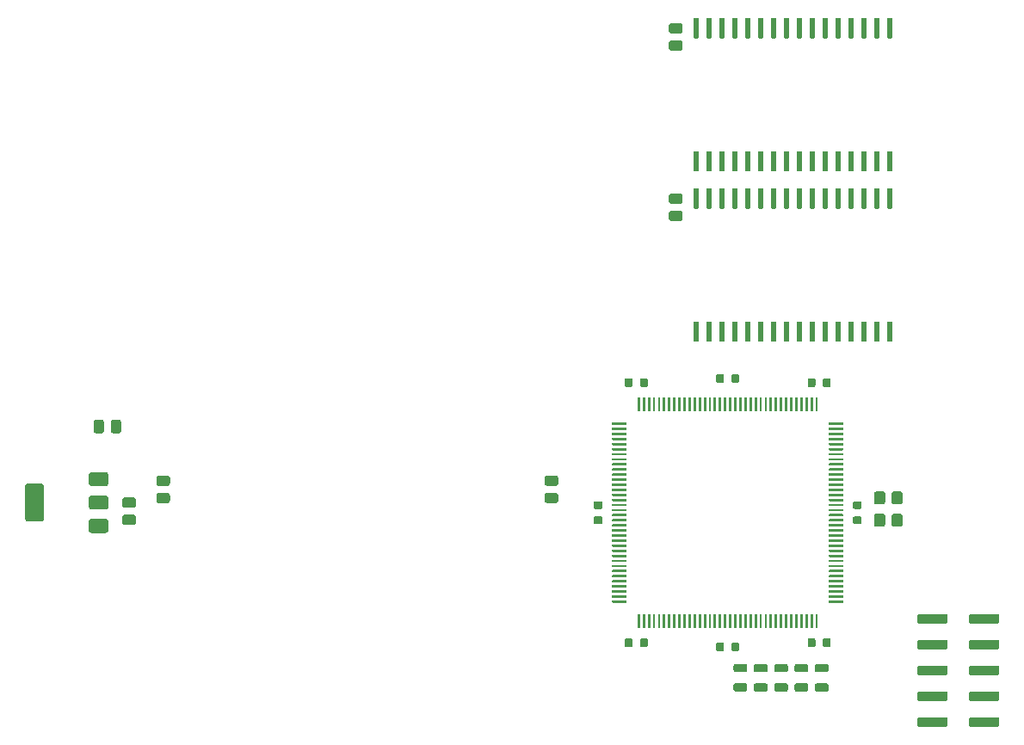
<source format=gtp>
G04 #@! TF.GenerationSoftware,KiCad,Pcbnew,(5.1.5-0-10_14)*
G04 #@! TF.CreationDate,2020-07-05T23:06:11-04:00*
G04 #@! TF.ProjectId,MacPlusVGA,4d616350-6c75-4735-9647-412e6b696361,rev?*
G04 #@! TF.SameCoordinates,Original*
G04 #@! TF.FileFunction,Paste,Top*
G04 #@! TF.FilePolarity,Positive*
%FSLAX46Y46*%
G04 Gerber Fmt 4.6, Leading zero omitted, Abs format (unit mm)*
G04 Created by KiCad (PCBNEW (5.1.5-0-10_14)) date 2020-07-05 23:06:11*
%MOMM*%
%LPD*%
G04 APERTURE LIST*
%ADD10C,0.100000*%
G04 APERTURE END LIST*
D10*
G36*
X183411977Y-66872662D02*
G01*
X183425325Y-66874642D01*
X183438414Y-66877921D01*
X183451119Y-66882467D01*
X183463317Y-66888236D01*
X183474891Y-66895173D01*
X183485729Y-66903211D01*
X183495727Y-66912273D01*
X183504789Y-66922271D01*
X183512827Y-66933109D01*
X183519764Y-66944683D01*
X183525533Y-66956881D01*
X183530079Y-66969586D01*
X183533358Y-66982675D01*
X183535338Y-66996023D01*
X183536000Y-67009500D01*
X183536000Y-68734500D01*
X183535338Y-68747977D01*
X183533358Y-68761325D01*
X183530079Y-68774414D01*
X183525533Y-68787119D01*
X183519764Y-68799317D01*
X183512827Y-68810891D01*
X183504789Y-68821729D01*
X183495727Y-68831727D01*
X183485729Y-68840789D01*
X183474891Y-68848827D01*
X183463317Y-68855764D01*
X183451119Y-68861533D01*
X183438414Y-68866079D01*
X183425325Y-68869358D01*
X183411977Y-68871338D01*
X183398500Y-68872000D01*
X183123500Y-68872000D01*
X183110023Y-68871338D01*
X183096675Y-68869358D01*
X183083586Y-68866079D01*
X183070881Y-68861533D01*
X183058683Y-68855764D01*
X183047109Y-68848827D01*
X183036271Y-68840789D01*
X183026273Y-68831727D01*
X183017211Y-68821729D01*
X183009173Y-68810891D01*
X183002236Y-68799317D01*
X182996467Y-68787119D01*
X182991921Y-68774414D01*
X182988642Y-68761325D01*
X182986662Y-68747977D01*
X182986000Y-68734500D01*
X182986000Y-67009500D01*
X182986662Y-66996023D01*
X182988642Y-66982675D01*
X182991921Y-66969586D01*
X182996467Y-66956881D01*
X183002236Y-66944683D01*
X183009173Y-66933109D01*
X183017211Y-66922271D01*
X183026273Y-66912273D01*
X183036271Y-66903211D01*
X183047109Y-66895173D01*
X183058683Y-66888236D01*
X183070881Y-66882467D01*
X183083586Y-66877921D01*
X183096675Y-66874642D01*
X183110023Y-66872662D01*
X183123500Y-66872000D01*
X183398500Y-66872000D01*
X183411977Y-66872662D01*
G37*
G36*
X184681977Y-66872662D02*
G01*
X184695325Y-66874642D01*
X184708414Y-66877921D01*
X184721119Y-66882467D01*
X184733317Y-66888236D01*
X184744891Y-66895173D01*
X184755729Y-66903211D01*
X184765727Y-66912273D01*
X184774789Y-66922271D01*
X184782827Y-66933109D01*
X184789764Y-66944683D01*
X184795533Y-66956881D01*
X184800079Y-66969586D01*
X184803358Y-66982675D01*
X184805338Y-66996023D01*
X184806000Y-67009500D01*
X184806000Y-68734500D01*
X184805338Y-68747977D01*
X184803358Y-68761325D01*
X184800079Y-68774414D01*
X184795533Y-68787119D01*
X184789764Y-68799317D01*
X184782827Y-68810891D01*
X184774789Y-68821729D01*
X184765727Y-68831727D01*
X184755729Y-68840789D01*
X184744891Y-68848827D01*
X184733317Y-68855764D01*
X184721119Y-68861533D01*
X184708414Y-68866079D01*
X184695325Y-68869358D01*
X184681977Y-68871338D01*
X184668500Y-68872000D01*
X184393500Y-68872000D01*
X184380023Y-68871338D01*
X184366675Y-68869358D01*
X184353586Y-68866079D01*
X184340881Y-68861533D01*
X184328683Y-68855764D01*
X184317109Y-68848827D01*
X184306271Y-68840789D01*
X184296273Y-68831727D01*
X184287211Y-68821729D01*
X184279173Y-68810891D01*
X184272236Y-68799317D01*
X184266467Y-68787119D01*
X184261921Y-68774414D01*
X184258642Y-68761325D01*
X184256662Y-68747977D01*
X184256000Y-68734500D01*
X184256000Y-67009500D01*
X184256662Y-66996023D01*
X184258642Y-66982675D01*
X184261921Y-66969586D01*
X184266467Y-66956881D01*
X184272236Y-66944683D01*
X184279173Y-66933109D01*
X184287211Y-66922271D01*
X184296273Y-66912273D01*
X184306271Y-66903211D01*
X184317109Y-66895173D01*
X184328683Y-66888236D01*
X184340881Y-66882467D01*
X184353586Y-66877921D01*
X184366675Y-66874642D01*
X184380023Y-66872662D01*
X184393500Y-66872000D01*
X184668500Y-66872000D01*
X184681977Y-66872662D01*
G37*
G36*
X185951977Y-66872662D02*
G01*
X185965325Y-66874642D01*
X185978414Y-66877921D01*
X185991119Y-66882467D01*
X186003317Y-66888236D01*
X186014891Y-66895173D01*
X186025729Y-66903211D01*
X186035727Y-66912273D01*
X186044789Y-66922271D01*
X186052827Y-66933109D01*
X186059764Y-66944683D01*
X186065533Y-66956881D01*
X186070079Y-66969586D01*
X186073358Y-66982675D01*
X186075338Y-66996023D01*
X186076000Y-67009500D01*
X186076000Y-68734500D01*
X186075338Y-68747977D01*
X186073358Y-68761325D01*
X186070079Y-68774414D01*
X186065533Y-68787119D01*
X186059764Y-68799317D01*
X186052827Y-68810891D01*
X186044789Y-68821729D01*
X186035727Y-68831727D01*
X186025729Y-68840789D01*
X186014891Y-68848827D01*
X186003317Y-68855764D01*
X185991119Y-68861533D01*
X185978414Y-68866079D01*
X185965325Y-68869358D01*
X185951977Y-68871338D01*
X185938500Y-68872000D01*
X185663500Y-68872000D01*
X185650023Y-68871338D01*
X185636675Y-68869358D01*
X185623586Y-68866079D01*
X185610881Y-68861533D01*
X185598683Y-68855764D01*
X185587109Y-68848827D01*
X185576271Y-68840789D01*
X185566273Y-68831727D01*
X185557211Y-68821729D01*
X185549173Y-68810891D01*
X185542236Y-68799317D01*
X185536467Y-68787119D01*
X185531921Y-68774414D01*
X185528642Y-68761325D01*
X185526662Y-68747977D01*
X185526000Y-68734500D01*
X185526000Y-67009500D01*
X185526662Y-66996023D01*
X185528642Y-66982675D01*
X185531921Y-66969586D01*
X185536467Y-66956881D01*
X185542236Y-66944683D01*
X185549173Y-66933109D01*
X185557211Y-66922271D01*
X185566273Y-66912273D01*
X185576271Y-66903211D01*
X185587109Y-66895173D01*
X185598683Y-66888236D01*
X185610881Y-66882467D01*
X185623586Y-66877921D01*
X185636675Y-66874642D01*
X185650023Y-66872662D01*
X185663500Y-66872000D01*
X185938500Y-66872000D01*
X185951977Y-66872662D01*
G37*
G36*
X187221977Y-66872662D02*
G01*
X187235325Y-66874642D01*
X187248414Y-66877921D01*
X187261119Y-66882467D01*
X187273317Y-66888236D01*
X187284891Y-66895173D01*
X187295729Y-66903211D01*
X187305727Y-66912273D01*
X187314789Y-66922271D01*
X187322827Y-66933109D01*
X187329764Y-66944683D01*
X187335533Y-66956881D01*
X187340079Y-66969586D01*
X187343358Y-66982675D01*
X187345338Y-66996023D01*
X187346000Y-67009500D01*
X187346000Y-68734500D01*
X187345338Y-68747977D01*
X187343358Y-68761325D01*
X187340079Y-68774414D01*
X187335533Y-68787119D01*
X187329764Y-68799317D01*
X187322827Y-68810891D01*
X187314789Y-68821729D01*
X187305727Y-68831727D01*
X187295729Y-68840789D01*
X187284891Y-68848827D01*
X187273317Y-68855764D01*
X187261119Y-68861533D01*
X187248414Y-68866079D01*
X187235325Y-68869358D01*
X187221977Y-68871338D01*
X187208500Y-68872000D01*
X186933500Y-68872000D01*
X186920023Y-68871338D01*
X186906675Y-68869358D01*
X186893586Y-68866079D01*
X186880881Y-68861533D01*
X186868683Y-68855764D01*
X186857109Y-68848827D01*
X186846271Y-68840789D01*
X186836273Y-68831727D01*
X186827211Y-68821729D01*
X186819173Y-68810891D01*
X186812236Y-68799317D01*
X186806467Y-68787119D01*
X186801921Y-68774414D01*
X186798642Y-68761325D01*
X186796662Y-68747977D01*
X186796000Y-68734500D01*
X186796000Y-67009500D01*
X186796662Y-66996023D01*
X186798642Y-66982675D01*
X186801921Y-66969586D01*
X186806467Y-66956881D01*
X186812236Y-66944683D01*
X186819173Y-66933109D01*
X186827211Y-66922271D01*
X186836273Y-66912273D01*
X186846271Y-66903211D01*
X186857109Y-66895173D01*
X186868683Y-66888236D01*
X186880881Y-66882467D01*
X186893586Y-66877921D01*
X186906675Y-66874642D01*
X186920023Y-66872662D01*
X186933500Y-66872000D01*
X187208500Y-66872000D01*
X187221977Y-66872662D01*
G37*
G36*
X188491977Y-66872662D02*
G01*
X188505325Y-66874642D01*
X188518414Y-66877921D01*
X188531119Y-66882467D01*
X188543317Y-66888236D01*
X188554891Y-66895173D01*
X188565729Y-66903211D01*
X188575727Y-66912273D01*
X188584789Y-66922271D01*
X188592827Y-66933109D01*
X188599764Y-66944683D01*
X188605533Y-66956881D01*
X188610079Y-66969586D01*
X188613358Y-66982675D01*
X188615338Y-66996023D01*
X188616000Y-67009500D01*
X188616000Y-68734500D01*
X188615338Y-68747977D01*
X188613358Y-68761325D01*
X188610079Y-68774414D01*
X188605533Y-68787119D01*
X188599764Y-68799317D01*
X188592827Y-68810891D01*
X188584789Y-68821729D01*
X188575727Y-68831727D01*
X188565729Y-68840789D01*
X188554891Y-68848827D01*
X188543317Y-68855764D01*
X188531119Y-68861533D01*
X188518414Y-68866079D01*
X188505325Y-68869358D01*
X188491977Y-68871338D01*
X188478500Y-68872000D01*
X188203500Y-68872000D01*
X188190023Y-68871338D01*
X188176675Y-68869358D01*
X188163586Y-68866079D01*
X188150881Y-68861533D01*
X188138683Y-68855764D01*
X188127109Y-68848827D01*
X188116271Y-68840789D01*
X188106273Y-68831727D01*
X188097211Y-68821729D01*
X188089173Y-68810891D01*
X188082236Y-68799317D01*
X188076467Y-68787119D01*
X188071921Y-68774414D01*
X188068642Y-68761325D01*
X188066662Y-68747977D01*
X188066000Y-68734500D01*
X188066000Y-67009500D01*
X188066662Y-66996023D01*
X188068642Y-66982675D01*
X188071921Y-66969586D01*
X188076467Y-66956881D01*
X188082236Y-66944683D01*
X188089173Y-66933109D01*
X188097211Y-66922271D01*
X188106273Y-66912273D01*
X188116271Y-66903211D01*
X188127109Y-66895173D01*
X188138683Y-66888236D01*
X188150881Y-66882467D01*
X188163586Y-66877921D01*
X188176675Y-66874642D01*
X188190023Y-66872662D01*
X188203500Y-66872000D01*
X188478500Y-66872000D01*
X188491977Y-66872662D01*
G37*
G36*
X189761977Y-66872662D02*
G01*
X189775325Y-66874642D01*
X189788414Y-66877921D01*
X189801119Y-66882467D01*
X189813317Y-66888236D01*
X189824891Y-66895173D01*
X189835729Y-66903211D01*
X189845727Y-66912273D01*
X189854789Y-66922271D01*
X189862827Y-66933109D01*
X189869764Y-66944683D01*
X189875533Y-66956881D01*
X189880079Y-66969586D01*
X189883358Y-66982675D01*
X189885338Y-66996023D01*
X189886000Y-67009500D01*
X189886000Y-68734500D01*
X189885338Y-68747977D01*
X189883358Y-68761325D01*
X189880079Y-68774414D01*
X189875533Y-68787119D01*
X189869764Y-68799317D01*
X189862827Y-68810891D01*
X189854789Y-68821729D01*
X189845727Y-68831727D01*
X189835729Y-68840789D01*
X189824891Y-68848827D01*
X189813317Y-68855764D01*
X189801119Y-68861533D01*
X189788414Y-68866079D01*
X189775325Y-68869358D01*
X189761977Y-68871338D01*
X189748500Y-68872000D01*
X189473500Y-68872000D01*
X189460023Y-68871338D01*
X189446675Y-68869358D01*
X189433586Y-68866079D01*
X189420881Y-68861533D01*
X189408683Y-68855764D01*
X189397109Y-68848827D01*
X189386271Y-68840789D01*
X189376273Y-68831727D01*
X189367211Y-68821729D01*
X189359173Y-68810891D01*
X189352236Y-68799317D01*
X189346467Y-68787119D01*
X189341921Y-68774414D01*
X189338642Y-68761325D01*
X189336662Y-68747977D01*
X189336000Y-68734500D01*
X189336000Y-67009500D01*
X189336662Y-66996023D01*
X189338642Y-66982675D01*
X189341921Y-66969586D01*
X189346467Y-66956881D01*
X189352236Y-66944683D01*
X189359173Y-66933109D01*
X189367211Y-66922271D01*
X189376273Y-66912273D01*
X189386271Y-66903211D01*
X189397109Y-66895173D01*
X189408683Y-66888236D01*
X189420881Y-66882467D01*
X189433586Y-66877921D01*
X189446675Y-66874642D01*
X189460023Y-66872662D01*
X189473500Y-66872000D01*
X189748500Y-66872000D01*
X189761977Y-66872662D01*
G37*
G36*
X191031977Y-66872662D02*
G01*
X191045325Y-66874642D01*
X191058414Y-66877921D01*
X191071119Y-66882467D01*
X191083317Y-66888236D01*
X191094891Y-66895173D01*
X191105729Y-66903211D01*
X191115727Y-66912273D01*
X191124789Y-66922271D01*
X191132827Y-66933109D01*
X191139764Y-66944683D01*
X191145533Y-66956881D01*
X191150079Y-66969586D01*
X191153358Y-66982675D01*
X191155338Y-66996023D01*
X191156000Y-67009500D01*
X191156000Y-68734500D01*
X191155338Y-68747977D01*
X191153358Y-68761325D01*
X191150079Y-68774414D01*
X191145533Y-68787119D01*
X191139764Y-68799317D01*
X191132827Y-68810891D01*
X191124789Y-68821729D01*
X191115727Y-68831727D01*
X191105729Y-68840789D01*
X191094891Y-68848827D01*
X191083317Y-68855764D01*
X191071119Y-68861533D01*
X191058414Y-68866079D01*
X191045325Y-68869358D01*
X191031977Y-68871338D01*
X191018500Y-68872000D01*
X190743500Y-68872000D01*
X190730023Y-68871338D01*
X190716675Y-68869358D01*
X190703586Y-68866079D01*
X190690881Y-68861533D01*
X190678683Y-68855764D01*
X190667109Y-68848827D01*
X190656271Y-68840789D01*
X190646273Y-68831727D01*
X190637211Y-68821729D01*
X190629173Y-68810891D01*
X190622236Y-68799317D01*
X190616467Y-68787119D01*
X190611921Y-68774414D01*
X190608642Y-68761325D01*
X190606662Y-68747977D01*
X190606000Y-68734500D01*
X190606000Y-67009500D01*
X190606662Y-66996023D01*
X190608642Y-66982675D01*
X190611921Y-66969586D01*
X190616467Y-66956881D01*
X190622236Y-66944683D01*
X190629173Y-66933109D01*
X190637211Y-66922271D01*
X190646273Y-66912273D01*
X190656271Y-66903211D01*
X190667109Y-66895173D01*
X190678683Y-66888236D01*
X190690881Y-66882467D01*
X190703586Y-66877921D01*
X190716675Y-66874642D01*
X190730023Y-66872662D01*
X190743500Y-66872000D01*
X191018500Y-66872000D01*
X191031977Y-66872662D01*
G37*
G36*
X192301977Y-66872662D02*
G01*
X192315325Y-66874642D01*
X192328414Y-66877921D01*
X192341119Y-66882467D01*
X192353317Y-66888236D01*
X192364891Y-66895173D01*
X192375729Y-66903211D01*
X192385727Y-66912273D01*
X192394789Y-66922271D01*
X192402827Y-66933109D01*
X192409764Y-66944683D01*
X192415533Y-66956881D01*
X192420079Y-66969586D01*
X192423358Y-66982675D01*
X192425338Y-66996023D01*
X192426000Y-67009500D01*
X192426000Y-68734500D01*
X192425338Y-68747977D01*
X192423358Y-68761325D01*
X192420079Y-68774414D01*
X192415533Y-68787119D01*
X192409764Y-68799317D01*
X192402827Y-68810891D01*
X192394789Y-68821729D01*
X192385727Y-68831727D01*
X192375729Y-68840789D01*
X192364891Y-68848827D01*
X192353317Y-68855764D01*
X192341119Y-68861533D01*
X192328414Y-68866079D01*
X192315325Y-68869358D01*
X192301977Y-68871338D01*
X192288500Y-68872000D01*
X192013500Y-68872000D01*
X192000023Y-68871338D01*
X191986675Y-68869358D01*
X191973586Y-68866079D01*
X191960881Y-68861533D01*
X191948683Y-68855764D01*
X191937109Y-68848827D01*
X191926271Y-68840789D01*
X191916273Y-68831727D01*
X191907211Y-68821729D01*
X191899173Y-68810891D01*
X191892236Y-68799317D01*
X191886467Y-68787119D01*
X191881921Y-68774414D01*
X191878642Y-68761325D01*
X191876662Y-68747977D01*
X191876000Y-68734500D01*
X191876000Y-67009500D01*
X191876662Y-66996023D01*
X191878642Y-66982675D01*
X191881921Y-66969586D01*
X191886467Y-66956881D01*
X191892236Y-66944683D01*
X191899173Y-66933109D01*
X191907211Y-66922271D01*
X191916273Y-66912273D01*
X191926271Y-66903211D01*
X191937109Y-66895173D01*
X191948683Y-66888236D01*
X191960881Y-66882467D01*
X191973586Y-66877921D01*
X191986675Y-66874642D01*
X192000023Y-66872662D01*
X192013500Y-66872000D01*
X192288500Y-66872000D01*
X192301977Y-66872662D01*
G37*
G36*
X193571977Y-66872662D02*
G01*
X193585325Y-66874642D01*
X193598414Y-66877921D01*
X193611119Y-66882467D01*
X193623317Y-66888236D01*
X193634891Y-66895173D01*
X193645729Y-66903211D01*
X193655727Y-66912273D01*
X193664789Y-66922271D01*
X193672827Y-66933109D01*
X193679764Y-66944683D01*
X193685533Y-66956881D01*
X193690079Y-66969586D01*
X193693358Y-66982675D01*
X193695338Y-66996023D01*
X193696000Y-67009500D01*
X193696000Y-68734500D01*
X193695338Y-68747977D01*
X193693358Y-68761325D01*
X193690079Y-68774414D01*
X193685533Y-68787119D01*
X193679764Y-68799317D01*
X193672827Y-68810891D01*
X193664789Y-68821729D01*
X193655727Y-68831727D01*
X193645729Y-68840789D01*
X193634891Y-68848827D01*
X193623317Y-68855764D01*
X193611119Y-68861533D01*
X193598414Y-68866079D01*
X193585325Y-68869358D01*
X193571977Y-68871338D01*
X193558500Y-68872000D01*
X193283500Y-68872000D01*
X193270023Y-68871338D01*
X193256675Y-68869358D01*
X193243586Y-68866079D01*
X193230881Y-68861533D01*
X193218683Y-68855764D01*
X193207109Y-68848827D01*
X193196271Y-68840789D01*
X193186273Y-68831727D01*
X193177211Y-68821729D01*
X193169173Y-68810891D01*
X193162236Y-68799317D01*
X193156467Y-68787119D01*
X193151921Y-68774414D01*
X193148642Y-68761325D01*
X193146662Y-68747977D01*
X193146000Y-68734500D01*
X193146000Y-67009500D01*
X193146662Y-66996023D01*
X193148642Y-66982675D01*
X193151921Y-66969586D01*
X193156467Y-66956881D01*
X193162236Y-66944683D01*
X193169173Y-66933109D01*
X193177211Y-66922271D01*
X193186273Y-66912273D01*
X193196271Y-66903211D01*
X193207109Y-66895173D01*
X193218683Y-66888236D01*
X193230881Y-66882467D01*
X193243586Y-66877921D01*
X193256675Y-66874642D01*
X193270023Y-66872662D01*
X193283500Y-66872000D01*
X193558500Y-66872000D01*
X193571977Y-66872662D01*
G37*
G36*
X194841977Y-66872662D02*
G01*
X194855325Y-66874642D01*
X194868414Y-66877921D01*
X194881119Y-66882467D01*
X194893317Y-66888236D01*
X194904891Y-66895173D01*
X194915729Y-66903211D01*
X194925727Y-66912273D01*
X194934789Y-66922271D01*
X194942827Y-66933109D01*
X194949764Y-66944683D01*
X194955533Y-66956881D01*
X194960079Y-66969586D01*
X194963358Y-66982675D01*
X194965338Y-66996023D01*
X194966000Y-67009500D01*
X194966000Y-68734500D01*
X194965338Y-68747977D01*
X194963358Y-68761325D01*
X194960079Y-68774414D01*
X194955533Y-68787119D01*
X194949764Y-68799317D01*
X194942827Y-68810891D01*
X194934789Y-68821729D01*
X194925727Y-68831727D01*
X194915729Y-68840789D01*
X194904891Y-68848827D01*
X194893317Y-68855764D01*
X194881119Y-68861533D01*
X194868414Y-68866079D01*
X194855325Y-68869358D01*
X194841977Y-68871338D01*
X194828500Y-68872000D01*
X194553500Y-68872000D01*
X194540023Y-68871338D01*
X194526675Y-68869358D01*
X194513586Y-68866079D01*
X194500881Y-68861533D01*
X194488683Y-68855764D01*
X194477109Y-68848827D01*
X194466271Y-68840789D01*
X194456273Y-68831727D01*
X194447211Y-68821729D01*
X194439173Y-68810891D01*
X194432236Y-68799317D01*
X194426467Y-68787119D01*
X194421921Y-68774414D01*
X194418642Y-68761325D01*
X194416662Y-68747977D01*
X194416000Y-68734500D01*
X194416000Y-67009500D01*
X194416662Y-66996023D01*
X194418642Y-66982675D01*
X194421921Y-66969586D01*
X194426467Y-66956881D01*
X194432236Y-66944683D01*
X194439173Y-66933109D01*
X194447211Y-66922271D01*
X194456273Y-66912273D01*
X194466271Y-66903211D01*
X194477109Y-66895173D01*
X194488683Y-66888236D01*
X194500881Y-66882467D01*
X194513586Y-66877921D01*
X194526675Y-66874642D01*
X194540023Y-66872662D01*
X194553500Y-66872000D01*
X194828500Y-66872000D01*
X194841977Y-66872662D01*
G37*
G36*
X196111977Y-66872662D02*
G01*
X196125325Y-66874642D01*
X196138414Y-66877921D01*
X196151119Y-66882467D01*
X196163317Y-66888236D01*
X196174891Y-66895173D01*
X196185729Y-66903211D01*
X196195727Y-66912273D01*
X196204789Y-66922271D01*
X196212827Y-66933109D01*
X196219764Y-66944683D01*
X196225533Y-66956881D01*
X196230079Y-66969586D01*
X196233358Y-66982675D01*
X196235338Y-66996023D01*
X196236000Y-67009500D01*
X196236000Y-68734500D01*
X196235338Y-68747977D01*
X196233358Y-68761325D01*
X196230079Y-68774414D01*
X196225533Y-68787119D01*
X196219764Y-68799317D01*
X196212827Y-68810891D01*
X196204789Y-68821729D01*
X196195727Y-68831727D01*
X196185729Y-68840789D01*
X196174891Y-68848827D01*
X196163317Y-68855764D01*
X196151119Y-68861533D01*
X196138414Y-68866079D01*
X196125325Y-68869358D01*
X196111977Y-68871338D01*
X196098500Y-68872000D01*
X195823500Y-68872000D01*
X195810023Y-68871338D01*
X195796675Y-68869358D01*
X195783586Y-68866079D01*
X195770881Y-68861533D01*
X195758683Y-68855764D01*
X195747109Y-68848827D01*
X195736271Y-68840789D01*
X195726273Y-68831727D01*
X195717211Y-68821729D01*
X195709173Y-68810891D01*
X195702236Y-68799317D01*
X195696467Y-68787119D01*
X195691921Y-68774414D01*
X195688642Y-68761325D01*
X195686662Y-68747977D01*
X195686000Y-68734500D01*
X195686000Y-67009500D01*
X195686662Y-66996023D01*
X195688642Y-66982675D01*
X195691921Y-66969586D01*
X195696467Y-66956881D01*
X195702236Y-66944683D01*
X195709173Y-66933109D01*
X195717211Y-66922271D01*
X195726273Y-66912273D01*
X195736271Y-66903211D01*
X195747109Y-66895173D01*
X195758683Y-66888236D01*
X195770881Y-66882467D01*
X195783586Y-66877921D01*
X195796675Y-66874642D01*
X195810023Y-66872662D01*
X195823500Y-66872000D01*
X196098500Y-66872000D01*
X196111977Y-66872662D01*
G37*
G36*
X197381977Y-66872662D02*
G01*
X197395325Y-66874642D01*
X197408414Y-66877921D01*
X197421119Y-66882467D01*
X197433317Y-66888236D01*
X197444891Y-66895173D01*
X197455729Y-66903211D01*
X197465727Y-66912273D01*
X197474789Y-66922271D01*
X197482827Y-66933109D01*
X197489764Y-66944683D01*
X197495533Y-66956881D01*
X197500079Y-66969586D01*
X197503358Y-66982675D01*
X197505338Y-66996023D01*
X197506000Y-67009500D01*
X197506000Y-68734500D01*
X197505338Y-68747977D01*
X197503358Y-68761325D01*
X197500079Y-68774414D01*
X197495533Y-68787119D01*
X197489764Y-68799317D01*
X197482827Y-68810891D01*
X197474789Y-68821729D01*
X197465727Y-68831727D01*
X197455729Y-68840789D01*
X197444891Y-68848827D01*
X197433317Y-68855764D01*
X197421119Y-68861533D01*
X197408414Y-68866079D01*
X197395325Y-68869358D01*
X197381977Y-68871338D01*
X197368500Y-68872000D01*
X197093500Y-68872000D01*
X197080023Y-68871338D01*
X197066675Y-68869358D01*
X197053586Y-68866079D01*
X197040881Y-68861533D01*
X197028683Y-68855764D01*
X197017109Y-68848827D01*
X197006271Y-68840789D01*
X196996273Y-68831727D01*
X196987211Y-68821729D01*
X196979173Y-68810891D01*
X196972236Y-68799317D01*
X196966467Y-68787119D01*
X196961921Y-68774414D01*
X196958642Y-68761325D01*
X196956662Y-68747977D01*
X196956000Y-68734500D01*
X196956000Y-67009500D01*
X196956662Y-66996023D01*
X196958642Y-66982675D01*
X196961921Y-66969586D01*
X196966467Y-66956881D01*
X196972236Y-66944683D01*
X196979173Y-66933109D01*
X196987211Y-66922271D01*
X196996273Y-66912273D01*
X197006271Y-66903211D01*
X197017109Y-66895173D01*
X197028683Y-66888236D01*
X197040881Y-66882467D01*
X197053586Y-66877921D01*
X197066675Y-66874642D01*
X197080023Y-66872662D01*
X197093500Y-66872000D01*
X197368500Y-66872000D01*
X197381977Y-66872662D01*
G37*
G36*
X198651977Y-66872662D02*
G01*
X198665325Y-66874642D01*
X198678414Y-66877921D01*
X198691119Y-66882467D01*
X198703317Y-66888236D01*
X198714891Y-66895173D01*
X198725729Y-66903211D01*
X198735727Y-66912273D01*
X198744789Y-66922271D01*
X198752827Y-66933109D01*
X198759764Y-66944683D01*
X198765533Y-66956881D01*
X198770079Y-66969586D01*
X198773358Y-66982675D01*
X198775338Y-66996023D01*
X198776000Y-67009500D01*
X198776000Y-68734500D01*
X198775338Y-68747977D01*
X198773358Y-68761325D01*
X198770079Y-68774414D01*
X198765533Y-68787119D01*
X198759764Y-68799317D01*
X198752827Y-68810891D01*
X198744789Y-68821729D01*
X198735727Y-68831727D01*
X198725729Y-68840789D01*
X198714891Y-68848827D01*
X198703317Y-68855764D01*
X198691119Y-68861533D01*
X198678414Y-68866079D01*
X198665325Y-68869358D01*
X198651977Y-68871338D01*
X198638500Y-68872000D01*
X198363500Y-68872000D01*
X198350023Y-68871338D01*
X198336675Y-68869358D01*
X198323586Y-68866079D01*
X198310881Y-68861533D01*
X198298683Y-68855764D01*
X198287109Y-68848827D01*
X198276271Y-68840789D01*
X198266273Y-68831727D01*
X198257211Y-68821729D01*
X198249173Y-68810891D01*
X198242236Y-68799317D01*
X198236467Y-68787119D01*
X198231921Y-68774414D01*
X198228642Y-68761325D01*
X198226662Y-68747977D01*
X198226000Y-68734500D01*
X198226000Y-67009500D01*
X198226662Y-66996023D01*
X198228642Y-66982675D01*
X198231921Y-66969586D01*
X198236467Y-66956881D01*
X198242236Y-66944683D01*
X198249173Y-66933109D01*
X198257211Y-66922271D01*
X198266273Y-66912273D01*
X198276271Y-66903211D01*
X198287109Y-66895173D01*
X198298683Y-66888236D01*
X198310881Y-66882467D01*
X198323586Y-66877921D01*
X198336675Y-66874642D01*
X198350023Y-66872662D01*
X198363500Y-66872000D01*
X198638500Y-66872000D01*
X198651977Y-66872662D01*
G37*
G36*
X199921977Y-66872662D02*
G01*
X199935325Y-66874642D01*
X199948414Y-66877921D01*
X199961119Y-66882467D01*
X199973317Y-66888236D01*
X199984891Y-66895173D01*
X199995729Y-66903211D01*
X200005727Y-66912273D01*
X200014789Y-66922271D01*
X200022827Y-66933109D01*
X200029764Y-66944683D01*
X200035533Y-66956881D01*
X200040079Y-66969586D01*
X200043358Y-66982675D01*
X200045338Y-66996023D01*
X200046000Y-67009500D01*
X200046000Y-68734500D01*
X200045338Y-68747977D01*
X200043358Y-68761325D01*
X200040079Y-68774414D01*
X200035533Y-68787119D01*
X200029764Y-68799317D01*
X200022827Y-68810891D01*
X200014789Y-68821729D01*
X200005727Y-68831727D01*
X199995729Y-68840789D01*
X199984891Y-68848827D01*
X199973317Y-68855764D01*
X199961119Y-68861533D01*
X199948414Y-68866079D01*
X199935325Y-68869358D01*
X199921977Y-68871338D01*
X199908500Y-68872000D01*
X199633500Y-68872000D01*
X199620023Y-68871338D01*
X199606675Y-68869358D01*
X199593586Y-68866079D01*
X199580881Y-68861533D01*
X199568683Y-68855764D01*
X199557109Y-68848827D01*
X199546271Y-68840789D01*
X199536273Y-68831727D01*
X199527211Y-68821729D01*
X199519173Y-68810891D01*
X199512236Y-68799317D01*
X199506467Y-68787119D01*
X199501921Y-68774414D01*
X199498642Y-68761325D01*
X199496662Y-68747977D01*
X199496000Y-68734500D01*
X199496000Y-67009500D01*
X199496662Y-66996023D01*
X199498642Y-66982675D01*
X199501921Y-66969586D01*
X199506467Y-66956881D01*
X199512236Y-66944683D01*
X199519173Y-66933109D01*
X199527211Y-66922271D01*
X199536273Y-66912273D01*
X199546271Y-66903211D01*
X199557109Y-66895173D01*
X199568683Y-66888236D01*
X199580881Y-66882467D01*
X199593586Y-66877921D01*
X199606675Y-66874642D01*
X199620023Y-66872662D01*
X199633500Y-66872000D01*
X199908500Y-66872000D01*
X199921977Y-66872662D01*
G37*
G36*
X201191977Y-66872662D02*
G01*
X201205325Y-66874642D01*
X201218414Y-66877921D01*
X201231119Y-66882467D01*
X201243317Y-66888236D01*
X201254891Y-66895173D01*
X201265729Y-66903211D01*
X201275727Y-66912273D01*
X201284789Y-66922271D01*
X201292827Y-66933109D01*
X201299764Y-66944683D01*
X201305533Y-66956881D01*
X201310079Y-66969586D01*
X201313358Y-66982675D01*
X201315338Y-66996023D01*
X201316000Y-67009500D01*
X201316000Y-68734500D01*
X201315338Y-68747977D01*
X201313358Y-68761325D01*
X201310079Y-68774414D01*
X201305533Y-68787119D01*
X201299764Y-68799317D01*
X201292827Y-68810891D01*
X201284789Y-68821729D01*
X201275727Y-68831727D01*
X201265729Y-68840789D01*
X201254891Y-68848827D01*
X201243317Y-68855764D01*
X201231119Y-68861533D01*
X201218414Y-68866079D01*
X201205325Y-68869358D01*
X201191977Y-68871338D01*
X201178500Y-68872000D01*
X200903500Y-68872000D01*
X200890023Y-68871338D01*
X200876675Y-68869358D01*
X200863586Y-68866079D01*
X200850881Y-68861533D01*
X200838683Y-68855764D01*
X200827109Y-68848827D01*
X200816271Y-68840789D01*
X200806273Y-68831727D01*
X200797211Y-68821729D01*
X200789173Y-68810891D01*
X200782236Y-68799317D01*
X200776467Y-68787119D01*
X200771921Y-68774414D01*
X200768642Y-68761325D01*
X200766662Y-68747977D01*
X200766000Y-68734500D01*
X200766000Y-67009500D01*
X200766662Y-66996023D01*
X200768642Y-66982675D01*
X200771921Y-66969586D01*
X200776467Y-66956881D01*
X200782236Y-66944683D01*
X200789173Y-66933109D01*
X200797211Y-66922271D01*
X200806273Y-66912273D01*
X200816271Y-66903211D01*
X200827109Y-66895173D01*
X200838683Y-66888236D01*
X200850881Y-66882467D01*
X200863586Y-66877921D01*
X200876675Y-66874642D01*
X200890023Y-66872662D01*
X200903500Y-66872000D01*
X201178500Y-66872000D01*
X201191977Y-66872662D01*
G37*
G36*
X202461977Y-66872662D02*
G01*
X202475325Y-66874642D01*
X202488414Y-66877921D01*
X202501119Y-66882467D01*
X202513317Y-66888236D01*
X202524891Y-66895173D01*
X202535729Y-66903211D01*
X202545727Y-66912273D01*
X202554789Y-66922271D01*
X202562827Y-66933109D01*
X202569764Y-66944683D01*
X202575533Y-66956881D01*
X202580079Y-66969586D01*
X202583358Y-66982675D01*
X202585338Y-66996023D01*
X202586000Y-67009500D01*
X202586000Y-68734500D01*
X202585338Y-68747977D01*
X202583358Y-68761325D01*
X202580079Y-68774414D01*
X202575533Y-68787119D01*
X202569764Y-68799317D01*
X202562827Y-68810891D01*
X202554789Y-68821729D01*
X202545727Y-68831727D01*
X202535729Y-68840789D01*
X202524891Y-68848827D01*
X202513317Y-68855764D01*
X202501119Y-68861533D01*
X202488414Y-68866079D01*
X202475325Y-68869358D01*
X202461977Y-68871338D01*
X202448500Y-68872000D01*
X202173500Y-68872000D01*
X202160023Y-68871338D01*
X202146675Y-68869358D01*
X202133586Y-68866079D01*
X202120881Y-68861533D01*
X202108683Y-68855764D01*
X202097109Y-68848827D01*
X202086271Y-68840789D01*
X202076273Y-68831727D01*
X202067211Y-68821729D01*
X202059173Y-68810891D01*
X202052236Y-68799317D01*
X202046467Y-68787119D01*
X202041921Y-68774414D01*
X202038642Y-68761325D01*
X202036662Y-68747977D01*
X202036000Y-68734500D01*
X202036000Y-67009500D01*
X202036662Y-66996023D01*
X202038642Y-66982675D01*
X202041921Y-66969586D01*
X202046467Y-66956881D01*
X202052236Y-66944683D01*
X202059173Y-66933109D01*
X202067211Y-66922271D01*
X202076273Y-66912273D01*
X202086271Y-66903211D01*
X202097109Y-66895173D01*
X202108683Y-66888236D01*
X202120881Y-66882467D01*
X202133586Y-66877921D01*
X202146675Y-66874642D01*
X202160023Y-66872662D01*
X202173500Y-66872000D01*
X202448500Y-66872000D01*
X202461977Y-66872662D01*
G37*
G36*
X202461977Y-79972662D02*
G01*
X202475325Y-79974642D01*
X202488414Y-79977921D01*
X202501119Y-79982467D01*
X202513317Y-79988236D01*
X202524891Y-79995173D01*
X202535729Y-80003211D01*
X202545727Y-80012273D01*
X202554789Y-80022271D01*
X202562827Y-80033109D01*
X202569764Y-80044683D01*
X202575533Y-80056881D01*
X202580079Y-80069586D01*
X202583358Y-80082675D01*
X202585338Y-80096023D01*
X202586000Y-80109500D01*
X202586000Y-81834500D01*
X202585338Y-81847977D01*
X202583358Y-81861325D01*
X202580079Y-81874414D01*
X202575533Y-81887119D01*
X202569764Y-81899317D01*
X202562827Y-81910891D01*
X202554789Y-81921729D01*
X202545727Y-81931727D01*
X202535729Y-81940789D01*
X202524891Y-81948827D01*
X202513317Y-81955764D01*
X202501119Y-81961533D01*
X202488414Y-81966079D01*
X202475325Y-81969358D01*
X202461977Y-81971338D01*
X202448500Y-81972000D01*
X202173500Y-81972000D01*
X202160023Y-81971338D01*
X202146675Y-81969358D01*
X202133586Y-81966079D01*
X202120881Y-81961533D01*
X202108683Y-81955764D01*
X202097109Y-81948827D01*
X202086271Y-81940789D01*
X202076273Y-81931727D01*
X202067211Y-81921729D01*
X202059173Y-81910891D01*
X202052236Y-81899317D01*
X202046467Y-81887119D01*
X202041921Y-81874414D01*
X202038642Y-81861325D01*
X202036662Y-81847977D01*
X202036000Y-81834500D01*
X202036000Y-80109500D01*
X202036662Y-80096023D01*
X202038642Y-80082675D01*
X202041921Y-80069586D01*
X202046467Y-80056881D01*
X202052236Y-80044683D01*
X202059173Y-80033109D01*
X202067211Y-80022271D01*
X202076273Y-80012273D01*
X202086271Y-80003211D01*
X202097109Y-79995173D01*
X202108683Y-79988236D01*
X202120881Y-79982467D01*
X202133586Y-79977921D01*
X202146675Y-79974642D01*
X202160023Y-79972662D01*
X202173500Y-79972000D01*
X202448500Y-79972000D01*
X202461977Y-79972662D01*
G37*
G36*
X201191977Y-79972662D02*
G01*
X201205325Y-79974642D01*
X201218414Y-79977921D01*
X201231119Y-79982467D01*
X201243317Y-79988236D01*
X201254891Y-79995173D01*
X201265729Y-80003211D01*
X201275727Y-80012273D01*
X201284789Y-80022271D01*
X201292827Y-80033109D01*
X201299764Y-80044683D01*
X201305533Y-80056881D01*
X201310079Y-80069586D01*
X201313358Y-80082675D01*
X201315338Y-80096023D01*
X201316000Y-80109500D01*
X201316000Y-81834500D01*
X201315338Y-81847977D01*
X201313358Y-81861325D01*
X201310079Y-81874414D01*
X201305533Y-81887119D01*
X201299764Y-81899317D01*
X201292827Y-81910891D01*
X201284789Y-81921729D01*
X201275727Y-81931727D01*
X201265729Y-81940789D01*
X201254891Y-81948827D01*
X201243317Y-81955764D01*
X201231119Y-81961533D01*
X201218414Y-81966079D01*
X201205325Y-81969358D01*
X201191977Y-81971338D01*
X201178500Y-81972000D01*
X200903500Y-81972000D01*
X200890023Y-81971338D01*
X200876675Y-81969358D01*
X200863586Y-81966079D01*
X200850881Y-81961533D01*
X200838683Y-81955764D01*
X200827109Y-81948827D01*
X200816271Y-81940789D01*
X200806273Y-81931727D01*
X200797211Y-81921729D01*
X200789173Y-81910891D01*
X200782236Y-81899317D01*
X200776467Y-81887119D01*
X200771921Y-81874414D01*
X200768642Y-81861325D01*
X200766662Y-81847977D01*
X200766000Y-81834500D01*
X200766000Y-80109500D01*
X200766662Y-80096023D01*
X200768642Y-80082675D01*
X200771921Y-80069586D01*
X200776467Y-80056881D01*
X200782236Y-80044683D01*
X200789173Y-80033109D01*
X200797211Y-80022271D01*
X200806273Y-80012273D01*
X200816271Y-80003211D01*
X200827109Y-79995173D01*
X200838683Y-79988236D01*
X200850881Y-79982467D01*
X200863586Y-79977921D01*
X200876675Y-79974642D01*
X200890023Y-79972662D01*
X200903500Y-79972000D01*
X201178500Y-79972000D01*
X201191977Y-79972662D01*
G37*
G36*
X199921977Y-79972662D02*
G01*
X199935325Y-79974642D01*
X199948414Y-79977921D01*
X199961119Y-79982467D01*
X199973317Y-79988236D01*
X199984891Y-79995173D01*
X199995729Y-80003211D01*
X200005727Y-80012273D01*
X200014789Y-80022271D01*
X200022827Y-80033109D01*
X200029764Y-80044683D01*
X200035533Y-80056881D01*
X200040079Y-80069586D01*
X200043358Y-80082675D01*
X200045338Y-80096023D01*
X200046000Y-80109500D01*
X200046000Y-81834500D01*
X200045338Y-81847977D01*
X200043358Y-81861325D01*
X200040079Y-81874414D01*
X200035533Y-81887119D01*
X200029764Y-81899317D01*
X200022827Y-81910891D01*
X200014789Y-81921729D01*
X200005727Y-81931727D01*
X199995729Y-81940789D01*
X199984891Y-81948827D01*
X199973317Y-81955764D01*
X199961119Y-81961533D01*
X199948414Y-81966079D01*
X199935325Y-81969358D01*
X199921977Y-81971338D01*
X199908500Y-81972000D01*
X199633500Y-81972000D01*
X199620023Y-81971338D01*
X199606675Y-81969358D01*
X199593586Y-81966079D01*
X199580881Y-81961533D01*
X199568683Y-81955764D01*
X199557109Y-81948827D01*
X199546271Y-81940789D01*
X199536273Y-81931727D01*
X199527211Y-81921729D01*
X199519173Y-81910891D01*
X199512236Y-81899317D01*
X199506467Y-81887119D01*
X199501921Y-81874414D01*
X199498642Y-81861325D01*
X199496662Y-81847977D01*
X199496000Y-81834500D01*
X199496000Y-80109500D01*
X199496662Y-80096023D01*
X199498642Y-80082675D01*
X199501921Y-80069586D01*
X199506467Y-80056881D01*
X199512236Y-80044683D01*
X199519173Y-80033109D01*
X199527211Y-80022271D01*
X199536273Y-80012273D01*
X199546271Y-80003211D01*
X199557109Y-79995173D01*
X199568683Y-79988236D01*
X199580881Y-79982467D01*
X199593586Y-79977921D01*
X199606675Y-79974642D01*
X199620023Y-79972662D01*
X199633500Y-79972000D01*
X199908500Y-79972000D01*
X199921977Y-79972662D01*
G37*
G36*
X198651977Y-79972662D02*
G01*
X198665325Y-79974642D01*
X198678414Y-79977921D01*
X198691119Y-79982467D01*
X198703317Y-79988236D01*
X198714891Y-79995173D01*
X198725729Y-80003211D01*
X198735727Y-80012273D01*
X198744789Y-80022271D01*
X198752827Y-80033109D01*
X198759764Y-80044683D01*
X198765533Y-80056881D01*
X198770079Y-80069586D01*
X198773358Y-80082675D01*
X198775338Y-80096023D01*
X198776000Y-80109500D01*
X198776000Y-81834500D01*
X198775338Y-81847977D01*
X198773358Y-81861325D01*
X198770079Y-81874414D01*
X198765533Y-81887119D01*
X198759764Y-81899317D01*
X198752827Y-81910891D01*
X198744789Y-81921729D01*
X198735727Y-81931727D01*
X198725729Y-81940789D01*
X198714891Y-81948827D01*
X198703317Y-81955764D01*
X198691119Y-81961533D01*
X198678414Y-81966079D01*
X198665325Y-81969358D01*
X198651977Y-81971338D01*
X198638500Y-81972000D01*
X198363500Y-81972000D01*
X198350023Y-81971338D01*
X198336675Y-81969358D01*
X198323586Y-81966079D01*
X198310881Y-81961533D01*
X198298683Y-81955764D01*
X198287109Y-81948827D01*
X198276271Y-81940789D01*
X198266273Y-81931727D01*
X198257211Y-81921729D01*
X198249173Y-81910891D01*
X198242236Y-81899317D01*
X198236467Y-81887119D01*
X198231921Y-81874414D01*
X198228642Y-81861325D01*
X198226662Y-81847977D01*
X198226000Y-81834500D01*
X198226000Y-80109500D01*
X198226662Y-80096023D01*
X198228642Y-80082675D01*
X198231921Y-80069586D01*
X198236467Y-80056881D01*
X198242236Y-80044683D01*
X198249173Y-80033109D01*
X198257211Y-80022271D01*
X198266273Y-80012273D01*
X198276271Y-80003211D01*
X198287109Y-79995173D01*
X198298683Y-79988236D01*
X198310881Y-79982467D01*
X198323586Y-79977921D01*
X198336675Y-79974642D01*
X198350023Y-79972662D01*
X198363500Y-79972000D01*
X198638500Y-79972000D01*
X198651977Y-79972662D01*
G37*
G36*
X197381977Y-79972662D02*
G01*
X197395325Y-79974642D01*
X197408414Y-79977921D01*
X197421119Y-79982467D01*
X197433317Y-79988236D01*
X197444891Y-79995173D01*
X197455729Y-80003211D01*
X197465727Y-80012273D01*
X197474789Y-80022271D01*
X197482827Y-80033109D01*
X197489764Y-80044683D01*
X197495533Y-80056881D01*
X197500079Y-80069586D01*
X197503358Y-80082675D01*
X197505338Y-80096023D01*
X197506000Y-80109500D01*
X197506000Y-81834500D01*
X197505338Y-81847977D01*
X197503358Y-81861325D01*
X197500079Y-81874414D01*
X197495533Y-81887119D01*
X197489764Y-81899317D01*
X197482827Y-81910891D01*
X197474789Y-81921729D01*
X197465727Y-81931727D01*
X197455729Y-81940789D01*
X197444891Y-81948827D01*
X197433317Y-81955764D01*
X197421119Y-81961533D01*
X197408414Y-81966079D01*
X197395325Y-81969358D01*
X197381977Y-81971338D01*
X197368500Y-81972000D01*
X197093500Y-81972000D01*
X197080023Y-81971338D01*
X197066675Y-81969358D01*
X197053586Y-81966079D01*
X197040881Y-81961533D01*
X197028683Y-81955764D01*
X197017109Y-81948827D01*
X197006271Y-81940789D01*
X196996273Y-81931727D01*
X196987211Y-81921729D01*
X196979173Y-81910891D01*
X196972236Y-81899317D01*
X196966467Y-81887119D01*
X196961921Y-81874414D01*
X196958642Y-81861325D01*
X196956662Y-81847977D01*
X196956000Y-81834500D01*
X196956000Y-80109500D01*
X196956662Y-80096023D01*
X196958642Y-80082675D01*
X196961921Y-80069586D01*
X196966467Y-80056881D01*
X196972236Y-80044683D01*
X196979173Y-80033109D01*
X196987211Y-80022271D01*
X196996273Y-80012273D01*
X197006271Y-80003211D01*
X197017109Y-79995173D01*
X197028683Y-79988236D01*
X197040881Y-79982467D01*
X197053586Y-79977921D01*
X197066675Y-79974642D01*
X197080023Y-79972662D01*
X197093500Y-79972000D01*
X197368500Y-79972000D01*
X197381977Y-79972662D01*
G37*
G36*
X196111977Y-79972662D02*
G01*
X196125325Y-79974642D01*
X196138414Y-79977921D01*
X196151119Y-79982467D01*
X196163317Y-79988236D01*
X196174891Y-79995173D01*
X196185729Y-80003211D01*
X196195727Y-80012273D01*
X196204789Y-80022271D01*
X196212827Y-80033109D01*
X196219764Y-80044683D01*
X196225533Y-80056881D01*
X196230079Y-80069586D01*
X196233358Y-80082675D01*
X196235338Y-80096023D01*
X196236000Y-80109500D01*
X196236000Y-81834500D01*
X196235338Y-81847977D01*
X196233358Y-81861325D01*
X196230079Y-81874414D01*
X196225533Y-81887119D01*
X196219764Y-81899317D01*
X196212827Y-81910891D01*
X196204789Y-81921729D01*
X196195727Y-81931727D01*
X196185729Y-81940789D01*
X196174891Y-81948827D01*
X196163317Y-81955764D01*
X196151119Y-81961533D01*
X196138414Y-81966079D01*
X196125325Y-81969358D01*
X196111977Y-81971338D01*
X196098500Y-81972000D01*
X195823500Y-81972000D01*
X195810023Y-81971338D01*
X195796675Y-81969358D01*
X195783586Y-81966079D01*
X195770881Y-81961533D01*
X195758683Y-81955764D01*
X195747109Y-81948827D01*
X195736271Y-81940789D01*
X195726273Y-81931727D01*
X195717211Y-81921729D01*
X195709173Y-81910891D01*
X195702236Y-81899317D01*
X195696467Y-81887119D01*
X195691921Y-81874414D01*
X195688642Y-81861325D01*
X195686662Y-81847977D01*
X195686000Y-81834500D01*
X195686000Y-80109500D01*
X195686662Y-80096023D01*
X195688642Y-80082675D01*
X195691921Y-80069586D01*
X195696467Y-80056881D01*
X195702236Y-80044683D01*
X195709173Y-80033109D01*
X195717211Y-80022271D01*
X195726273Y-80012273D01*
X195736271Y-80003211D01*
X195747109Y-79995173D01*
X195758683Y-79988236D01*
X195770881Y-79982467D01*
X195783586Y-79977921D01*
X195796675Y-79974642D01*
X195810023Y-79972662D01*
X195823500Y-79972000D01*
X196098500Y-79972000D01*
X196111977Y-79972662D01*
G37*
G36*
X194841977Y-79972662D02*
G01*
X194855325Y-79974642D01*
X194868414Y-79977921D01*
X194881119Y-79982467D01*
X194893317Y-79988236D01*
X194904891Y-79995173D01*
X194915729Y-80003211D01*
X194925727Y-80012273D01*
X194934789Y-80022271D01*
X194942827Y-80033109D01*
X194949764Y-80044683D01*
X194955533Y-80056881D01*
X194960079Y-80069586D01*
X194963358Y-80082675D01*
X194965338Y-80096023D01*
X194966000Y-80109500D01*
X194966000Y-81834500D01*
X194965338Y-81847977D01*
X194963358Y-81861325D01*
X194960079Y-81874414D01*
X194955533Y-81887119D01*
X194949764Y-81899317D01*
X194942827Y-81910891D01*
X194934789Y-81921729D01*
X194925727Y-81931727D01*
X194915729Y-81940789D01*
X194904891Y-81948827D01*
X194893317Y-81955764D01*
X194881119Y-81961533D01*
X194868414Y-81966079D01*
X194855325Y-81969358D01*
X194841977Y-81971338D01*
X194828500Y-81972000D01*
X194553500Y-81972000D01*
X194540023Y-81971338D01*
X194526675Y-81969358D01*
X194513586Y-81966079D01*
X194500881Y-81961533D01*
X194488683Y-81955764D01*
X194477109Y-81948827D01*
X194466271Y-81940789D01*
X194456273Y-81931727D01*
X194447211Y-81921729D01*
X194439173Y-81910891D01*
X194432236Y-81899317D01*
X194426467Y-81887119D01*
X194421921Y-81874414D01*
X194418642Y-81861325D01*
X194416662Y-81847977D01*
X194416000Y-81834500D01*
X194416000Y-80109500D01*
X194416662Y-80096023D01*
X194418642Y-80082675D01*
X194421921Y-80069586D01*
X194426467Y-80056881D01*
X194432236Y-80044683D01*
X194439173Y-80033109D01*
X194447211Y-80022271D01*
X194456273Y-80012273D01*
X194466271Y-80003211D01*
X194477109Y-79995173D01*
X194488683Y-79988236D01*
X194500881Y-79982467D01*
X194513586Y-79977921D01*
X194526675Y-79974642D01*
X194540023Y-79972662D01*
X194553500Y-79972000D01*
X194828500Y-79972000D01*
X194841977Y-79972662D01*
G37*
G36*
X193571977Y-79972662D02*
G01*
X193585325Y-79974642D01*
X193598414Y-79977921D01*
X193611119Y-79982467D01*
X193623317Y-79988236D01*
X193634891Y-79995173D01*
X193645729Y-80003211D01*
X193655727Y-80012273D01*
X193664789Y-80022271D01*
X193672827Y-80033109D01*
X193679764Y-80044683D01*
X193685533Y-80056881D01*
X193690079Y-80069586D01*
X193693358Y-80082675D01*
X193695338Y-80096023D01*
X193696000Y-80109500D01*
X193696000Y-81834500D01*
X193695338Y-81847977D01*
X193693358Y-81861325D01*
X193690079Y-81874414D01*
X193685533Y-81887119D01*
X193679764Y-81899317D01*
X193672827Y-81910891D01*
X193664789Y-81921729D01*
X193655727Y-81931727D01*
X193645729Y-81940789D01*
X193634891Y-81948827D01*
X193623317Y-81955764D01*
X193611119Y-81961533D01*
X193598414Y-81966079D01*
X193585325Y-81969358D01*
X193571977Y-81971338D01*
X193558500Y-81972000D01*
X193283500Y-81972000D01*
X193270023Y-81971338D01*
X193256675Y-81969358D01*
X193243586Y-81966079D01*
X193230881Y-81961533D01*
X193218683Y-81955764D01*
X193207109Y-81948827D01*
X193196271Y-81940789D01*
X193186273Y-81931727D01*
X193177211Y-81921729D01*
X193169173Y-81910891D01*
X193162236Y-81899317D01*
X193156467Y-81887119D01*
X193151921Y-81874414D01*
X193148642Y-81861325D01*
X193146662Y-81847977D01*
X193146000Y-81834500D01*
X193146000Y-80109500D01*
X193146662Y-80096023D01*
X193148642Y-80082675D01*
X193151921Y-80069586D01*
X193156467Y-80056881D01*
X193162236Y-80044683D01*
X193169173Y-80033109D01*
X193177211Y-80022271D01*
X193186273Y-80012273D01*
X193196271Y-80003211D01*
X193207109Y-79995173D01*
X193218683Y-79988236D01*
X193230881Y-79982467D01*
X193243586Y-79977921D01*
X193256675Y-79974642D01*
X193270023Y-79972662D01*
X193283500Y-79972000D01*
X193558500Y-79972000D01*
X193571977Y-79972662D01*
G37*
G36*
X192301977Y-79972662D02*
G01*
X192315325Y-79974642D01*
X192328414Y-79977921D01*
X192341119Y-79982467D01*
X192353317Y-79988236D01*
X192364891Y-79995173D01*
X192375729Y-80003211D01*
X192385727Y-80012273D01*
X192394789Y-80022271D01*
X192402827Y-80033109D01*
X192409764Y-80044683D01*
X192415533Y-80056881D01*
X192420079Y-80069586D01*
X192423358Y-80082675D01*
X192425338Y-80096023D01*
X192426000Y-80109500D01*
X192426000Y-81834500D01*
X192425338Y-81847977D01*
X192423358Y-81861325D01*
X192420079Y-81874414D01*
X192415533Y-81887119D01*
X192409764Y-81899317D01*
X192402827Y-81910891D01*
X192394789Y-81921729D01*
X192385727Y-81931727D01*
X192375729Y-81940789D01*
X192364891Y-81948827D01*
X192353317Y-81955764D01*
X192341119Y-81961533D01*
X192328414Y-81966079D01*
X192315325Y-81969358D01*
X192301977Y-81971338D01*
X192288500Y-81972000D01*
X192013500Y-81972000D01*
X192000023Y-81971338D01*
X191986675Y-81969358D01*
X191973586Y-81966079D01*
X191960881Y-81961533D01*
X191948683Y-81955764D01*
X191937109Y-81948827D01*
X191926271Y-81940789D01*
X191916273Y-81931727D01*
X191907211Y-81921729D01*
X191899173Y-81910891D01*
X191892236Y-81899317D01*
X191886467Y-81887119D01*
X191881921Y-81874414D01*
X191878642Y-81861325D01*
X191876662Y-81847977D01*
X191876000Y-81834500D01*
X191876000Y-80109500D01*
X191876662Y-80096023D01*
X191878642Y-80082675D01*
X191881921Y-80069586D01*
X191886467Y-80056881D01*
X191892236Y-80044683D01*
X191899173Y-80033109D01*
X191907211Y-80022271D01*
X191916273Y-80012273D01*
X191926271Y-80003211D01*
X191937109Y-79995173D01*
X191948683Y-79988236D01*
X191960881Y-79982467D01*
X191973586Y-79977921D01*
X191986675Y-79974642D01*
X192000023Y-79972662D01*
X192013500Y-79972000D01*
X192288500Y-79972000D01*
X192301977Y-79972662D01*
G37*
G36*
X191031977Y-79972662D02*
G01*
X191045325Y-79974642D01*
X191058414Y-79977921D01*
X191071119Y-79982467D01*
X191083317Y-79988236D01*
X191094891Y-79995173D01*
X191105729Y-80003211D01*
X191115727Y-80012273D01*
X191124789Y-80022271D01*
X191132827Y-80033109D01*
X191139764Y-80044683D01*
X191145533Y-80056881D01*
X191150079Y-80069586D01*
X191153358Y-80082675D01*
X191155338Y-80096023D01*
X191156000Y-80109500D01*
X191156000Y-81834500D01*
X191155338Y-81847977D01*
X191153358Y-81861325D01*
X191150079Y-81874414D01*
X191145533Y-81887119D01*
X191139764Y-81899317D01*
X191132827Y-81910891D01*
X191124789Y-81921729D01*
X191115727Y-81931727D01*
X191105729Y-81940789D01*
X191094891Y-81948827D01*
X191083317Y-81955764D01*
X191071119Y-81961533D01*
X191058414Y-81966079D01*
X191045325Y-81969358D01*
X191031977Y-81971338D01*
X191018500Y-81972000D01*
X190743500Y-81972000D01*
X190730023Y-81971338D01*
X190716675Y-81969358D01*
X190703586Y-81966079D01*
X190690881Y-81961533D01*
X190678683Y-81955764D01*
X190667109Y-81948827D01*
X190656271Y-81940789D01*
X190646273Y-81931727D01*
X190637211Y-81921729D01*
X190629173Y-81910891D01*
X190622236Y-81899317D01*
X190616467Y-81887119D01*
X190611921Y-81874414D01*
X190608642Y-81861325D01*
X190606662Y-81847977D01*
X190606000Y-81834500D01*
X190606000Y-80109500D01*
X190606662Y-80096023D01*
X190608642Y-80082675D01*
X190611921Y-80069586D01*
X190616467Y-80056881D01*
X190622236Y-80044683D01*
X190629173Y-80033109D01*
X190637211Y-80022271D01*
X190646273Y-80012273D01*
X190656271Y-80003211D01*
X190667109Y-79995173D01*
X190678683Y-79988236D01*
X190690881Y-79982467D01*
X190703586Y-79977921D01*
X190716675Y-79974642D01*
X190730023Y-79972662D01*
X190743500Y-79972000D01*
X191018500Y-79972000D01*
X191031977Y-79972662D01*
G37*
G36*
X189761977Y-79972662D02*
G01*
X189775325Y-79974642D01*
X189788414Y-79977921D01*
X189801119Y-79982467D01*
X189813317Y-79988236D01*
X189824891Y-79995173D01*
X189835729Y-80003211D01*
X189845727Y-80012273D01*
X189854789Y-80022271D01*
X189862827Y-80033109D01*
X189869764Y-80044683D01*
X189875533Y-80056881D01*
X189880079Y-80069586D01*
X189883358Y-80082675D01*
X189885338Y-80096023D01*
X189886000Y-80109500D01*
X189886000Y-81834500D01*
X189885338Y-81847977D01*
X189883358Y-81861325D01*
X189880079Y-81874414D01*
X189875533Y-81887119D01*
X189869764Y-81899317D01*
X189862827Y-81910891D01*
X189854789Y-81921729D01*
X189845727Y-81931727D01*
X189835729Y-81940789D01*
X189824891Y-81948827D01*
X189813317Y-81955764D01*
X189801119Y-81961533D01*
X189788414Y-81966079D01*
X189775325Y-81969358D01*
X189761977Y-81971338D01*
X189748500Y-81972000D01*
X189473500Y-81972000D01*
X189460023Y-81971338D01*
X189446675Y-81969358D01*
X189433586Y-81966079D01*
X189420881Y-81961533D01*
X189408683Y-81955764D01*
X189397109Y-81948827D01*
X189386271Y-81940789D01*
X189376273Y-81931727D01*
X189367211Y-81921729D01*
X189359173Y-81910891D01*
X189352236Y-81899317D01*
X189346467Y-81887119D01*
X189341921Y-81874414D01*
X189338642Y-81861325D01*
X189336662Y-81847977D01*
X189336000Y-81834500D01*
X189336000Y-80109500D01*
X189336662Y-80096023D01*
X189338642Y-80082675D01*
X189341921Y-80069586D01*
X189346467Y-80056881D01*
X189352236Y-80044683D01*
X189359173Y-80033109D01*
X189367211Y-80022271D01*
X189376273Y-80012273D01*
X189386271Y-80003211D01*
X189397109Y-79995173D01*
X189408683Y-79988236D01*
X189420881Y-79982467D01*
X189433586Y-79977921D01*
X189446675Y-79974642D01*
X189460023Y-79972662D01*
X189473500Y-79972000D01*
X189748500Y-79972000D01*
X189761977Y-79972662D01*
G37*
G36*
X188491977Y-79972662D02*
G01*
X188505325Y-79974642D01*
X188518414Y-79977921D01*
X188531119Y-79982467D01*
X188543317Y-79988236D01*
X188554891Y-79995173D01*
X188565729Y-80003211D01*
X188575727Y-80012273D01*
X188584789Y-80022271D01*
X188592827Y-80033109D01*
X188599764Y-80044683D01*
X188605533Y-80056881D01*
X188610079Y-80069586D01*
X188613358Y-80082675D01*
X188615338Y-80096023D01*
X188616000Y-80109500D01*
X188616000Y-81834500D01*
X188615338Y-81847977D01*
X188613358Y-81861325D01*
X188610079Y-81874414D01*
X188605533Y-81887119D01*
X188599764Y-81899317D01*
X188592827Y-81910891D01*
X188584789Y-81921729D01*
X188575727Y-81931727D01*
X188565729Y-81940789D01*
X188554891Y-81948827D01*
X188543317Y-81955764D01*
X188531119Y-81961533D01*
X188518414Y-81966079D01*
X188505325Y-81969358D01*
X188491977Y-81971338D01*
X188478500Y-81972000D01*
X188203500Y-81972000D01*
X188190023Y-81971338D01*
X188176675Y-81969358D01*
X188163586Y-81966079D01*
X188150881Y-81961533D01*
X188138683Y-81955764D01*
X188127109Y-81948827D01*
X188116271Y-81940789D01*
X188106273Y-81931727D01*
X188097211Y-81921729D01*
X188089173Y-81910891D01*
X188082236Y-81899317D01*
X188076467Y-81887119D01*
X188071921Y-81874414D01*
X188068642Y-81861325D01*
X188066662Y-81847977D01*
X188066000Y-81834500D01*
X188066000Y-80109500D01*
X188066662Y-80096023D01*
X188068642Y-80082675D01*
X188071921Y-80069586D01*
X188076467Y-80056881D01*
X188082236Y-80044683D01*
X188089173Y-80033109D01*
X188097211Y-80022271D01*
X188106273Y-80012273D01*
X188116271Y-80003211D01*
X188127109Y-79995173D01*
X188138683Y-79988236D01*
X188150881Y-79982467D01*
X188163586Y-79977921D01*
X188176675Y-79974642D01*
X188190023Y-79972662D01*
X188203500Y-79972000D01*
X188478500Y-79972000D01*
X188491977Y-79972662D01*
G37*
G36*
X187221977Y-79972662D02*
G01*
X187235325Y-79974642D01*
X187248414Y-79977921D01*
X187261119Y-79982467D01*
X187273317Y-79988236D01*
X187284891Y-79995173D01*
X187295729Y-80003211D01*
X187305727Y-80012273D01*
X187314789Y-80022271D01*
X187322827Y-80033109D01*
X187329764Y-80044683D01*
X187335533Y-80056881D01*
X187340079Y-80069586D01*
X187343358Y-80082675D01*
X187345338Y-80096023D01*
X187346000Y-80109500D01*
X187346000Y-81834500D01*
X187345338Y-81847977D01*
X187343358Y-81861325D01*
X187340079Y-81874414D01*
X187335533Y-81887119D01*
X187329764Y-81899317D01*
X187322827Y-81910891D01*
X187314789Y-81921729D01*
X187305727Y-81931727D01*
X187295729Y-81940789D01*
X187284891Y-81948827D01*
X187273317Y-81955764D01*
X187261119Y-81961533D01*
X187248414Y-81966079D01*
X187235325Y-81969358D01*
X187221977Y-81971338D01*
X187208500Y-81972000D01*
X186933500Y-81972000D01*
X186920023Y-81971338D01*
X186906675Y-81969358D01*
X186893586Y-81966079D01*
X186880881Y-81961533D01*
X186868683Y-81955764D01*
X186857109Y-81948827D01*
X186846271Y-81940789D01*
X186836273Y-81931727D01*
X186827211Y-81921729D01*
X186819173Y-81910891D01*
X186812236Y-81899317D01*
X186806467Y-81887119D01*
X186801921Y-81874414D01*
X186798642Y-81861325D01*
X186796662Y-81847977D01*
X186796000Y-81834500D01*
X186796000Y-80109500D01*
X186796662Y-80096023D01*
X186798642Y-80082675D01*
X186801921Y-80069586D01*
X186806467Y-80056881D01*
X186812236Y-80044683D01*
X186819173Y-80033109D01*
X186827211Y-80022271D01*
X186836273Y-80012273D01*
X186846271Y-80003211D01*
X186857109Y-79995173D01*
X186868683Y-79988236D01*
X186880881Y-79982467D01*
X186893586Y-79977921D01*
X186906675Y-79974642D01*
X186920023Y-79972662D01*
X186933500Y-79972000D01*
X187208500Y-79972000D01*
X187221977Y-79972662D01*
G37*
G36*
X185951977Y-79972662D02*
G01*
X185965325Y-79974642D01*
X185978414Y-79977921D01*
X185991119Y-79982467D01*
X186003317Y-79988236D01*
X186014891Y-79995173D01*
X186025729Y-80003211D01*
X186035727Y-80012273D01*
X186044789Y-80022271D01*
X186052827Y-80033109D01*
X186059764Y-80044683D01*
X186065533Y-80056881D01*
X186070079Y-80069586D01*
X186073358Y-80082675D01*
X186075338Y-80096023D01*
X186076000Y-80109500D01*
X186076000Y-81834500D01*
X186075338Y-81847977D01*
X186073358Y-81861325D01*
X186070079Y-81874414D01*
X186065533Y-81887119D01*
X186059764Y-81899317D01*
X186052827Y-81910891D01*
X186044789Y-81921729D01*
X186035727Y-81931727D01*
X186025729Y-81940789D01*
X186014891Y-81948827D01*
X186003317Y-81955764D01*
X185991119Y-81961533D01*
X185978414Y-81966079D01*
X185965325Y-81969358D01*
X185951977Y-81971338D01*
X185938500Y-81972000D01*
X185663500Y-81972000D01*
X185650023Y-81971338D01*
X185636675Y-81969358D01*
X185623586Y-81966079D01*
X185610881Y-81961533D01*
X185598683Y-81955764D01*
X185587109Y-81948827D01*
X185576271Y-81940789D01*
X185566273Y-81931727D01*
X185557211Y-81921729D01*
X185549173Y-81910891D01*
X185542236Y-81899317D01*
X185536467Y-81887119D01*
X185531921Y-81874414D01*
X185528642Y-81861325D01*
X185526662Y-81847977D01*
X185526000Y-81834500D01*
X185526000Y-80109500D01*
X185526662Y-80096023D01*
X185528642Y-80082675D01*
X185531921Y-80069586D01*
X185536467Y-80056881D01*
X185542236Y-80044683D01*
X185549173Y-80033109D01*
X185557211Y-80022271D01*
X185566273Y-80012273D01*
X185576271Y-80003211D01*
X185587109Y-79995173D01*
X185598683Y-79988236D01*
X185610881Y-79982467D01*
X185623586Y-79977921D01*
X185636675Y-79974642D01*
X185650023Y-79972662D01*
X185663500Y-79972000D01*
X185938500Y-79972000D01*
X185951977Y-79972662D01*
G37*
G36*
X184681977Y-79972662D02*
G01*
X184695325Y-79974642D01*
X184708414Y-79977921D01*
X184721119Y-79982467D01*
X184733317Y-79988236D01*
X184744891Y-79995173D01*
X184755729Y-80003211D01*
X184765727Y-80012273D01*
X184774789Y-80022271D01*
X184782827Y-80033109D01*
X184789764Y-80044683D01*
X184795533Y-80056881D01*
X184800079Y-80069586D01*
X184803358Y-80082675D01*
X184805338Y-80096023D01*
X184806000Y-80109500D01*
X184806000Y-81834500D01*
X184805338Y-81847977D01*
X184803358Y-81861325D01*
X184800079Y-81874414D01*
X184795533Y-81887119D01*
X184789764Y-81899317D01*
X184782827Y-81910891D01*
X184774789Y-81921729D01*
X184765727Y-81931727D01*
X184755729Y-81940789D01*
X184744891Y-81948827D01*
X184733317Y-81955764D01*
X184721119Y-81961533D01*
X184708414Y-81966079D01*
X184695325Y-81969358D01*
X184681977Y-81971338D01*
X184668500Y-81972000D01*
X184393500Y-81972000D01*
X184380023Y-81971338D01*
X184366675Y-81969358D01*
X184353586Y-81966079D01*
X184340881Y-81961533D01*
X184328683Y-81955764D01*
X184317109Y-81948827D01*
X184306271Y-81940789D01*
X184296273Y-81931727D01*
X184287211Y-81921729D01*
X184279173Y-81910891D01*
X184272236Y-81899317D01*
X184266467Y-81887119D01*
X184261921Y-81874414D01*
X184258642Y-81861325D01*
X184256662Y-81847977D01*
X184256000Y-81834500D01*
X184256000Y-80109500D01*
X184256662Y-80096023D01*
X184258642Y-80082675D01*
X184261921Y-80069586D01*
X184266467Y-80056881D01*
X184272236Y-80044683D01*
X184279173Y-80033109D01*
X184287211Y-80022271D01*
X184296273Y-80012273D01*
X184306271Y-80003211D01*
X184317109Y-79995173D01*
X184328683Y-79988236D01*
X184340881Y-79982467D01*
X184353586Y-79977921D01*
X184366675Y-79974642D01*
X184380023Y-79972662D01*
X184393500Y-79972000D01*
X184668500Y-79972000D01*
X184681977Y-79972662D01*
G37*
G36*
X183411977Y-79972662D02*
G01*
X183425325Y-79974642D01*
X183438414Y-79977921D01*
X183451119Y-79982467D01*
X183463317Y-79988236D01*
X183474891Y-79995173D01*
X183485729Y-80003211D01*
X183495727Y-80012273D01*
X183504789Y-80022271D01*
X183512827Y-80033109D01*
X183519764Y-80044683D01*
X183525533Y-80056881D01*
X183530079Y-80069586D01*
X183533358Y-80082675D01*
X183535338Y-80096023D01*
X183536000Y-80109500D01*
X183536000Y-81834500D01*
X183535338Y-81847977D01*
X183533358Y-81861325D01*
X183530079Y-81874414D01*
X183525533Y-81887119D01*
X183519764Y-81899317D01*
X183512827Y-81910891D01*
X183504789Y-81921729D01*
X183495727Y-81931727D01*
X183485729Y-81940789D01*
X183474891Y-81948827D01*
X183463317Y-81955764D01*
X183451119Y-81961533D01*
X183438414Y-81966079D01*
X183425325Y-81969358D01*
X183411977Y-81971338D01*
X183398500Y-81972000D01*
X183123500Y-81972000D01*
X183110023Y-81971338D01*
X183096675Y-81969358D01*
X183083586Y-81966079D01*
X183070881Y-81961533D01*
X183058683Y-81955764D01*
X183047109Y-81948827D01*
X183036271Y-81940789D01*
X183026273Y-81931727D01*
X183017211Y-81921729D01*
X183009173Y-81910891D01*
X183002236Y-81899317D01*
X182996467Y-81887119D01*
X182991921Y-81874414D01*
X182988642Y-81861325D01*
X182986662Y-81847977D01*
X182986000Y-81834500D01*
X182986000Y-80109500D01*
X182986662Y-80096023D01*
X182988642Y-80082675D01*
X182991921Y-80069586D01*
X182996467Y-80056881D01*
X183002236Y-80044683D01*
X183009173Y-80033109D01*
X183017211Y-80022271D01*
X183026273Y-80012273D01*
X183036271Y-80003211D01*
X183047109Y-79995173D01*
X183058683Y-79988236D01*
X183070881Y-79982467D01*
X183083586Y-79977921D01*
X183096675Y-79974642D01*
X183110023Y-79972662D01*
X183123500Y-79972000D01*
X183398500Y-79972000D01*
X183411977Y-79972662D01*
G37*
G36*
X183411977Y-83636662D02*
G01*
X183425325Y-83638642D01*
X183438414Y-83641921D01*
X183451119Y-83646467D01*
X183463317Y-83652236D01*
X183474891Y-83659173D01*
X183485729Y-83667211D01*
X183495727Y-83676273D01*
X183504789Y-83686271D01*
X183512827Y-83697109D01*
X183519764Y-83708683D01*
X183525533Y-83720881D01*
X183530079Y-83733586D01*
X183533358Y-83746675D01*
X183535338Y-83760023D01*
X183536000Y-83773500D01*
X183536000Y-85498500D01*
X183535338Y-85511977D01*
X183533358Y-85525325D01*
X183530079Y-85538414D01*
X183525533Y-85551119D01*
X183519764Y-85563317D01*
X183512827Y-85574891D01*
X183504789Y-85585729D01*
X183495727Y-85595727D01*
X183485729Y-85604789D01*
X183474891Y-85612827D01*
X183463317Y-85619764D01*
X183451119Y-85625533D01*
X183438414Y-85630079D01*
X183425325Y-85633358D01*
X183411977Y-85635338D01*
X183398500Y-85636000D01*
X183123500Y-85636000D01*
X183110023Y-85635338D01*
X183096675Y-85633358D01*
X183083586Y-85630079D01*
X183070881Y-85625533D01*
X183058683Y-85619764D01*
X183047109Y-85612827D01*
X183036271Y-85604789D01*
X183026273Y-85595727D01*
X183017211Y-85585729D01*
X183009173Y-85574891D01*
X183002236Y-85563317D01*
X182996467Y-85551119D01*
X182991921Y-85538414D01*
X182988642Y-85525325D01*
X182986662Y-85511977D01*
X182986000Y-85498500D01*
X182986000Y-83773500D01*
X182986662Y-83760023D01*
X182988642Y-83746675D01*
X182991921Y-83733586D01*
X182996467Y-83720881D01*
X183002236Y-83708683D01*
X183009173Y-83697109D01*
X183017211Y-83686271D01*
X183026273Y-83676273D01*
X183036271Y-83667211D01*
X183047109Y-83659173D01*
X183058683Y-83652236D01*
X183070881Y-83646467D01*
X183083586Y-83641921D01*
X183096675Y-83638642D01*
X183110023Y-83636662D01*
X183123500Y-83636000D01*
X183398500Y-83636000D01*
X183411977Y-83636662D01*
G37*
G36*
X184681977Y-83636662D02*
G01*
X184695325Y-83638642D01*
X184708414Y-83641921D01*
X184721119Y-83646467D01*
X184733317Y-83652236D01*
X184744891Y-83659173D01*
X184755729Y-83667211D01*
X184765727Y-83676273D01*
X184774789Y-83686271D01*
X184782827Y-83697109D01*
X184789764Y-83708683D01*
X184795533Y-83720881D01*
X184800079Y-83733586D01*
X184803358Y-83746675D01*
X184805338Y-83760023D01*
X184806000Y-83773500D01*
X184806000Y-85498500D01*
X184805338Y-85511977D01*
X184803358Y-85525325D01*
X184800079Y-85538414D01*
X184795533Y-85551119D01*
X184789764Y-85563317D01*
X184782827Y-85574891D01*
X184774789Y-85585729D01*
X184765727Y-85595727D01*
X184755729Y-85604789D01*
X184744891Y-85612827D01*
X184733317Y-85619764D01*
X184721119Y-85625533D01*
X184708414Y-85630079D01*
X184695325Y-85633358D01*
X184681977Y-85635338D01*
X184668500Y-85636000D01*
X184393500Y-85636000D01*
X184380023Y-85635338D01*
X184366675Y-85633358D01*
X184353586Y-85630079D01*
X184340881Y-85625533D01*
X184328683Y-85619764D01*
X184317109Y-85612827D01*
X184306271Y-85604789D01*
X184296273Y-85595727D01*
X184287211Y-85585729D01*
X184279173Y-85574891D01*
X184272236Y-85563317D01*
X184266467Y-85551119D01*
X184261921Y-85538414D01*
X184258642Y-85525325D01*
X184256662Y-85511977D01*
X184256000Y-85498500D01*
X184256000Y-83773500D01*
X184256662Y-83760023D01*
X184258642Y-83746675D01*
X184261921Y-83733586D01*
X184266467Y-83720881D01*
X184272236Y-83708683D01*
X184279173Y-83697109D01*
X184287211Y-83686271D01*
X184296273Y-83676273D01*
X184306271Y-83667211D01*
X184317109Y-83659173D01*
X184328683Y-83652236D01*
X184340881Y-83646467D01*
X184353586Y-83641921D01*
X184366675Y-83638642D01*
X184380023Y-83636662D01*
X184393500Y-83636000D01*
X184668500Y-83636000D01*
X184681977Y-83636662D01*
G37*
G36*
X185951977Y-83636662D02*
G01*
X185965325Y-83638642D01*
X185978414Y-83641921D01*
X185991119Y-83646467D01*
X186003317Y-83652236D01*
X186014891Y-83659173D01*
X186025729Y-83667211D01*
X186035727Y-83676273D01*
X186044789Y-83686271D01*
X186052827Y-83697109D01*
X186059764Y-83708683D01*
X186065533Y-83720881D01*
X186070079Y-83733586D01*
X186073358Y-83746675D01*
X186075338Y-83760023D01*
X186076000Y-83773500D01*
X186076000Y-85498500D01*
X186075338Y-85511977D01*
X186073358Y-85525325D01*
X186070079Y-85538414D01*
X186065533Y-85551119D01*
X186059764Y-85563317D01*
X186052827Y-85574891D01*
X186044789Y-85585729D01*
X186035727Y-85595727D01*
X186025729Y-85604789D01*
X186014891Y-85612827D01*
X186003317Y-85619764D01*
X185991119Y-85625533D01*
X185978414Y-85630079D01*
X185965325Y-85633358D01*
X185951977Y-85635338D01*
X185938500Y-85636000D01*
X185663500Y-85636000D01*
X185650023Y-85635338D01*
X185636675Y-85633358D01*
X185623586Y-85630079D01*
X185610881Y-85625533D01*
X185598683Y-85619764D01*
X185587109Y-85612827D01*
X185576271Y-85604789D01*
X185566273Y-85595727D01*
X185557211Y-85585729D01*
X185549173Y-85574891D01*
X185542236Y-85563317D01*
X185536467Y-85551119D01*
X185531921Y-85538414D01*
X185528642Y-85525325D01*
X185526662Y-85511977D01*
X185526000Y-85498500D01*
X185526000Y-83773500D01*
X185526662Y-83760023D01*
X185528642Y-83746675D01*
X185531921Y-83733586D01*
X185536467Y-83720881D01*
X185542236Y-83708683D01*
X185549173Y-83697109D01*
X185557211Y-83686271D01*
X185566273Y-83676273D01*
X185576271Y-83667211D01*
X185587109Y-83659173D01*
X185598683Y-83652236D01*
X185610881Y-83646467D01*
X185623586Y-83641921D01*
X185636675Y-83638642D01*
X185650023Y-83636662D01*
X185663500Y-83636000D01*
X185938500Y-83636000D01*
X185951977Y-83636662D01*
G37*
G36*
X187221977Y-83636662D02*
G01*
X187235325Y-83638642D01*
X187248414Y-83641921D01*
X187261119Y-83646467D01*
X187273317Y-83652236D01*
X187284891Y-83659173D01*
X187295729Y-83667211D01*
X187305727Y-83676273D01*
X187314789Y-83686271D01*
X187322827Y-83697109D01*
X187329764Y-83708683D01*
X187335533Y-83720881D01*
X187340079Y-83733586D01*
X187343358Y-83746675D01*
X187345338Y-83760023D01*
X187346000Y-83773500D01*
X187346000Y-85498500D01*
X187345338Y-85511977D01*
X187343358Y-85525325D01*
X187340079Y-85538414D01*
X187335533Y-85551119D01*
X187329764Y-85563317D01*
X187322827Y-85574891D01*
X187314789Y-85585729D01*
X187305727Y-85595727D01*
X187295729Y-85604789D01*
X187284891Y-85612827D01*
X187273317Y-85619764D01*
X187261119Y-85625533D01*
X187248414Y-85630079D01*
X187235325Y-85633358D01*
X187221977Y-85635338D01*
X187208500Y-85636000D01*
X186933500Y-85636000D01*
X186920023Y-85635338D01*
X186906675Y-85633358D01*
X186893586Y-85630079D01*
X186880881Y-85625533D01*
X186868683Y-85619764D01*
X186857109Y-85612827D01*
X186846271Y-85604789D01*
X186836273Y-85595727D01*
X186827211Y-85585729D01*
X186819173Y-85574891D01*
X186812236Y-85563317D01*
X186806467Y-85551119D01*
X186801921Y-85538414D01*
X186798642Y-85525325D01*
X186796662Y-85511977D01*
X186796000Y-85498500D01*
X186796000Y-83773500D01*
X186796662Y-83760023D01*
X186798642Y-83746675D01*
X186801921Y-83733586D01*
X186806467Y-83720881D01*
X186812236Y-83708683D01*
X186819173Y-83697109D01*
X186827211Y-83686271D01*
X186836273Y-83676273D01*
X186846271Y-83667211D01*
X186857109Y-83659173D01*
X186868683Y-83652236D01*
X186880881Y-83646467D01*
X186893586Y-83641921D01*
X186906675Y-83638642D01*
X186920023Y-83636662D01*
X186933500Y-83636000D01*
X187208500Y-83636000D01*
X187221977Y-83636662D01*
G37*
G36*
X188491977Y-83636662D02*
G01*
X188505325Y-83638642D01*
X188518414Y-83641921D01*
X188531119Y-83646467D01*
X188543317Y-83652236D01*
X188554891Y-83659173D01*
X188565729Y-83667211D01*
X188575727Y-83676273D01*
X188584789Y-83686271D01*
X188592827Y-83697109D01*
X188599764Y-83708683D01*
X188605533Y-83720881D01*
X188610079Y-83733586D01*
X188613358Y-83746675D01*
X188615338Y-83760023D01*
X188616000Y-83773500D01*
X188616000Y-85498500D01*
X188615338Y-85511977D01*
X188613358Y-85525325D01*
X188610079Y-85538414D01*
X188605533Y-85551119D01*
X188599764Y-85563317D01*
X188592827Y-85574891D01*
X188584789Y-85585729D01*
X188575727Y-85595727D01*
X188565729Y-85604789D01*
X188554891Y-85612827D01*
X188543317Y-85619764D01*
X188531119Y-85625533D01*
X188518414Y-85630079D01*
X188505325Y-85633358D01*
X188491977Y-85635338D01*
X188478500Y-85636000D01*
X188203500Y-85636000D01*
X188190023Y-85635338D01*
X188176675Y-85633358D01*
X188163586Y-85630079D01*
X188150881Y-85625533D01*
X188138683Y-85619764D01*
X188127109Y-85612827D01*
X188116271Y-85604789D01*
X188106273Y-85595727D01*
X188097211Y-85585729D01*
X188089173Y-85574891D01*
X188082236Y-85563317D01*
X188076467Y-85551119D01*
X188071921Y-85538414D01*
X188068642Y-85525325D01*
X188066662Y-85511977D01*
X188066000Y-85498500D01*
X188066000Y-83773500D01*
X188066662Y-83760023D01*
X188068642Y-83746675D01*
X188071921Y-83733586D01*
X188076467Y-83720881D01*
X188082236Y-83708683D01*
X188089173Y-83697109D01*
X188097211Y-83686271D01*
X188106273Y-83676273D01*
X188116271Y-83667211D01*
X188127109Y-83659173D01*
X188138683Y-83652236D01*
X188150881Y-83646467D01*
X188163586Y-83641921D01*
X188176675Y-83638642D01*
X188190023Y-83636662D01*
X188203500Y-83636000D01*
X188478500Y-83636000D01*
X188491977Y-83636662D01*
G37*
G36*
X189761977Y-83636662D02*
G01*
X189775325Y-83638642D01*
X189788414Y-83641921D01*
X189801119Y-83646467D01*
X189813317Y-83652236D01*
X189824891Y-83659173D01*
X189835729Y-83667211D01*
X189845727Y-83676273D01*
X189854789Y-83686271D01*
X189862827Y-83697109D01*
X189869764Y-83708683D01*
X189875533Y-83720881D01*
X189880079Y-83733586D01*
X189883358Y-83746675D01*
X189885338Y-83760023D01*
X189886000Y-83773500D01*
X189886000Y-85498500D01*
X189885338Y-85511977D01*
X189883358Y-85525325D01*
X189880079Y-85538414D01*
X189875533Y-85551119D01*
X189869764Y-85563317D01*
X189862827Y-85574891D01*
X189854789Y-85585729D01*
X189845727Y-85595727D01*
X189835729Y-85604789D01*
X189824891Y-85612827D01*
X189813317Y-85619764D01*
X189801119Y-85625533D01*
X189788414Y-85630079D01*
X189775325Y-85633358D01*
X189761977Y-85635338D01*
X189748500Y-85636000D01*
X189473500Y-85636000D01*
X189460023Y-85635338D01*
X189446675Y-85633358D01*
X189433586Y-85630079D01*
X189420881Y-85625533D01*
X189408683Y-85619764D01*
X189397109Y-85612827D01*
X189386271Y-85604789D01*
X189376273Y-85595727D01*
X189367211Y-85585729D01*
X189359173Y-85574891D01*
X189352236Y-85563317D01*
X189346467Y-85551119D01*
X189341921Y-85538414D01*
X189338642Y-85525325D01*
X189336662Y-85511977D01*
X189336000Y-85498500D01*
X189336000Y-83773500D01*
X189336662Y-83760023D01*
X189338642Y-83746675D01*
X189341921Y-83733586D01*
X189346467Y-83720881D01*
X189352236Y-83708683D01*
X189359173Y-83697109D01*
X189367211Y-83686271D01*
X189376273Y-83676273D01*
X189386271Y-83667211D01*
X189397109Y-83659173D01*
X189408683Y-83652236D01*
X189420881Y-83646467D01*
X189433586Y-83641921D01*
X189446675Y-83638642D01*
X189460023Y-83636662D01*
X189473500Y-83636000D01*
X189748500Y-83636000D01*
X189761977Y-83636662D01*
G37*
G36*
X191031977Y-83636662D02*
G01*
X191045325Y-83638642D01*
X191058414Y-83641921D01*
X191071119Y-83646467D01*
X191083317Y-83652236D01*
X191094891Y-83659173D01*
X191105729Y-83667211D01*
X191115727Y-83676273D01*
X191124789Y-83686271D01*
X191132827Y-83697109D01*
X191139764Y-83708683D01*
X191145533Y-83720881D01*
X191150079Y-83733586D01*
X191153358Y-83746675D01*
X191155338Y-83760023D01*
X191156000Y-83773500D01*
X191156000Y-85498500D01*
X191155338Y-85511977D01*
X191153358Y-85525325D01*
X191150079Y-85538414D01*
X191145533Y-85551119D01*
X191139764Y-85563317D01*
X191132827Y-85574891D01*
X191124789Y-85585729D01*
X191115727Y-85595727D01*
X191105729Y-85604789D01*
X191094891Y-85612827D01*
X191083317Y-85619764D01*
X191071119Y-85625533D01*
X191058414Y-85630079D01*
X191045325Y-85633358D01*
X191031977Y-85635338D01*
X191018500Y-85636000D01*
X190743500Y-85636000D01*
X190730023Y-85635338D01*
X190716675Y-85633358D01*
X190703586Y-85630079D01*
X190690881Y-85625533D01*
X190678683Y-85619764D01*
X190667109Y-85612827D01*
X190656271Y-85604789D01*
X190646273Y-85595727D01*
X190637211Y-85585729D01*
X190629173Y-85574891D01*
X190622236Y-85563317D01*
X190616467Y-85551119D01*
X190611921Y-85538414D01*
X190608642Y-85525325D01*
X190606662Y-85511977D01*
X190606000Y-85498500D01*
X190606000Y-83773500D01*
X190606662Y-83760023D01*
X190608642Y-83746675D01*
X190611921Y-83733586D01*
X190616467Y-83720881D01*
X190622236Y-83708683D01*
X190629173Y-83697109D01*
X190637211Y-83686271D01*
X190646273Y-83676273D01*
X190656271Y-83667211D01*
X190667109Y-83659173D01*
X190678683Y-83652236D01*
X190690881Y-83646467D01*
X190703586Y-83641921D01*
X190716675Y-83638642D01*
X190730023Y-83636662D01*
X190743500Y-83636000D01*
X191018500Y-83636000D01*
X191031977Y-83636662D01*
G37*
G36*
X192301977Y-83636662D02*
G01*
X192315325Y-83638642D01*
X192328414Y-83641921D01*
X192341119Y-83646467D01*
X192353317Y-83652236D01*
X192364891Y-83659173D01*
X192375729Y-83667211D01*
X192385727Y-83676273D01*
X192394789Y-83686271D01*
X192402827Y-83697109D01*
X192409764Y-83708683D01*
X192415533Y-83720881D01*
X192420079Y-83733586D01*
X192423358Y-83746675D01*
X192425338Y-83760023D01*
X192426000Y-83773500D01*
X192426000Y-85498500D01*
X192425338Y-85511977D01*
X192423358Y-85525325D01*
X192420079Y-85538414D01*
X192415533Y-85551119D01*
X192409764Y-85563317D01*
X192402827Y-85574891D01*
X192394789Y-85585729D01*
X192385727Y-85595727D01*
X192375729Y-85604789D01*
X192364891Y-85612827D01*
X192353317Y-85619764D01*
X192341119Y-85625533D01*
X192328414Y-85630079D01*
X192315325Y-85633358D01*
X192301977Y-85635338D01*
X192288500Y-85636000D01*
X192013500Y-85636000D01*
X192000023Y-85635338D01*
X191986675Y-85633358D01*
X191973586Y-85630079D01*
X191960881Y-85625533D01*
X191948683Y-85619764D01*
X191937109Y-85612827D01*
X191926271Y-85604789D01*
X191916273Y-85595727D01*
X191907211Y-85585729D01*
X191899173Y-85574891D01*
X191892236Y-85563317D01*
X191886467Y-85551119D01*
X191881921Y-85538414D01*
X191878642Y-85525325D01*
X191876662Y-85511977D01*
X191876000Y-85498500D01*
X191876000Y-83773500D01*
X191876662Y-83760023D01*
X191878642Y-83746675D01*
X191881921Y-83733586D01*
X191886467Y-83720881D01*
X191892236Y-83708683D01*
X191899173Y-83697109D01*
X191907211Y-83686271D01*
X191916273Y-83676273D01*
X191926271Y-83667211D01*
X191937109Y-83659173D01*
X191948683Y-83652236D01*
X191960881Y-83646467D01*
X191973586Y-83641921D01*
X191986675Y-83638642D01*
X192000023Y-83636662D01*
X192013500Y-83636000D01*
X192288500Y-83636000D01*
X192301977Y-83636662D01*
G37*
G36*
X193571977Y-83636662D02*
G01*
X193585325Y-83638642D01*
X193598414Y-83641921D01*
X193611119Y-83646467D01*
X193623317Y-83652236D01*
X193634891Y-83659173D01*
X193645729Y-83667211D01*
X193655727Y-83676273D01*
X193664789Y-83686271D01*
X193672827Y-83697109D01*
X193679764Y-83708683D01*
X193685533Y-83720881D01*
X193690079Y-83733586D01*
X193693358Y-83746675D01*
X193695338Y-83760023D01*
X193696000Y-83773500D01*
X193696000Y-85498500D01*
X193695338Y-85511977D01*
X193693358Y-85525325D01*
X193690079Y-85538414D01*
X193685533Y-85551119D01*
X193679764Y-85563317D01*
X193672827Y-85574891D01*
X193664789Y-85585729D01*
X193655727Y-85595727D01*
X193645729Y-85604789D01*
X193634891Y-85612827D01*
X193623317Y-85619764D01*
X193611119Y-85625533D01*
X193598414Y-85630079D01*
X193585325Y-85633358D01*
X193571977Y-85635338D01*
X193558500Y-85636000D01*
X193283500Y-85636000D01*
X193270023Y-85635338D01*
X193256675Y-85633358D01*
X193243586Y-85630079D01*
X193230881Y-85625533D01*
X193218683Y-85619764D01*
X193207109Y-85612827D01*
X193196271Y-85604789D01*
X193186273Y-85595727D01*
X193177211Y-85585729D01*
X193169173Y-85574891D01*
X193162236Y-85563317D01*
X193156467Y-85551119D01*
X193151921Y-85538414D01*
X193148642Y-85525325D01*
X193146662Y-85511977D01*
X193146000Y-85498500D01*
X193146000Y-83773500D01*
X193146662Y-83760023D01*
X193148642Y-83746675D01*
X193151921Y-83733586D01*
X193156467Y-83720881D01*
X193162236Y-83708683D01*
X193169173Y-83697109D01*
X193177211Y-83686271D01*
X193186273Y-83676273D01*
X193196271Y-83667211D01*
X193207109Y-83659173D01*
X193218683Y-83652236D01*
X193230881Y-83646467D01*
X193243586Y-83641921D01*
X193256675Y-83638642D01*
X193270023Y-83636662D01*
X193283500Y-83636000D01*
X193558500Y-83636000D01*
X193571977Y-83636662D01*
G37*
G36*
X194841977Y-83636662D02*
G01*
X194855325Y-83638642D01*
X194868414Y-83641921D01*
X194881119Y-83646467D01*
X194893317Y-83652236D01*
X194904891Y-83659173D01*
X194915729Y-83667211D01*
X194925727Y-83676273D01*
X194934789Y-83686271D01*
X194942827Y-83697109D01*
X194949764Y-83708683D01*
X194955533Y-83720881D01*
X194960079Y-83733586D01*
X194963358Y-83746675D01*
X194965338Y-83760023D01*
X194966000Y-83773500D01*
X194966000Y-85498500D01*
X194965338Y-85511977D01*
X194963358Y-85525325D01*
X194960079Y-85538414D01*
X194955533Y-85551119D01*
X194949764Y-85563317D01*
X194942827Y-85574891D01*
X194934789Y-85585729D01*
X194925727Y-85595727D01*
X194915729Y-85604789D01*
X194904891Y-85612827D01*
X194893317Y-85619764D01*
X194881119Y-85625533D01*
X194868414Y-85630079D01*
X194855325Y-85633358D01*
X194841977Y-85635338D01*
X194828500Y-85636000D01*
X194553500Y-85636000D01*
X194540023Y-85635338D01*
X194526675Y-85633358D01*
X194513586Y-85630079D01*
X194500881Y-85625533D01*
X194488683Y-85619764D01*
X194477109Y-85612827D01*
X194466271Y-85604789D01*
X194456273Y-85595727D01*
X194447211Y-85585729D01*
X194439173Y-85574891D01*
X194432236Y-85563317D01*
X194426467Y-85551119D01*
X194421921Y-85538414D01*
X194418642Y-85525325D01*
X194416662Y-85511977D01*
X194416000Y-85498500D01*
X194416000Y-83773500D01*
X194416662Y-83760023D01*
X194418642Y-83746675D01*
X194421921Y-83733586D01*
X194426467Y-83720881D01*
X194432236Y-83708683D01*
X194439173Y-83697109D01*
X194447211Y-83686271D01*
X194456273Y-83676273D01*
X194466271Y-83667211D01*
X194477109Y-83659173D01*
X194488683Y-83652236D01*
X194500881Y-83646467D01*
X194513586Y-83641921D01*
X194526675Y-83638642D01*
X194540023Y-83636662D01*
X194553500Y-83636000D01*
X194828500Y-83636000D01*
X194841977Y-83636662D01*
G37*
G36*
X196111977Y-83636662D02*
G01*
X196125325Y-83638642D01*
X196138414Y-83641921D01*
X196151119Y-83646467D01*
X196163317Y-83652236D01*
X196174891Y-83659173D01*
X196185729Y-83667211D01*
X196195727Y-83676273D01*
X196204789Y-83686271D01*
X196212827Y-83697109D01*
X196219764Y-83708683D01*
X196225533Y-83720881D01*
X196230079Y-83733586D01*
X196233358Y-83746675D01*
X196235338Y-83760023D01*
X196236000Y-83773500D01*
X196236000Y-85498500D01*
X196235338Y-85511977D01*
X196233358Y-85525325D01*
X196230079Y-85538414D01*
X196225533Y-85551119D01*
X196219764Y-85563317D01*
X196212827Y-85574891D01*
X196204789Y-85585729D01*
X196195727Y-85595727D01*
X196185729Y-85604789D01*
X196174891Y-85612827D01*
X196163317Y-85619764D01*
X196151119Y-85625533D01*
X196138414Y-85630079D01*
X196125325Y-85633358D01*
X196111977Y-85635338D01*
X196098500Y-85636000D01*
X195823500Y-85636000D01*
X195810023Y-85635338D01*
X195796675Y-85633358D01*
X195783586Y-85630079D01*
X195770881Y-85625533D01*
X195758683Y-85619764D01*
X195747109Y-85612827D01*
X195736271Y-85604789D01*
X195726273Y-85595727D01*
X195717211Y-85585729D01*
X195709173Y-85574891D01*
X195702236Y-85563317D01*
X195696467Y-85551119D01*
X195691921Y-85538414D01*
X195688642Y-85525325D01*
X195686662Y-85511977D01*
X195686000Y-85498500D01*
X195686000Y-83773500D01*
X195686662Y-83760023D01*
X195688642Y-83746675D01*
X195691921Y-83733586D01*
X195696467Y-83720881D01*
X195702236Y-83708683D01*
X195709173Y-83697109D01*
X195717211Y-83686271D01*
X195726273Y-83676273D01*
X195736271Y-83667211D01*
X195747109Y-83659173D01*
X195758683Y-83652236D01*
X195770881Y-83646467D01*
X195783586Y-83641921D01*
X195796675Y-83638642D01*
X195810023Y-83636662D01*
X195823500Y-83636000D01*
X196098500Y-83636000D01*
X196111977Y-83636662D01*
G37*
G36*
X197381977Y-83636662D02*
G01*
X197395325Y-83638642D01*
X197408414Y-83641921D01*
X197421119Y-83646467D01*
X197433317Y-83652236D01*
X197444891Y-83659173D01*
X197455729Y-83667211D01*
X197465727Y-83676273D01*
X197474789Y-83686271D01*
X197482827Y-83697109D01*
X197489764Y-83708683D01*
X197495533Y-83720881D01*
X197500079Y-83733586D01*
X197503358Y-83746675D01*
X197505338Y-83760023D01*
X197506000Y-83773500D01*
X197506000Y-85498500D01*
X197505338Y-85511977D01*
X197503358Y-85525325D01*
X197500079Y-85538414D01*
X197495533Y-85551119D01*
X197489764Y-85563317D01*
X197482827Y-85574891D01*
X197474789Y-85585729D01*
X197465727Y-85595727D01*
X197455729Y-85604789D01*
X197444891Y-85612827D01*
X197433317Y-85619764D01*
X197421119Y-85625533D01*
X197408414Y-85630079D01*
X197395325Y-85633358D01*
X197381977Y-85635338D01*
X197368500Y-85636000D01*
X197093500Y-85636000D01*
X197080023Y-85635338D01*
X197066675Y-85633358D01*
X197053586Y-85630079D01*
X197040881Y-85625533D01*
X197028683Y-85619764D01*
X197017109Y-85612827D01*
X197006271Y-85604789D01*
X196996273Y-85595727D01*
X196987211Y-85585729D01*
X196979173Y-85574891D01*
X196972236Y-85563317D01*
X196966467Y-85551119D01*
X196961921Y-85538414D01*
X196958642Y-85525325D01*
X196956662Y-85511977D01*
X196956000Y-85498500D01*
X196956000Y-83773500D01*
X196956662Y-83760023D01*
X196958642Y-83746675D01*
X196961921Y-83733586D01*
X196966467Y-83720881D01*
X196972236Y-83708683D01*
X196979173Y-83697109D01*
X196987211Y-83686271D01*
X196996273Y-83676273D01*
X197006271Y-83667211D01*
X197017109Y-83659173D01*
X197028683Y-83652236D01*
X197040881Y-83646467D01*
X197053586Y-83641921D01*
X197066675Y-83638642D01*
X197080023Y-83636662D01*
X197093500Y-83636000D01*
X197368500Y-83636000D01*
X197381977Y-83636662D01*
G37*
G36*
X198651977Y-83636662D02*
G01*
X198665325Y-83638642D01*
X198678414Y-83641921D01*
X198691119Y-83646467D01*
X198703317Y-83652236D01*
X198714891Y-83659173D01*
X198725729Y-83667211D01*
X198735727Y-83676273D01*
X198744789Y-83686271D01*
X198752827Y-83697109D01*
X198759764Y-83708683D01*
X198765533Y-83720881D01*
X198770079Y-83733586D01*
X198773358Y-83746675D01*
X198775338Y-83760023D01*
X198776000Y-83773500D01*
X198776000Y-85498500D01*
X198775338Y-85511977D01*
X198773358Y-85525325D01*
X198770079Y-85538414D01*
X198765533Y-85551119D01*
X198759764Y-85563317D01*
X198752827Y-85574891D01*
X198744789Y-85585729D01*
X198735727Y-85595727D01*
X198725729Y-85604789D01*
X198714891Y-85612827D01*
X198703317Y-85619764D01*
X198691119Y-85625533D01*
X198678414Y-85630079D01*
X198665325Y-85633358D01*
X198651977Y-85635338D01*
X198638500Y-85636000D01*
X198363500Y-85636000D01*
X198350023Y-85635338D01*
X198336675Y-85633358D01*
X198323586Y-85630079D01*
X198310881Y-85625533D01*
X198298683Y-85619764D01*
X198287109Y-85612827D01*
X198276271Y-85604789D01*
X198266273Y-85595727D01*
X198257211Y-85585729D01*
X198249173Y-85574891D01*
X198242236Y-85563317D01*
X198236467Y-85551119D01*
X198231921Y-85538414D01*
X198228642Y-85525325D01*
X198226662Y-85511977D01*
X198226000Y-85498500D01*
X198226000Y-83773500D01*
X198226662Y-83760023D01*
X198228642Y-83746675D01*
X198231921Y-83733586D01*
X198236467Y-83720881D01*
X198242236Y-83708683D01*
X198249173Y-83697109D01*
X198257211Y-83686271D01*
X198266273Y-83676273D01*
X198276271Y-83667211D01*
X198287109Y-83659173D01*
X198298683Y-83652236D01*
X198310881Y-83646467D01*
X198323586Y-83641921D01*
X198336675Y-83638642D01*
X198350023Y-83636662D01*
X198363500Y-83636000D01*
X198638500Y-83636000D01*
X198651977Y-83636662D01*
G37*
G36*
X199921977Y-83636662D02*
G01*
X199935325Y-83638642D01*
X199948414Y-83641921D01*
X199961119Y-83646467D01*
X199973317Y-83652236D01*
X199984891Y-83659173D01*
X199995729Y-83667211D01*
X200005727Y-83676273D01*
X200014789Y-83686271D01*
X200022827Y-83697109D01*
X200029764Y-83708683D01*
X200035533Y-83720881D01*
X200040079Y-83733586D01*
X200043358Y-83746675D01*
X200045338Y-83760023D01*
X200046000Y-83773500D01*
X200046000Y-85498500D01*
X200045338Y-85511977D01*
X200043358Y-85525325D01*
X200040079Y-85538414D01*
X200035533Y-85551119D01*
X200029764Y-85563317D01*
X200022827Y-85574891D01*
X200014789Y-85585729D01*
X200005727Y-85595727D01*
X199995729Y-85604789D01*
X199984891Y-85612827D01*
X199973317Y-85619764D01*
X199961119Y-85625533D01*
X199948414Y-85630079D01*
X199935325Y-85633358D01*
X199921977Y-85635338D01*
X199908500Y-85636000D01*
X199633500Y-85636000D01*
X199620023Y-85635338D01*
X199606675Y-85633358D01*
X199593586Y-85630079D01*
X199580881Y-85625533D01*
X199568683Y-85619764D01*
X199557109Y-85612827D01*
X199546271Y-85604789D01*
X199536273Y-85595727D01*
X199527211Y-85585729D01*
X199519173Y-85574891D01*
X199512236Y-85563317D01*
X199506467Y-85551119D01*
X199501921Y-85538414D01*
X199498642Y-85525325D01*
X199496662Y-85511977D01*
X199496000Y-85498500D01*
X199496000Y-83773500D01*
X199496662Y-83760023D01*
X199498642Y-83746675D01*
X199501921Y-83733586D01*
X199506467Y-83720881D01*
X199512236Y-83708683D01*
X199519173Y-83697109D01*
X199527211Y-83686271D01*
X199536273Y-83676273D01*
X199546271Y-83667211D01*
X199557109Y-83659173D01*
X199568683Y-83652236D01*
X199580881Y-83646467D01*
X199593586Y-83641921D01*
X199606675Y-83638642D01*
X199620023Y-83636662D01*
X199633500Y-83636000D01*
X199908500Y-83636000D01*
X199921977Y-83636662D01*
G37*
G36*
X201191977Y-83636662D02*
G01*
X201205325Y-83638642D01*
X201218414Y-83641921D01*
X201231119Y-83646467D01*
X201243317Y-83652236D01*
X201254891Y-83659173D01*
X201265729Y-83667211D01*
X201275727Y-83676273D01*
X201284789Y-83686271D01*
X201292827Y-83697109D01*
X201299764Y-83708683D01*
X201305533Y-83720881D01*
X201310079Y-83733586D01*
X201313358Y-83746675D01*
X201315338Y-83760023D01*
X201316000Y-83773500D01*
X201316000Y-85498500D01*
X201315338Y-85511977D01*
X201313358Y-85525325D01*
X201310079Y-85538414D01*
X201305533Y-85551119D01*
X201299764Y-85563317D01*
X201292827Y-85574891D01*
X201284789Y-85585729D01*
X201275727Y-85595727D01*
X201265729Y-85604789D01*
X201254891Y-85612827D01*
X201243317Y-85619764D01*
X201231119Y-85625533D01*
X201218414Y-85630079D01*
X201205325Y-85633358D01*
X201191977Y-85635338D01*
X201178500Y-85636000D01*
X200903500Y-85636000D01*
X200890023Y-85635338D01*
X200876675Y-85633358D01*
X200863586Y-85630079D01*
X200850881Y-85625533D01*
X200838683Y-85619764D01*
X200827109Y-85612827D01*
X200816271Y-85604789D01*
X200806273Y-85595727D01*
X200797211Y-85585729D01*
X200789173Y-85574891D01*
X200782236Y-85563317D01*
X200776467Y-85551119D01*
X200771921Y-85538414D01*
X200768642Y-85525325D01*
X200766662Y-85511977D01*
X200766000Y-85498500D01*
X200766000Y-83773500D01*
X200766662Y-83760023D01*
X200768642Y-83746675D01*
X200771921Y-83733586D01*
X200776467Y-83720881D01*
X200782236Y-83708683D01*
X200789173Y-83697109D01*
X200797211Y-83686271D01*
X200806273Y-83676273D01*
X200816271Y-83667211D01*
X200827109Y-83659173D01*
X200838683Y-83652236D01*
X200850881Y-83646467D01*
X200863586Y-83641921D01*
X200876675Y-83638642D01*
X200890023Y-83636662D01*
X200903500Y-83636000D01*
X201178500Y-83636000D01*
X201191977Y-83636662D01*
G37*
G36*
X202461977Y-83636662D02*
G01*
X202475325Y-83638642D01*
X202488414Y-83641921D01*
X202501119Y-83646467D01*
X202513317Y-83652236D01*
X202524891Y-83659173D01*
X202535729Y-83667211D01*
X202545727Y-83676273D01*
X202554789Y-83686271D01*
X202562827Y-83697109D01*
X202569764Y-83708683D01*
X202575533Y-83720881D01*
X202580079Y-83733586D01*
X202583358Y-83746675D01*
X202585338Y-83760023D01*
X202586000Y-83773500D01*
X202586000Y-85498500D01*
X202585338Y-85511977D01*
X202583358Y-85525325D01*
X202580079Y-85538414D01*
X202575533Y-85551119D01*
X202569764Y-85563317D01*
X202562827Y-85574891D01*
X202554789Y-85585729D01*
X202545727Y-85595727D01*
X202535729Y-85604789D01*
X202524891Y-85612827D01*
X202513317Y-85619764D01*
X202501119Y-85625533D01*
X202488414Y-85630079D01*
X202475325Y-85633358D01*
X202461977Y-85635338D01*
X202448500Y-85636000D01*
X202173500Y-85636000D01*
X202160023Y-85635338D01*
X202146675Y-85633358D01*
X202133586Y-85630079D01*
X202120881Y-85625533D01*
X202108683Y-85619764D01*
X202097109Y-85612827D01*
X202086271Y-85604789D01*
X202076273Y-85595727D01*
X202067211Y-85585729D01*
X202059173Y-85574891D01*
X202052236Y-85563317D01*
X202046467Y-85551119D01*
X202041921Y-85538414D01*
X202038642Y-85525325D01*
X202036662Y-85511977D01*
X202036000Y-85498500D01*
X202036000Y-83773500D01*
X202036662Y-83760023D01*
X202038642Y-83746675D01*
X202041921Y-83733586D01*
X202046467Y-83720881D01*
X202052236Y-83708683D01*
X202059173Y-83697109D01*
X202067211Y-83686271D01*
X202076273Y-83676273D01*
X202086271Y-83667211D01*
X202097109Y-83659173D01*
X202108683Y-83652236D01*
X202120881Y-83646467D01*
X202133586Y-83641921D01*
X202146675Y-83638642D01*
X202160023Y-83636662D01*
X202173500Y-83636000D01*
X202448500Y-83636000D01*
X202461977Y-83636662D01*
G37*
G36*
X202461977Y-96736662D02*
G01*
X202475325Y-96738642D01*
X202488414Y-96741921D01*
X202501119Y-96746467D01*
X202513317Y-96752236D01*
X202524891Y-96759173D01*
X202535729Y-96767211D01*
X202545727Y-96776273D01*
X202554789Y-96786271D01*
X202562827Y-96797109D01*
X202569764Y-96808683D01*
X202575533Y-96820881D01*
X202580079Y-96833586D01*
X202583358Y-96846675D01*
X202585338Y-96860023D01*
X202586000Y-96873500D01*
X202586000Y-98598500D01*
X202585338Y-98611977D01*
X202583358Y-98625325D01*
X202580079Y-98638414D01*
X202575533Y-98651119D01*
X202569764Y-98663317D01*
X202562827Y-98674891D01*
X202554789Y-98685729D01*
X202545727Y-98695727D01*
X202535729Y-98704789D01*
X202524891Y-98712827D01*
X202513317Y-98719764D01*
X202501119Y-98725533D01*
X202488414Y-98730079D01*
X202475325Y-98733358D01*
X202461977Y-98735338D01*
X202448500Y-98736000D01*
X202173500Y-98736000D01*
X202160023Y-98735338D01*
X202146675Y-98733358D01*
X202133586Y-98730079D01*
X202120881Y-98725533D01*
X202108683Y-98719764D01*
X202097109Y-98712827D01*
X202086271Y-98704789D01*
X202076273Y-98695727D01*
X202067211Y-98685729D01*
X202059173Y-98674891D01*
X202052236Y-98663317D01*
X202046467Y-98651119D01*
X202041921Y-98638414D01*
X202038642Y-98625325D01*
X202036662Y-98611977D01*
X202036000Y-98598500D01*
X202036000Y-96873500D01*
X202036662Y-96860023D01*
X202038642Y-96846675D01*
X202041921Y-96833586D01*
X202046467Y-96820881D01*
X202052236Y-96808683D01*
X202059173Y-96797109D01*
X202067211Y-96786271D01*
X202076273Y-96776273D01*
X202086271Y-96767211D01*
X202097109Y-96759173D01*
X202108683Y-96752236D01*
X202120881Y-96746467D01*
X202133586Y-96741921D01*
X202146675Y-96738642D01*
X202160023Y-96736662D01*
X202173500Y-96736000D01*
X202448500Y-96736000D01*
X202461977Y-96736662D01*
G37*
G36*
X201191977Y-96736662D02*
G01*
X201205325Y-96738642D01*
X201218414Y-96741921D01*
X201231119Y-96746467D01*
X201243317Y-96752236D01*
X201254891Y-96759173D01*
X201265729Y-96767211D01*
X201275727Y-96776273D01*
X201284789Y-96786271D01*
X201292827Y-96797109D01*
X201299764Y-96808683D01*
X201305533Y-96820881D01*
X201310079Y-96833586D01*
X201313358Y-96846675D01*
X201315338Y-96860023D01*
X201316000Y-96873500D01*
X201316000Y-98598500D01*
X201315338Y-98611977D01*
X201313358Y-98625325D01*
X201310079Y-98638414D01*
X201305533Y-98651119D01*
X201299764Y-98663317D01*
X201292827Y-98674891D01*
X201284789Y-98685729D01*
X201275727Y-98695727D01*
X201265729Y-98704789D01*
X201254891Y-98712827D01*
X201243317Y-98719764D01*
X201231119Y-98725533D01*
X201218414Y-98730079D01*
X201205325Y-98733358D01*
X201191977Y-98735338D01*
X201178500Y-98736000D01*
X200903500Y-98736000D01*
X200890023Y-98735338D01*
X200876675Y-98733358D01*
X200863586Y-98730079D01*
X200850881Y-98725533D01*
X200838683Y-98719764D01*
X200827109Y-98712827D01*
X200816271Y-98704789D01*
X200806273Y-98695727D01*
X200797211Y-98685729D01*
X200789173Y-98674891D01*
X200782236Y-98663317D01*
X200776467Y-98651119D01*
X200771921Y-98638414D01*
X200768642Y-98625325D01*
X200766662Y-98611977D01*
X200766000Y-98598500D01*
X200766000Y-96873500D01*
X200766662Y-96860023D01*
X200768642Y-96846675D01*
X200771921Y-96833586D01*
X200776467Y-96820881D01*
X200782236Y-96808683D01*
X200789173Y-96797109D01*
X200797211Y-96786271D01*
X200806273Y-96776273D01*
X200816271Y-96767211D01*
X200827109Y-96759173D01*
X200838683Y-96752236D01*
X200850881Y-96746467D01*
X200863586Y-96741921D01*
X200876675Y-96738642D01*
X200890023Y-96736662D01*
X200903500Y-96736000D01*
X201178500Y-96736000D01*
X201191977Y-96736662D01*
G37*
G36*
X199921977Y-96736662D02*
G01*
X199935325Y-96738642D01*
X199948414Y-96741921D01*
X199961119Y-96746467D01*
X199973317Y-96752236D01*
X199984891Y-96759173D01*
X199995729Y-96767211D01*
X200005727Y-96776273D01*
X200014789Y-96786271D01*
X200022827Y-96797109D01*
X200029764Y-96808683D01*
X200035533Y-96820881D01*
X200040079Y-96833586D01*
X200043358Y-96846675D01*
X200045338Y-96860023D01*
X200046000Y-96873500D01*
X200046000Y-98598500D01*
X200045338Y-98611977D01*
X200043358Y-98625325D01*
X200040079Y-98638414D01*
X200035533Y-98651119D01*
X200029764Y-98663317D01*
X200022827Y-98674891D01*
X200014789Y-98685729D01*
X200005727Y-98695727D01*
X199995729Y-98704789D01*
X199984891Y-98712827D01*
X199973317Y-98719764D01*
X199961119Y-98725533D01*
X199948414Y-98730079D01*
X199935325Y-98733358D01*
X199921977Y-98735338D01*
X199908500Y-98736000D01*
X199633500Y-98736000D01*
X199620023Y-98735338D01*
X199606675Y-98733358D01*
X199593586Y-98730079D01*
X199580881Y-98725533D01*
X199568683Y-98719764D01*
X199557109Y-98712827D01*
X199546271Y-98704789D01*
X199536273Y-98695727D01*
X199527211Y-98685729D01*
X199519173Y-98674891D01*
X199512236Y-98663317D01*
X199506467Y-98651119D01*
X199501921Y-98638414D01*
X199498642Y-98625325D01*
X199496662Y-98611977D01*
X199496000Y-98598500D01*
X199496000Y-96873500D01*
X199496662Y-96860023D01*
X199498642Y-96846675D01*
X199501921Y-96833586D01*
X199506467Y-96820881D01*
X199512236Y-96808683D01*
X199519173Y-96797109D01*
X199527211Y-96786271D01*
X199536273Y-96776273D01*
X199546271Y-96767211D01*
X199557109Y-96759173D01*
X199568683Y-96752236D01*
X199580881Y-96746467D01*
X199593586Y-96741921D01*
X199606675Y-96738642D01*
X199620023Y-96736662D01*
X199633500Y-96736000D01*
X199908500Y-96736000D01*
X199921977Y-96736662D01*
G37*
G36*
X198651977Y-96736662D02*
G01*
X198665325Y-96738642D01*
X198678414Y-96741921D01*
X198691119Y-96746467D01*
X198703317Y-96752236D01*
X198714891Y-96759173D01*
X198725729Y-96767211D01*
X198735727Y-96776273D01*
X198744789Y-96786271D01*
X198752827Y-96797109D01*
X198759764Y-96808683D01*
X198765533Y-96820881D01*
X198770079Y-96833586D01*
X198773358Y-96846675D01*
X198775338Y-96860023D01*
X198776000Y-96873500D01*
X198776000Y-98598500D01*
X198775338Y-98611977D01*
X198773358Y-98625325D01*
X198770079Y-98638414D01*
X198765533Y-98651119D01*
X198759764Y-98663317D01*
X198752827Y-98674891D01*
X198744789Y-98685729D01*
X198735727Y-98695727D01*
X198725729Y-98704789D01*
X198714891Y-98712827D01*
X198703317Y-98719764D01*
X198691119Y-98725533D01*
X198678414Y-98730079D01*
X198665325Y-98733358D01*
X198651977Y-98735338D01*
X198638500Y-98736000D01*
X198363500Y-98736000D01*
X198350023Y-98735338D01*
X198336675Y-98733358D01*
X198323586Y-98730079D01*
X198310881Y-98725533D01*
X198298683Y-98719764D01*
X198287109Y-98712827D01*
X198276271Y-98704789D01*
X198266273Y-98695727D01*
X198257211Y-98685729D01*
X198249173Y-98674891D01*
X198242236Y-98663317D01*
X198236467Y-98651119D01*
X198231921Y-98638414D01*
X198228642Y-98625325D01*
X198226662Y-98611977D01*
X198226000Y-98598500D01*
X198226000Y-96873500D01*
X198226662Y-96860023D01*
X198228642Y-96846675D01*
X198231921Y-96833586D01*
X198236467Y-96820881D01*
X198242236Y-96808683D01*
X198249173Y-96797109D01*
X198257211Y-96786271D01*
X198266273Y-96776273D01*
X198276271Y-96767211D01*
X198287109Y-96759173D01*
X198298683Y-96752236D01*
X198310881Y-96746467D01*
X198323586Y-96741921D01*
X198336675Y-96738642D01*
X198350023Y-96736662D01*
X198363500Y-96736000D01*
X198638500Y-96736000D01*
X198651977Y-96736662D01*
G37*
G36*
X197381977Y-96736662D02*
G01*
X197395325Y-96738642D01*
X197408414Y-96741921D01*
X197421119Y-96746467D01*
X197433317Y-96752236D01*
X197444891Y-96759173D01*
X197455729Y-96767211D01*
X197465727Y-96776273D01*
X197474789Y-96786271D01*
X197482827Y-96797109D01*
X197489764Y-96808683D01*
X197495533Y-96820881D01*
X197500079Y-96833586D01*
X197503358Y-96846675D01*
X197505338Y-96860023D01*
X197506000Y-96873500D01*
X197506000Y-98598500D01*
X197505338Y-98611977D01*
X197503358Y-98625325D01*
X197500079Y-98638414D01*
X197495533Y-98651119D01*
X197489764Y-98663317D01*
X197482827Y-98674891D01*
X197474789Y-98685729D01*
X197465727Y-98695727D01*
X197455729Y-98704789D01*
X197444891Y-98712827D01*
X197433317Y-98719764D01*
X197421119Y-98725533D01*
X197408414Y-98730079D01*
X197395325Y-98733358D01*
X197381977Y-98735338D01*
X197368500Y-98736000D01*
X197093500Y-98736000D01*
X197080023Y-98735338D01*
X197066675Y-98733358D01*
X197053586Y-98730079D01*
X197040881Y-98725533D01*
X197028683Y-98719764D01*
X197017109Y-98712827D01*
X197006271Y-98704789D01*
X196996273Y-98695727D01*
X196987211Y-98685729D01*
X196979173Y-98674891D01*
X196972236Y-98663317D01*
X196966467Y-98651119D01*
X196961921Y-98638414D01*
X196958642Y-98625325D01*
X196956662Y-98611977D01*
X196956000Y-98598500D01*
X196956000Y-96873500D01*
X196956662Y-96860023D01*
X196958642Y-96846675D01*
X196961921Y-96833586D01*
X196966467Y-96820881D01*
X196972236Y-96808683D01*
X196979173Y-96797109D01*
X196987211Y-96786271D01*
X196996273Y-96776273D01*
X197006271Y-96767211D01*
X197017109Y-96759173D01*
X197028683Y-96752236D01*
X197040881Y-96746467D01*
X197053586Y-96741921D01*
X197066675Y-96738642D01*
X197080023Y-96736662D01*
X197093500Y-96736000D01*
X197368500Y-96736000D01*
X197381977Y-96736662D01*
G37*
G36*
X196111977Y-96736662D02*
G01*
X196125325Y-96738642D01*
X196138414Y-96741921D01*
X196151119Y-96746467D01*
X196163317Y-96752236D01*
X196174891Y-96759173D01*
X196185729Y-96767211D01*
X196195727Y-96776273D01*
X196204789Y-96786271D01*
X196212827Y-96797109D01*
X196219764Y-96808683D01*
X196225533Y-96820881D01*
X196230079Y-96833586D01*
X196233358Y-96846675D01*
X196235338Y-96860023D01*
X196236000Y-96873500D01*
X196236000Y-98598500D01*
X196235338Y-98611977D01*
X196233358Y-98625325D01*
X196230079Y-98638414D01*
X196225533Y-98651119D01*
X196219764Y-98663317D01*
X196212827Y-98674891D01*
X196204789Y-98685729D01*
X196195727Y-98695727D01*
X196185729Y-98704789D01*
X196174891Y-98712827D01*
X196163317Y-98719764D01*
X196151119Y-98725533D01*
X196138414Y-98730079D01*
X196125325Y-98733358D01*
X196111977Y-98735338D01*
X196098500Y-98736000D01*
X195823500Y-98736000D01*
X195810023Y-98735338D01*
X195796675Y-98733358D01*
X195783586Y-98730079D01*
X195770881Y-98725533D01*
X195758683Y-98719764D01*
X195747109Y-98712827D01*
X195736271Y-98704789D01*
X195726273Y-98695727D01*
X195717211Y-98685729D01*
X195709173Y-98674891D01*
X195702236Y-98663317D01*
X195696467Y-98651119D01*
X195691921Y-98638414D01*
X195688642Y-98625325D01*
X195686662Y-98611977D01*
X195686000Y-98598500D01*
X195686000Y-96873500D01*
X195686662Y-96860023D01*
X195688642Y-96846675D01*
X195691921Y-96833586D01*
X195696467Y-96820881D01*
X195702236Y-96808683D01*
X195709173Y-96797109D01*
X195717211Y-96786271D01*
X195726273Y-96776273D01*
X195736271Y-96767211D01*
X195747109Y-96759173D01*
X195758683Y-96752236D01*
X195770881Y-96746467D01*
X195783586Y-96741921D01*
X195796675Y-96738642D01*
X195810023Y-96736662D01*
X195823500Y-96736000D01*
X196098500Y-96736000D01*
X196111977Y-96736662D01*
G37*
G36*
X194841977Y-96736662D02*
G01*
X194855325Y-96738642D01*
X194868414Y-96741921D01*
X194881119Y-96746467D01*
X194893317Y-96752236D01*
X194904891Y-96759173D01*
X194915729Y-96767211D01*
X194925727Y-96776273D01*
X194934789Y-96786271D01*
X194942827Y-96797109D01*
X194949764Y-96808683D01*
X194955533Y-96820881D01*
X194960079Y-96833586D01*
X194963358Y-96846675D01*
X194965338Y-96860023D01*
X194966000Y-96873500D01*
X194966000Y-98598500D01*
X194965338Y-98611977D01*
X194963358Y-98625325D01*
X194960079Y-98638414D01*
X194955533Y-98651119D01*
X194949764Y-98663317D01*
X194942827Y-98674891D01*
X194934789Y-98685729D01*
X194925727Y-98695727D01*
X194915729Y-98704789D01*
X194904891Y-98712827D01*
X194893317Y-98719764D01*
X194881119Y-98725533D01*
X194868414Y-98730079D01*
X194855325Y-98733358D01*
X194841977Y-98735338D01*
X194828500Y-98736000D01*
X194553500Y-98736000D01*
X194540023Y-98735338D01*
X194526675Y-98733358D01*
X194513586Y-98730079D01*
X194500881Y-98725533D01*
X194488683Y-98719764D01*
X194477109Y-98712827D01*
X194466271Y-98704789D01*
X194456273Y-98695727D01*
X194447211Y-98685729D01*
X194439173Y-98674891D01*
X194432236Y-98663317D01*
X194426467Y-98651119D01*
X194421921Y-98638414D01*
X194418642Y-98625325D01*
X194416662Y-98611977D01*
X194416000Y-98598500D01*
X194416000Y-96873500D01*
X194416662Y-96860023D01*
X194418642Y-96846675D01*
X194421921Y-96833586D01*
X194426467Y-96820881D01*
X194432236Y-96808683D01*
X194439173Y-96797109D01*
X194447211Y-96786271D01*
X194456273Y-96776273D01*
X194466271Y-96767211D01*
X194477109Y-96759173D01*
X194488683Y-96752236D01*
X194500881Y-96746467D01*
X194513586Y-96741921D01*
X194526675Y-96738642D01*
X194540023Y-96736662D01*
X194553500Y-96736000D01*
X194828500Y-96736000D01*
X194841977Y-96736662D01*
G37*
G36*
X193571977Y-96736662D02*
G01*
X193585325Y-96738642D01*
X193598414Y-96741921D01*
X193611119Y-96746467D01*
X193623317Y-96752236D01*
X193634891Y-96759173D01*
X193645729Y-96767211D01*
X193655727Y-96776273D01*
X193664789Y-96786271D01*
X193672827Y-96797109D01*
X193679764Y-96808683D01*
X193685533Y-96820881D01*
X193690079Y-96833586D01*
X193693358Y-96846675D01*
X193695338Y-96860023D01*
X193696000Y-96873500D01*
X193696000Y-98598500D01*
X193695338Y-98611977D01*
X193693358Y-98625325D01*
X193690079Y-98638414D01*
X193685533Y-98651119D01*
X193679764Y-98663317D01*
X193672827Y-98674891D01*
X193664789Y-98685729D01*
X193655727Y-98695727D01*
X193645729Y-98704789D01*
X193634891Y-98712827D01*
X193623317Y-98719764D01*
X193611119Y-98725533D01*
X193598414Y-98730079D01*
X193585325Y-98733358D01*
X193571977Y-98735338D01*
X193558500Y-98736000D01*
X193283500Y-98736000D01*
X193270023Y-98735338D01*
X193256675Y-98733358D01*
X193243586Y-98730079D01*
X193230881Y-98725533D01*
X193218683Y-98719764D01*
X193207109Y-98712827D01*
X193196271Y-98704789D01*
X193186273Y-98695727D01*
X193177211Y-98685729D01*
X193169173Y-98674891D01*
X193162236Y-98663317D01*
X193156467Y-98651119D01*
X193151921Y-98638414D01*
X193148642Y-98625325D01*
X193146662Y-98611977D01*
X193146000Y-98598500D01*
X193146000Y-96873500D01*
X193146662Y-96860023D01*
X193148642Y-96846675D01*
X193151921Y-96833586D01*
X193156467Y-96820881D01*
X193162236Y-96808683D01*
X193169173Y-96797109D01*
X193177211Y-96786271D01*
X193186273Y-96776273D01*
X193196271Y-96767211D01*
X193207109Y-96759173D01*
X193218683Y-96752236D01*
X193230881Y-96746467D01*
X193243586Y-96741921D01*
X193256675Y-96738642D01*
X193270023Y-96736662D01*
X193283500Y-96736000D01*
X193558500Y-96736000D01*
X193571977Y-96736662D01*
G37*
G36*
X192301977Y-96736662D02*
G01*
X192315325Y-96738642D01*
X192328414Y-96741921D01*
X192341119Y-96746467D01*
X192353317Y-96752236D01*
X192364891Y-96759173D01*
X192375729Y-96767211D01*
X192385727Y-96776273D01*
X192394789Y-96786271D01*
X192402827Y-96797109D01*
X192409764Y-96808683D01*
X192415533Y-96820881D01*
X192420079Y-96833586D01*
X192423358Y-96846675D01*
X192425338Y-96860023D01*
X192426000Y-96873500D01*
X192426000Y-98598500D01*
X192425338Y-98611977D01*
X192423358Y-98625325D01*
X192420079Y-98638414D01*
X192415533Y-98651119D01*
X192409764Y-98663317D01*
X192402827Y-98674891D01*
X192394789Y-98685729D01*
X192385727Y-98695727D01*
X192375729Y-98704789D01*
X192364891Y-98712827D01*
X192353317Y-98719764D01*
X192341119Y-98725533D01*
X192328414Y-98730079D01*
X192315325Y-98733358D01*
X192301977Y-98735338D01*
X192288500Y-98736000D01*
X192013500Y-98736000D01*
X192000023Y-98735338D01*
X191986675Y-98733358D01*
X191973586Y-98730079D01*
X191960881Y-98725533D01*
X191948683Y-98719764D01*
X191937109Y-98712827D01*
X191926271Y-98704789D01*
X191916273Y-98695727D01*
X191907211Y-98685729D01*
X191899173Y-98674891D01*
X191892236Y-98663317D01*
X191886467Y-98651119D01*
X191881921Y-98638414D01*
X191878642Y-98625325D01*
X191876662Y-98611977D01*
X191876000Y-98598500D01*
X191876000Y-96873500D01*
X191876662Y-96860023D01*
X191878642Y-96846675D01*
X191881921Y-96833586D01*
X191886467Y-96820881D01*
X191892236Y-96808683D01*
X191899173Y-96797109D01*
X191907211Y-96786271D01*
X191916273Y-96776273D01*
X191926271Y-96767211D01*
X191937109Y-96759173D01*
X191948683Y-96752236D01*
X191960881Y-96746467D01*
X191973586Y-96741921D01*
X191986675Y-96738642D01*
X192000023Y-96736662D01*
X192013500Y-96736000D01*
X192288500Y-96736000D01*
X192301977Y-96736662D01*
G37*
G36*
X191031977Y-96736662D02*
G01*
X191045325Y-96738642D01*
X191058414Y-96741921D01*
X191071119Y-96746467D01*
X191083317Y-96752236D01*
X191094891Y-96759173D01*
X191105729Y-96767211D01*
X191115727Y-96776273D01*
X191124789Y-96786271D01*
X191132827Y-96797109D01*
X191139764Y-96808683D01*
X191145533Y-96820881D01*
X191150079Y-96833586D01*
X191153358Y-96846675D01*
X191155338Y-96860023D01*
X191156000Y-96873500D01*
X191156000Y-98598500D01*
X191155338Y-98611977D01*
X191153358Y-98625325D01*
X191150079Y-98638414D01*
X191145533Y-98651119D01*
X191139764Y-98663317D01*
X191132827Y-98674891D01*
X191124789Y-98685729D01*
X191115727Y-98695727D01*
X191105729Y-98704789D01*
X191094891Y-98712827D01*
X191083317Y-98719764D01*
X191071119Y-98725533D01*
X191058414Y-98730079D01*
X191045325Y-98733358D01*
X191031977Y-98735338D01*
X191018500Y-98736000D01*
X190743500Y-98736000D01*
X190730023Y-98735338D01*
X190716675Y-98733358D01*
X190703586Y-98730079D01*
X190690881Y-98725533D01*
X190678683Y-98719764D01*
X190667109Y-98712827D01*
X190656271Y-98704789D01*
X190646273Y-98695727D01*
X190637211Y-98685729D01*
X190629173Y-98674891D01*
X190622236Y-98663317D01*
X190616467Y-98651119D01*
X190611921Y-98638414D01*
X190608642Y-98625325D01*
X190606662Y-98611977D01*
X190606000Y-98598500D01*
X190606000Y-96873500D01*
X190606662Y-96860023D01*
X190608642Y-96846675D01*
X190611921Y-96833586D01*
X190616467Y-96820881D01*
X190622236Y-96808683D01*
X190629173Y-96797109D01*
X190637211Y-96786271D01*
X190646273Y-96776273D01*
X190656271Y-96767211D01*
X190667109Y-96759173D01*
X190678683Y-96752236D01*
X190690881Y-96746467D01*
X190703586Y-96741921D01*
X190716675Y-96738642D01*
X190730023Y-96736662D01*
X190743500Y-96736000D01*
X191018500Y-96736000D01*
X191031977Y-96736662D01*
G37*
G36*
X189761977Y-96736662D02*
G01*
X189775325Y-96738642D01*
X189788414Y-96741921D01*
X189801119Y-96746467D01*
X189813317Y-96752236D01*
X189824891Y-96759173D01*
X189835729Y-96767211D01*
X189845727Y-96776273D01*
X189854789Y-96786271D01*
X189862827Y-96797109D01*
X189869764Y-96808683D01*
X189875533Y-96820881D01*
X189880079Y-96833586D01*
X189883358Y-96846675D01*
X189885338Y-96860023D01*
X189886000Y-96873500D01*
X189886000Y-98598500D01*
X189885338Y-98611977D01*
X189883358Y-98625325D01*
X189880079Y-98638414D01*
X189875533Y-98651119D01*
X189869764Y-98663317D01*
X189862827Y-98674891D01*
X189854789Y-98685729D01*
X189845727Y-98695727D01*
X189835729Y-98704789D01*
X189824891Y-98712827D01*
X189813317Y-98719764D01*
X189801119Y-98725533D01*
X189788414Y-98730079D01*
X189775325Y-98733358D01*
X189761977Y-98735338D01*
X189748500Y-98736000D01*
X189473500Y-98736000D01*
X189460023Y-98735338D01*
X189446675Y-98733358D01*
X189433586Y-98730079D01*
X189420881Y-98725533D01*
X189408683Y-98719764D01*
X189397109Y-98712827D01*
X189386271Y-98704789D01*
X189376273Y-98695727D01*
X189367211Y-98685729D01*
X189359173Y-98674891D01*
X189352236Y-98663317D01*
X189346467Y-98651119D01*
X189341921Y-98638414D01*
X189338642Y-98625325D01*
X189336662Y-98611977D01*
X189336000Y-98598500D01*
X189336000Y-96873500D01*
X189336662Y-96860023D01*
X189338642Y-96846675D01*
X189341921Y-96833586D01*
X189346467Y-96820881D01*
X189352236Y-96808683D01*
X189359173Y-96797109D01*
X189367211Y-96786271D01*
X189376273Y-96776273D01*
X189386271Y-96767211D01*
X189397109Y-96759173D01*
X189408683Y-96752236D01*
X189420881Y-96746467D01*
X189433586Y-96741921D01*
X189446675Y-96738642D01*
X189460023Y-96736662D01*
X189473500Y-96736000D01*
X189748500Y-96736000D01*
X189761977Y-96736662D01*
G37*
G36*
X188491977Y-96736662D02*
G01*
X188505325Y-96738642D01*
X188518414Y-96741921D01*
X188531119Y-96746467D01*
X188543317Y-96752236D01*
X188554891Y-96759173D01*
X188565729Y-96767211D01*
X188575727Y-96776273D01*
X188584789Y-96786271D01*
X188592827Y-96797109D01*
X188599764Y-96808683D01*
X188605533Y-96820881D01*
X188610079Y-96833586D01*
X188613358Y-96846675D01*
X188615338Y-96860023D01*
X188616000Y-96873500D01*
X188616000Y-98598500D01*
X188615338Y-98611977D01*
X188613358Y-98625325D01*
X188610079Y-98638414D01*
X188605533Y-98651119D01*
X188599764Y-98663317D01*
X188592827Y-98674891D01*
X188584789Y-98685729D01*
X188575727Y-98695727D01*
X188565729Y-98704789D01*
X188554891Y-98712827D01*
X188543317Y-98719764D01*
X188531119Y-98725533D01*
X188518414Y-98730079D01*
X188505325Y-98733358D01*
X188491977Y-98735338D01*
X188478500Y-98736000D01*
X188203500Y-98736000D01*
X188190023Y-98735338D01*
X188176675Y-98733358D01*
X188163586Y-98730079D01*
X188150881Y-98725533D01*
X188138683Y-98719764D01*
X188127109Y-98712827D01*
X188116271Y-98704789D01*
X188106273Y-98695727D01*
X188097211Y-98685729D01*
X188089173Y-98674891D01*
X188082236Y-98663317D01*
X188076467Y-98651119D01*
X188071921Y-98638414D01*
X188068642Y-98625325D01*
X188066662Y-98611977D01*
X188066000Y-98598500D01*
X188066000Y-96873500D01*
X188066662Y-96860023D01*
X188068642Y-96846675D01*
X188071921Y-96833586D01*
X188076467Y-96820881D01*
X188082236Y-96808683D01*
X188089173Y-96797109D01*
X188097211Y-96786271D01*
X188106273Y-96776273D01*
X188116271Y-96767211D01*
X188127109Y-96759173D01*
X188138683Y-96752236D01*
X188150881Y-96746467D01*
X188163586Y-96741921D01*
X188176675Y-96738642D01*
X188190023Y-96736662D01*
X188203500Y-96736000D01*
X188478500Y-96736000D01*
X188491977Y-96736662D01*
G37*
G36*
X187221977Y-96736662D02*
G01*
X187235325Y-96738642D01*
X187248414Y-96741921D01*
X187261119Y-96746467D01*
X187273317Y-96752236D01*
X187284891Y-96759173D01*
X187295729Y-96767211D01*
X187305727Y-96776273D01*
X187314789Y-96786271D01*
X187322827Y-96797109D01*
X187329764Y-96808683D01*
X187335533Y-96820881D01*
X187340079Y-96833586D01*
X187343358Y-96846675D01*
X187345338Y-96860023D01*
X187346000Y-96873500D01*
X187346000Y-98598500D01*
X187345338Y-98611977D01*
X187343358Y-98625325D01*
X187340079Y-98638414D01*
X187335533Y-98651119D01*
X187329764Y-98663317D01*
X187322827Y-98674891D01*
X187314789Y-98685729D01*
X187305727Y-98695727D01*
X187295729Y-98704789D01*
X187284891Y-98712827D01*
X187273317Y-98719764D01*
X187261119Y-98725533D01*
X187248414Y-98730079D01*
X187235325Y-98733358D01*
X187221977Y-98735338D01*
X187208500Y-98736000D01*
X186933500Y-98736000D01*
X186920023Y-98735338D01*
X186906675Y-98733358D01*
X186893586Y-98730079D01*
X186880881Y-98725533D01*
X186868683Y-98719764D01*
X186857109Y-98712827D01*
X186846271Y-98704789D01*
X186836273Y-98695727D01*
X186827211Y-98685729D01*
X186819173Y-98674891D01*
X186812236Y-98663317D01*
X186806467Y-98651119D01*
X186801921Y-98638414D01*
X186798642Y-98625325D01*
X186796662Y-98611977D01*
X186796000Y-98598500D01*
X186796000Y-96873500D01*
X186796662Y-96860023D01*
X186798642Y-96846675D01*
X186801921Y-96833586D01*
X186806467Y-96820881D01*
X186812236Y-96808683D01*
X186819173Y-96797109D01*
X186827211Y-96786271D01*
X186836273Y-96776273D01*
X186846271Y-96767211D01*
X186857109Y-96759173D01*
X186868683Y-96752236D01*
X186880881Y-96746467D01*
X186893586Y-96741921D01*
X186906675Y-96738642D01*
X186920023Y-96736662D01*
X186933500Y-96736000D01*
X187208500Y-96736000D01*
X187221977Y-96736662D01*
G37*
G36*
X185951977Y-96736662D02*
G01*
X185965325Y-96738642D01*
X185978414Y-96741921D01*
X185991119Y-96746467D01*
X186003317Y-96752236D01*
X186014891Y-96759173D01*
X186025729Y-96767211D01*
X186035727Y-96776273D01*
X186044789Y-96786271D01*
X186052827Y-96797109D01*
X186059764Y-96808683D01*
X186065533Y-96820881D01*
X186070079Y-96833586D01*
X186073358Y-96846675D01*
X186075338Y-96860023D01*
X186076000Y-96873500D01*
X186076000Y-98598500D01*
X186075338Y-98611977D01*
X186073358Y-98625325D01*
X186070079Y-98638414D01*
X186065533Y-98651119D01*
X186059764Y-98663317D01*
X186052827Y-98674891D01*
X186044789Y-98685729D01*
X186035727Y-98695727D01*
X186025729Y-98704789D01*
X186014891Y-98712827D01*
X186003317Y-98719764D01*
X185991119Y-98725533D01*
X185978414Y-98730079D01*
X185965325Y-98733358D01*
X185951977Y-98735338D01*
X185938500Y-98736000D01*
X185663500Y-98736000D01*
X185650023Y-98735338D01*
X185636675Y-98733358D01*
X185623586Y-98730079D01*
X185610881Y-98725533D01*
X185598683Y-98719764D01*
X185587109Y-98712827D01*
X185576271Y-98704789D01*
X185566273Y-98695727D01*
X185557211Y-98685729D01*
X185549173Y-98674891D01*
X185542236Y-98663317D01*
X185536467Y-98651119D01*
X185531921Y-98638414D01*
X185528642Y-98625325D01*
X185526662Y-98611977D01*
X185526000Y-98598500D01*
X185526000Y-96873500D01*
X185526662Y-96860023D01*
X185528642Y-96846675D01*
X185531921Y-96833586D01*
X185536467Y-96820881D01*
X185542236Y-96808683D01*
X185549173Y-96797109D01*
X185557211Y-96786271D01*
X185566273Y-96776273D01*
X185576271Y-96767211D01*
X185587109Y-96759173D01*
X185598683Y-96752236D01*
X185610881Y-96746467D01*
X185623586Y-96741921D01*
X185636675Y-96738642D01*
X185650023Y-96736662D01*
X185663500Y-96736000D01*
X185938500Y-96736000D01*
X185951977Y-96736662D01*
G37*
G36*
X184681977Y-96736662D02*
G01*
X184695325Y-96738642D01*
X184708414Y-96741921D01*
X184721119Y-96746467D01*
X184733317Y-96752236D01*
X184744891Y-96759173D01*
X184755729Y-96767211D01*
X184765727Y-96776273D01*
X184774789Y-96786271D01*
X184782827Y-96797109D01*
X184789764Y-96808683D01*
X184795533Y-96820881D01*
X184800079Y-96833586D01*
X184803358Y-96846675D01*
X184805338Y-96860023D01*
X184806000Y-96873500D01*
X184806000Y-98598500D01*
X184805338Y-98611977D01*
X184803358Y-98625325D01*
X184800079Y-98638414D01*
X184795533Y-98651119D01*
X184789764Y-98663317D01*
X184782827Y-98674891D01*
X184774789Y-98685729D01*
X184765727Y-98695727D01*
X184755729Y-98704789D01*
X184744891Y-98712827D01*
X184733317Y-98719764D01*
X184721119Y-98725533D01*
X184708414Y-98730079D01*
X184695325Y-98733358D01*
X184681977Y-98735338D01*
X184668500Y-98736000D01*
X184393500Y-98736000D01*
X184380023Y-98735338D01*
X184366675Y-98733358D01*
X184353586Y-98730079D01*
X184340881Y-98725533D01*
X184328683Y-98719764D01*
X184317109Y-98712827D01*
X184306271Y-98704789D01*
X184296273Y-98695727D01*
X184287211Y-98685729D01*
X184279173Y-98674891D01*
X184272236Y-98663317D01*
X184266467Y-98651119D01*
X184261921Y-98638414D01*
X184258642Y-98625325D01*
X184256662Y-98611977D01*
X184256000Y-98598500D01*
X184256000Y-96873500D01*
X184256662Y-96860023D01*
X184258642Y-96846675D01*
X184261921Y-96833586D01*
X184266467Y-96820881D01*
X184272236Y-96808683D01*
X184279173Y-96797109D01*
X184287211Y-96786271D01*
X184296273Y-96776273D01*
X184306271Y-96767211D01*
X184317109Y-96759173D01*
X184328683Y-96752236D01*
X184340881Y-96746467D01*
X184353586Y-96741921D01*
X184366675Y-96738642D01*
X184380023Y-96736662D01*
X184393500Y-96736000D01*
X184668500Y-96736000D01*
X184681977Y-96736662D01*
G37*
G36*
X183411977Y-96736662D02*
G01*
X183425325Y-96738642D01*
X183438414Y-96741921D01*
X183451119Y-96746467D01*
X183463317Y-96752236D01*
X183474891Y-96759173D01*
X183485729Y-96767211D01*
X183495727Y-96776273D01*
X183504789Y-96786271D01*
X183512827Y-96797109D01*
X183519764Y-96808683D01*
X183525533Y-96820881D01*
X183530079Y-96833586D01*
X183533358Y-96846675D01*
X183535338Y-96860023D01*
X183536000Y-96873500D01*
X183536000Y-98598500D01*
X183535338Y-98611977D01*
X183533358Y-98625325D01*
X183530079Y-98638414D01*
X183525533Y-98651119D01*
X183519764Y-98663317D01*
X183512827Y-98674891D01*
X183504789Y-98685729D01*
X183495727Y-98695727D01*
X183485729Y-98704789D01*
X183474891Y-98712827D01*
X183463317Y-98719764D01*
X183451119Y-98725533D01*
X183438414Y-98730079D01*
X183425325Y-98733358D01*
X183411977Y-98735338D01*
X183398500Y-98736000D01*
X183123500Y-98736000D01*
X183110023Y-98735338D01*
X183096675Y-98733358D01*
X183083586Y-98730079D01*
X183070881Y-98725533D01*
X183058683Y-98719764D01*
X183047109Y-98712827D01*
X183036271Y-98704789D01*
X183026273Y-98695727D01*
X183017211Y-98685729D01*
X183009173Y-98674891D01*
X183002236Y-98663317D01*
X182996467Y-98651119D01*
X182991921Y-98638414D01*
X182988642Y-98625325D01*
X182986662Y-98611977D01*
X182986000Y-98598500D01*
X182986000Y-96873500D01*
X182986662Y-96860023D01*
X182988642Y-96846675D01*
X182991921Y-96833586D01*
X182996467Y-96820881D01*
X183002236Y-96808683D01*
X183009173Y-96797109D01*
X183017211Y-96786271D01*
X183026273Y-96776273D01*
X183036271Y-96767211D01*
X183047109Y-96759173D01*
X183058683Y-96752236D01*
X183070881Y-96746467D01*
X183083586Y-96741921D01*
X183096675Y-96738642D01*
X183110023Y-96736662D01*
X183123500Y-96736000D01*
X183398500Y-96736000D01*
X183411977Y-96736662D01*
G37*
G36*
X169449504Y-113601204D02*
G01*
X169473773Y-113604804D01*
X169497571Y-113610765D01*
X169520671Y-113619030D01*
X169542849Y-113629520D01*
X169563893Y-113642133D01*
X169583598Y-113656747D01*
X169601777Y-113673223D01*
X169618253Y-113691402D01*
X169632867Y-113711107D01*
X169645480Y-113732151D01*
X169655970Y-113754329D01*
X169664235Y-113777429D01*
X169670196Y-113801227D01*
X169673796Y-113825496D01*
X169675000Y-113850000D01*
X169675000Y-114350000D01*
X169673796Y-114374504D01*
X169670196Y-114398773D01*
X169664235Y-114422571D01*
X169655970Y-114445671D01*
X169645480Y-114467849D01*
X169632867Y-114488893D01*
X169618253Y-114508598D01*
X169601777Y-114526777D01*
X169583598Y-114543253D01*
X169563893Y-114557867D01*
X169542849Y-114570480D01*
X169520671Y-114580970D01*
X169497571Y-114589235D01*
X169473773Y-114595196D01*
X169449504Y-114598796D01*
X169425000Y-114600000D01*
X168575000Y-114600000D01*
X168550496Y-114598796D01*
X168526227Y-114595196D01*
X168502429Y-114589235D01*
X168479329Y-114580970D01*
X168457151Y-114570480D01*
X168436107Y-114557867D01*
X168416402Y-114543253D01*
X168398223Y-114526777D01*
X168381747Y-114508598D01*
X168367133Y-114488893D01*
X168354520Y-114467849D01*
X168344030Y-114445671D01*
X168335765Y-114422571D01*
X168329804Y-114398773D01*
X168326204Y-114374504D01*
X168325000Y-114350000D01*
X168325000Y-113850000D01*
X168326204Y-113825496D01*
X168329804Y-113801227D01*
X168335765Y-113777429D01*
X168344030Y-113754329D01*
X168354520Y-113732151D01*
X168367133Y-113711107D01*
X168381747Y-113691402D01*
X168398223Y-113673223D01*
X168416402Y-113656747D01*
X168436107Y-113642133D01*
X168457151Y-113629520D01*
X168479329Y-113619030D01*
X168502429Y-113610765D01*
X168526227Y-113604804D01*
X168550496Y-113601204D01*
X168575000Y-113600000D01*
X169425000Y-113600000D01*
X169449504Y-113601204D01*
G37*
G36*
X169449504Y-111901204D02*
G01*
X169473773Y-111904804D01*
X169497571Y-111910765D01*
X169520671Y-111919030D01*
X169542849Y-111929520D01*
X169563893Y-111942133D01*
X169583598Y-111956747D01*
X169601777Y-111973223D01*
X169618253Y-111991402D01*
X169632867Y-112011107D01*
X169645480Y-112032151D01*
X169655970Y-112054329D01*
X169664235Y-112077429D01*
X169670196Y-112101227D01*
X169673796Y-112125496D01*
X169675000Y-112150000D01*
X169675000Y-112650000D01*
X169673796Y-112674504D01*
X169670196Y-112698773D01*
X169664235Y-112722571D01*
X169655970Y-112745671D01*
X169645480Y-112767849D01*
X169632867Y-112788893D01*
X169618253Y-112808598D01*
X169601777Y-112826777D01*
X169583598Y-112843253D01*
X169563893Y-112857867D01*
X169542849Y-112870480D01*
X169520671Y-112880970D01*
X169497571Y-112889235D01*
X169473773Y-112895196D01*
X169449504Y-112898796D01*
X169425000Y-112900000D01*
X168575000Y-112900000D01*
X168550496Y-112898796D01*
X168526227Y-112895196D01*
X168502429Y-112889235D01*
X168479329Y-112880970D01*
X168457151Y-112870480D01*
X168436107Y-112857867D01*
X168416402Y-112843253D01*
X168398223Y-112826777D01*
X168381747Y-112808598D01*
X168367133Y-112788893D01*
X168354520Y-112767849D01*
X168344030Y-112745671D01*
X168335765Y-112722571D01*
X168329804Y-112698773D01*
X168326204Y-112674504D01*
X168325000Y-112650000D01*
X168325000Y-112150000D01*
X168326204Y-112125496D01*
X168329804Y-112101227D01*
X168335765Y-112077429D01*
X168344030Y-112054329D01*
X168354520Y-112032151D01*
X168367133Y-112011107D01*
X168381747Y-111991402D01*
X168398223Y-111973223D01*
X168416402Y-111956747D01*
X168436107Y-111942133D01*
X168457151Y-111929520D01*
X168479329Y-111919030D01*
X168502429Y-111910765D01*
X168526227Y-111904804D01*
X168550496Y-111901204D01*
X168575000Y-111900000D01*
X169425000Y-111900000D01*
X169449504Y-111901204D01*
G37*
G36*
X131249504Y-113601204D02*
G01*
X131273773Y-113604804D01*
X131297571Y-113610765D01*
X131320671Y-113619030D01*
X131342849Y-113629520D01*
X131363893Y-113642133D01*
X131383598Y-113656747D01*
X131401777Y-113673223D01*
X131418253Y-113691402D01*
X131432867Y-113711107D01*
X131445480Y-113732151D01*
X131455970Y-113754329D01*
X131464235Y-113777429D01*
X131470196Y-113801227D01*
X131473796Y-113825496D01*
X131475000Y-113850000D01*
X131475000Y-114350000D01*
X131473796Y-114374504D01*
X131470196Y-114398773D01*
X131464235Y-114422571D01*
X131455970Y-114445671D01*
X131445480Y-114467849D01*
X131432867Y-114488893D01*
X131418253Y-114508598D01*
X131401777Y-114526777D01*
X131383598Y-114543253D01*
X131363893Y-114557867D01*
X131342849Y-114570480D01*
X131320671Y-114580970D01*
X131297571Y-114589235D01*
X131273773Y-114595196D01*
X131249504Y-114598796D01*
X131225000Y-114600000D01*
X130375000Y-114600000D01*
X130350496Y-114598796D01*
X130326227Y-114595196D01*
X130302429Y-114589235D01*
X130279329Y-114580970D01*
X130257151Y-114570480D01*
X130236107Y-114557867D01*
X130216402Y-114543253D01*
X130198223Y-114526777D01*
X130181747Y-114508598D01*
X130167133Y-114488893D01*
X130154520Y-114467849D01*
X130144030Y-114445671D01*
X130135765Y-114422571D01*
X130129804Y-114398773D01*
X130126204Y-114374504D01*
X130125000Y-114350000D01*
X130125000Y-113850000D01*
X130126204Y-113825496D01*
X130129804Y-113801227D01*
X130135765Y-113777429D01*
X130144030Y-113754329D01*
X130154520Y-113732151D01*
X130167133Y-113711107D01*
X130181747Y-113691402D01*
X130198223Y-113673223D01*
X130216402Y-113656747D01*
X130236107Y-113642133D01*
X130257151Y-113629520D01*
X130279329Y-113619030D01*
X130302429Y-113610765D01*
X130326227Y-113604804D01*
X130350496Y-113601204D01*
X130375000Y-113600000D01*
X131225000Y-113600000D01*
X131249504Y-113601204D01*
G37*
G36*
X131249504Y-111901204D02*
G01*
X131273773Y-111904804D01*
X131297571Y-111910765D01*
X131320671Y-111919030D01*
X131342849Y-111929520D01*
X131363893Y-111942133D01*
X131383598Y-111956747D01*
X131401777Y-111973223D01*
X131418253Y-111991402D01*
X131432867Y-112011107D01*
X131445480Y-112032151D01*
X131455970Y-112054329D01*
X131464235Y-112077429D01*
X131470196Y-112101227D01*
X131473796Y-112125496D01*
X131475000Y-112150000D01*
X131475000Y-112650000D01*
X131473796Y-112674504D01*
X131470196Y-112698773D01*
X131464235Y-112722571D01*
X131455970Y-112745671D01*
X131445480Y-112767849D01*
X131432867Y-112788893D01*
X131418253Y-112808598D01*
X131401777Y-112826777D01*
X131383598Y-112843253D01*
X131363893Y-112857867D01*
X131342849Y-112870480D01*
X131320671Y-112880970D01*
X131297571Y-112889235D01*
X131273773Y-112895196D01*
X131249504Y-112898796D01*
X131225000Y-112900000D01*
X130375000Y-112900000D01*
X130350496Y-112898796D01*
X130326227Y-112895196D01*
X130302429Y-112889235D01*
X130279329Y-112880970D01*
X130257151Y-112870480D01*
X130236107Y-112857867D01*
X130216402Y-112843253D01*
X130198223Y-112826777D01*
X130181747Y-112808598D01*
X130167133Y-112788893D01*
X130154520Y-112767849D01*
X130144030Y-112745671D01*
X130135765Y-112722571D01*
X130129804Y-112698773D01*
X130126204Y-112674504D01*
X130125000Y-112650000D01*
X130125000Y-112150000D01*
X130126204Y-112125496D01*
X130129804Y-112101227D01*
X130135765Y-112077429D01*
X130144030Y-112054329D01*
X130154520Y-112032151D01*
X130167133Y-112011107D01*
X130181747Y-111991402D01*
X130198223Y-111973223D01*
X130216402Y-111956747D01*
X130236107Y-111942133D01*
X130257151Y-111929520D01*
X130279329Y-111919030D01*
X130302429Y-111910765D01*
X130326227Y-111904804D01*
X130350496Y-111901204D01*
X130375000Y-111900000D01*
X131225000Y-111900000D01*
X131249504Y-111901204D01*
G37*
G36*
X207786779Y-133130144D02*
G01*
X207809834Y-133133563D01*
X207832443Y-133139227D01*
X207854387Y-133147079D01*
X207875457Y-133157044D01*
X207895448Y-133169026D01*
X207914168Y-133182910D01*
X207931438Y-133198562D01*
X207947090Y-133215832D01*
X207960974Y-133234552D01*
X207972956Y-133254543D01*
X207982921Y-133275613D01*
X207990773Y-133297557D01*
X207996437Y-133320166D01*
X207999856Y-133343221D01*
X208001000Y-133366500D01*
X208001000Y-133841500D01*
X207999856Y-133864779D01*
X207996437Y-133887834D01*
X207990773Y-133910443D01*
X207982921Y-133932387D01*
X207972956Y-133953457D01*
X207960974Y-133973448D01*
X207947090Y-133992168D01*
X207931438Y-134009438D01*
X207914168Y-134025090D01*
X207895448Y-134038974D01*
X207875457Y-134050956D01*
X207854387Y-134060921D01*
X207832443Y-134068773D01*
X207809834Y-134074437D01*
X207786779Y-134077856D01*
X207763500Y-134079000D01*
X205240500Y-134079000D01*
X205217221Y-134077856D01*
X205194166Y-134074437D01*
X205171557Y-134068773D01*
X205149613Y-134060921D01*
X205128543Y-134050956D01*
X205108552Y-134038974D01*
X205089832Y-134025090D01*
X205072562Y-134009438D01*
X205056910Y-133992168D01*
X205043026Y-133973448D01*
X205031044Y-133953457D01*
X205021079Y-133932387D01*
X205013227Y-133910443D01*
X205007563Y-133887834D01*
X205004144Y-133864779D01*
X205003000Y-133841500D01*
X205003000Y-133366500D01*
X205004144Y-133343221D01*
X205007563Y-133320166D01*
X205013227Y-133297557D01*
X205021079Y-133275613D01*
X205031044Y-133254543D01*
X205043026Y-133234552D01*
X205056910Y-133215832D01*
X205072562Y-133198562D01*
X205089832Y-133182910D01*
X205108552Y-133169026D01*
X205128543Y-133157044D01*
X205149613Y-133147079D01*
X205171557Y-133139227D01*
X205194166Y-133133563D01*
X205217221Y-133130144D01*
X205240500Y-133129000D01*
X207763500Y-133129000D01*
X207786779Y-133130144D01*
G37*
G36*
X212866779Y-130590144D02*
G01*
X212889834Y-130593563D01*
X212912443Y-130599227D01*
X212934387Y-130607079D01*
X212955457Y-130617044D01*
X212975448Y-130629026D01*
X212994168Y-130642910D01*
X213011438Y-130658562D01*
X213027090Y-130675832D01*
X213040974Y-130694552D01*
X213052956Y-130714543D01*
X213062921Y-130735613D01*
X213070773Y-130757557D01*
X213076437Y-130780166D01*
X213079856Y-130803221D01*
X213081000Y-130826500D01*
X213081000Y-131301500D01*
X213079856Y-131324779D01*
X213076437Y-131347834D01*
X213070773Y-131370443D01*
X213062921Y-131392387D01*
X213052956Y-131413457D01*
X213040974Y-131433448D01*
X213027090Y-131452168D01*
X213011438Y-131469438D01*
X212994168Y-131485090D01*
X212975448Y-131498974D01*
X212955457Y-131510956D01*
X212934387Y-131520921D01*
X212912443Y-131528773D01*
X212889834Y-131534437D01*
X212866779Y-131537856D01*
X212843500Y-131539000D01*
X210320500Y-131539000D01*
X210297221Y-131537856D01*
X210274166Y-131534437D01*
X210251557Y-131528773D01*
X210229613Y-131520921D01*
X210208543Y-131510956D01*
X210188552Y-131498974D01*
X210169832Y-131485090D01*
X210152562Y-131469438D01*
X210136910Y-131452168D01*
X210123026Y-131433448D01*
X210111044Y-131413457D01*
X210101079Y-131392387D01*
X210093227Y-131370443D01*
X210087563Y-131347834D01*
X210084144Y-131324779D01*
X210083000Y-131301500D01*
X210083000Y-130826500D01*
X210084144Y-130803221D01*
X210087563Y-130780166D01*
X210093227Y-130757557D01*
X210101079Y-130735613D01*
X210111044Y-130714543D01*
X210123026Y-130694552D01*
X210136910Y-130675832D01*
X210152562Y-130658562D01*
X210169832Y-130642910D01*
X210188552Y-130629026D01*
X210208543Y-130617044D01*
X210229613Y-130607079D01*
X210251557Y-130599227D01*
X210274166Y-130593563D01*
X210297221Y-130590144D01*
X210320500Y-130589000D01*
X212843500Y-130589000D01*
X212866779Y-130590144D01*
G37*
G36*
X212866779Y-135670144D02*
G01*
X212889834Y-135673563D01*
X212912443Y-135679227D01*
X212934387Y-135687079D01*
X212955457Y-135697044D01*
X212975448Y-135709026D01*
X212994168Y-135722910D01*
X213011438Y-135738562D01*
X213027090Y-135755832D01*
X213040974Y-135774552D01*
X213052956Y-135794543D01*
X213062921Y-135815613D01*
X213070773Y-135837557D01*
X213076437Y-135860166D01*
X213079856Y-135883221D01*
X213081000Y-135906500D01*
X213081000Y-136381500D01*
X213079856Y-136404779D01*
X213076437Y-136427834D01*
X213070773Y-136450443D01*
X213062921Y-136472387D01*
X213052956Y-136493457D01*
X213040974Y-136513448D01*
X213027090Y-136532168D01*
X213011438Y-136549438D01*
X212994168Y-136565090D01*
X212975448Y-136578974D01*
X212955457Y-136590956D01*
X212934387Y-136600921D01*
X212912443Y-136608773D01*
X212889834Y-136614437D01*
X212866779Y-136617856D01*
X212843500Y-136619000D01*
X210320500Y-136619000D01*
X210297221Y-136617856D01*
X210274166Y-136614437D01*
X210251557Y-136608773D01*
X210229613Y-136600921D01*
X210208543Y-136590956D01*
X210188552Y-136578974D01*
X210169832Y-136565090D01*
X210152562Y-136549438D01*
X210136910Y-136532168D01*
X210123026Y-136513448D01*
X210111044Y-136493457D01*
X210101079Y-136472387D01*
X210093227Y-136450443D01*
X210087563Y-136427834D01*
X210084144Y-136404779D01*
X210083000Y-136381500D01*
X210083000Y-135906500D01*
X210084144Y-135883221D01*
X210087563Y-135860166D01*
X210093227Y-135837557D01*
X210101079Y-135815613D01*
X210111044Y-135794543D01*
X210123026Y-135774552D01*
X210136910Y-135755832D01*
X210152562Y-135738562D01*
X210169832Y-135722910D01*
X210188552Y-135709026D01*
X210208543Y-135697044D01*
X210229613Y-135687079D01*
X210251557Y-135679227D01*
X210274166Y-135673563D01*
X210297221Y-135670144D01*
X210320500Y-135669000D01*
X212843500Y-135669000D01*
X212866779Y-135670144D01*
G37*
G36*
X212866779Y-125510144D02*
G01*
X212889834Y-125513563D01*
X212912443Y-125519227D01*
X212934387Y-125527079D01*
X212955457Y-125537044D01*
X212975448Y-125549026D01*
X212994168Y-125562910D01*
X213011438Y-125578562D01*
X213027090Y-125595832D01*
X213040974Y-125614552D01*
X213052956Y-125634543D01*
X213062921Y-125655613D01*
X213070773Y-125677557D01*
X213076437Y-125700166D01*
X213079856Y-125723221D01*
X213081000Y-125746500D01*
X213081000Y-126221500D01*
X213079856Y-126244779D01*
X213076437Y-126267834D01*
X213070773Y-126290443D01*
X213062921Y-126312387D01*
X213052956Y-126333457D01*
X213040974Y-126353448D01*
X213027090Y-126372168D01*
X213011438Y-126389438D01*
X212994168Y-126405090D01*
X212975448Y-126418974D01*
X212955457Y-126430956D01*
X212934387Y-126440921D01*
X212912443Y-126448773D01*
X212889834Y-126454437D01*
X212866779Y-126457856D01*
X212843500Y-126459000D01*
X210320500Y-126459000D01*
X210297221Y-126457856D01*
X210274166Y-126454437D01*
X210251557Y-126448773D01*
X210229613Y-126440921D01*
X210208543Y-126430956D01*
X210188552Y-126418974D01*
X210169832Y-126405090D01*
X210152562Y-126389438D01*
X210136910Y-126372168D01*
X210123026Y-126353448D01*
X210111044Y-126333457D01*
X210101079Y-126312387D01*
X210093227Y-126290443D01*
X210087563Y-126267834D01*
X210084144Y-126244779D01*
X210083000Y-126221500D01*
X210083000Y-125746500D01*
X210084144Y-125723221D01*
X210087563Y-125700166D01*
X210093227Y-125677557D01*
X210101079Y-125655613D01*
X210111044Y-125634543D01*
X210123026Y-125614552D01*
X210136910Y-125595832D01*
X210152562Y-125578562D01*
X210169832Y-125562910D01*
X210188552Y-125549026D01*
X210208543Y-125537044D01*
X210229613Y-125527079D01*
X210251557Y-125519227D01*
X210274166Y-125513563D01*
X210297221Y-125510144D01*
X210320500Y-125509000D01*
X212843500Y-125509000D01*
X212866779Y-125510144D01*
G37*
G36*
X212866779Y-128050144D02*
G01*
X212889834Y-128053563D01*
X212912443Y-128059227D01*
X212934387Y-128067079D01*
X212955457Y-128077044D01*
X212975448Y-128089026D01*
X212994168Y-128102910D01*
X213011438Y-128118562D01*
X213027090Y-128135832D01*
X213040974Y-128154552D01*
X213052956Y-128174543D01*
X213062921Y-128195613D01*
X213070773Y-128217557D01*
X213076437Y-128240166D01*
X213079856Y-128263221D01*
X213081000Y-128286500D01*
X213081000Y-128761500D01*
X213079856Y-128784779D01*
X213076437Y-128807834D01*
X213070773Y-128830443D01*
X213062921Y-128852387D01*
X213052956Y-128873457D01*
X213040974Y-128893448D01*
X213027090Y-128912168D01*
X213011438Y-128929438D01*
X212994168Y-128945090D01*
X212975448Y-128958974D01*
X212955457Y-128970956D01*
X212934387Y-128980921D01*
X212912443Y-128988773D01*
X212889834Y-128994437D01*
X212866779Y-128997856D01*
X212843500Y-128999000D01*
X210320500Y-128999000D01*
X210297221Y-128997856D01*
X210274166Y-128994437D01*
X210251557Y-128988773D01*
X210229613Y-128980921D01*
X210208543Y-128970956D01*
X210188552Y-128958974D01*
X210169832Y-128945090D01*
X210152562Y-128929438D01*
X210136910Y-128912168D01*
X210123026Y-128893448D01*
X210111044Y-128873457D01*
X210101079Y-128852387D01*
X210093227Y-128830443D01*
X210087563Y-128807834D01*
X210084144Y-128784779D01*
X210083000Y-128761500D01*
X210083000Y-128286500D01*
X210084144Y-128263221D01*
X210087563Y-128240166D01*
X210093227Y-128217557D01*
X210101079Y-128195613D01*
X210111044Y-128174543D01*
X210123026Y-128154552D01*
X210136910Y-128135832D01*
X210152562Y-128118562D01*
X210169832Y-128102910D01*
X210188552Y-128089026D01*
X210208543Y-128077044D01*
X210229613Y-128067079D01*
X210251557Y-128059227D01*
X210274166Y-128053563D01*
X210297221Y-128050144D01*
X210320500Y-128049000D01*
X212843500Y-128049000D01*
X212866779Y-128050144D01*
G37*
G36*
X207786779Y-130590144D02*
G01*
X207809834Y-130593563D01*
X207832443Y-130599227D01*
X207854387Y-130607079D01*
X207875457Y-130617044D01*
X207895448Y-130629026D01*
X207914168Y-130642910D01*
X207931438Y-130658562D01*
X207947090Y-130675832D01*
X207960974Y-130694552D01*
X207972956Y-130714543D01*
X207982921Y-130735613D01*
X207990773Y-130757557D01*
X207996437Y-130780166D01*
X207999856Y-130803221D01*
X208001000Y-130826500D01*
X208001000Y-131301500D01*
X207999856Y-131324779D01*
X207996437Y-131347834D01*
X207990773Y-131370443D01*
X207982921Y-131392387D01*
X207972956Y-131413457D01*
X207960974Y-131433448D01*
X207947090Y-131452168D01*
X207931438Y-131469438D01*
X207914168Y-131485090D01*
X207895448Y-131498974D01*
X207875457Y-131510956D01*
X207854387Y-131520921D01*
X207832443Y-131528773D01*
X207809834Y-131534437D01*
X207786779Y-131537856D01*
X207763500Y-131539000D01*
X205240500Y-131539000D01*
X205217221Y-131537856D01*
X205194166Y-131534437D01*
X205171557Y-131528773D01*
X205149613Y-131520921D01*
X205128543Y-131510956D01*
X205108552Y-131498974D01*
X205089832Y-131485090D01*
X205072562Y-131469438D01*
X205056910Y-131452168D01*
X205043026Y-131433448D01*
X205031044Y-131413457D01*
X205021079Y-131392387D01*
X205013227Y-131370443D01*
X205007563Y-131347834D01*
X205004144Y-131324779D01*
X205003000Y-131301500D01*
X205003000Y-130826500D01*
X205004144Y-130803221D01*
X205007563Y-130780166D01*
X205013227Y-130757557D01*
X205021079Y-130735613D01*
X205031044Y-130714543D01*
X205043026Y-130694552D01*
X205056910Y-130675832D01*
X205072562Y-130658562D01*
X205089832Y-130642910D01*
X205108552Y-130629026D01*
X205128543Y-130617044D01*
X205149613Y-130607079D01*
X205171557Y-130599227D01*
X205194166Y-130593563D01*
X205217221Y-130590144D01*
X205240500Y-130589000D01*
X207763500Y-130589000D01*
X207786779Y-130590144D01*
G37*
G36*
X212866779Y-133130144D02*
G01*
X212889834Y-133133563D01*
X212912443Y-133139227D01*
X212934387Y-133147079D01*
X212955457Y-133157044D01*
X212975448Y-133169026D01*
X212994168Y-133182910D01*
X213011438Y-133198562D01*
X213027090Y-133215832D01*
X213040974Y-133234552D01*
X213052956Y-133254543D01*
X213062921Y-133275613D01*
X213070773Y-133297557D01*
X213076437Y-133320166D01*
X213079856Y-133343221D01*
X213081000Y-133366500D01*
X213081000Y-133841500D01*
X213079856Y-133864779D01*
X213076437Y-133887834D01*
X213070773Y-133910443D01*
X213062921Y-133932387D01*
X213052956Y-133953457D01*
X213040974Y-133973448D01*
X213027090Y-133992168D01*
X213011438Y-134009438D01*
X212994168Y-134025090D01*
X212975448Y-134038974D01*
X212955457Y-134050956D01*
X212934387Y-134060921D01*
X212912443Y-134068773D01*
X212889834Y-134074437D01*
X212866779Y-134077856D01*
X212843500Y-134079000D01*
X210320500Y-134079000D01*
X210297221Y-134077856D01*
X210274166Y-134074437D01*
X210251557Y-134068773D01*
X210229613Y-134060921D01*
X210208543Y-134050956D01*
X210188552Y-134038974D01*
X210169832Y-134025090D01*
X210152562Y-134009438D01*
X210136910Y-133992168D01*
X210123026Y-133973448D01*
X210111044Y-133953457D01*
X210101079Y-133932387D01*
X210093227Y-133910443D01*
X210087563Y-133887834D01*
X210084144Y-133864779D01*
X210083000Y-133841500D01*
X210083000Y-133366500D01*
X210084144Y-133343221D01*
X210087563Y-133320166D01*
X210093227Y-133297557D01*
X210101079Y-133275613D01*
X210111044Y-133254543D01*
X210123026Y-133234552D01*
X210136910Y-133215832D01*
X210152562Y-133198562D01*
X210169832Y-133182910D01*
X210188552Y-133169026D01*
X210208543Y-133157044D01*
X210229613Y-133147079D01*
X210251557Y-133139227D01*
X210274166Y-133133563D01*
X210297221Y-133130144D01*
X210320500Y-133129000D01*
X212843500Y-133129000D01*
X212866779Y-133130144D01*
G37*
G36*
X207786779Y-128050144D02*
G01*
X207809834Y-128053563D01*
X207832443Y-128059227D01*
X207854387Y-128067079D01*
X207875457Y-128077044D01*
X207895448Y-128089026D01*
X207914168Y-128102910D01*
X207931438Y-128118562D01*
X207947090Y-128135832D01*
X207960974Y-128154552D01*
X207972956Y-128174543D01*
X207982921Y-128195613D01*
X207990773Y-128217557D01*
X207996437Y-128240166D01*
X207999856Y-128263221D01*
X208001000Y-128286500D01*
X208001000Y-128761500D01*
X207999856Y-128784779D01*
X207996437Y-128807834D01*
X207990773Y-128830443D01*
X207982921Y-128852387D01*
X207972956Y-128873457D01*
X207960974Y-128893448D01*
X207947090Y-128912168D01*
X207931438Y-128929438D01*
X207914168Y-128945090D01*
X207895448Y-128958974D01*
X207875457Y-128970956D01*
X207854387Y-128980921D01*
X207832443Y-128988773D01*
X207809834Y-128994437D01*
X207786779Y-128997856D01*
X207763500Y-128999000D01*
X205240500Y-128999000D01*
X205217221Y-128997856D01*
X205194166Y-128994437D01*
X205171557Y-128988773D01*
X205149613Y-128980921D01*
X205128543Y-128970956D01*
X205108552Y-128958974D01*
X205089832Y-128945090D01*
X205072562Y-128929438D01*
X205056910Y-128912168D01*
X205043026Y-128893448D01*
X205031044Y-128873457D01*
X205021079Y-128852387D01*
X205013227Y-128830443D01*
X205007563Y-128807834D01*
X205004144Y-128784779D01*
X205003000Y-128761500D01*
X205003000Y-128286500D01*
X205004144Y-128263221D01*
X205007563Y-128240166D01*
X205013227Y-128217557D01*
X205021079Y-128195613D01*
X205031044Y-128174543D01*
X205043026Y-128154552D01*
X205056910Y-128135832D01*
X205072562Y-128118562D01*
X205089832Y-128102910D01*
X205108552Y-128089026D01*
X205128543Y-128077044D01*
X205149613Y-128067079D01*
X205171557Y-128059227D01*
X205194166Y-128053563D01*
X205217221Y-128050144D01*
X205240500Y-128049000D01*
X207763500Y-128049000D01*
X207786779Y-128050144D01*
G37*
G36*
X207786779Y-125510144D02*
G01*
X207809834Y-125513563D01*
X207832443Y-125519227D01*
X207854387Y-125527079D01*
X207875457Y-125537044D01*
X207895448Y-125549026D01*
X207914168Y-125562910D01*
X207931438Y-125578562D01*
X207947090Y-125595832D01*
X207960974Y-125614552D01*
X207972956Y-125634543D01*
X207982921Y-125655613D01*
X207990773Y-125677557D01*
X207996437Y-125700166D01*
X207999856Y-125723221D01*
X208001000Y-125746500D01*
X208001000Y-126221500D01*
X207999856Y-126244779D01*
X207996437Y-126267834D01*
X207990773Y-126290443D01*
X207982921Y-126312387D01*
X207972956Y-126333457D01*
X207960974Y-126353448D01*
X207947090Y-126372168D01*
X207931438Y-126389438D01*
X207914168Y-126405090D01*
X207895448Y-126418974D01*
X207875457Y-126430956D01*
X207854387Y-126440921D01*
X207832443Y-126448773D01*
X207809834Y-126454437D01*
X207786779Y-126457856D01*
X207763500Y-126459000D01*
X205240500Y-126459000D01*
X205217221Y-126457856D01*
X205194166Y-126454437D01*
X205171557Y-126448773D01*
X205149613Y-126440921D01*
X205128543Y-126430956D01*
X205108552Y-126418974D01*
X205089832Y-126405090D01*
X205072562Y-126389438D01*
X205056910Y-126372168D01*
X205043026Y-126353448D01*
X205031044Y-126333457D01*
X205021079Y-126312387D01*
X205013227Y-126290443D01*
X205007563Y-126267834D01*
X205004144Y-126244779D01*
X205003000Y-126221500D01*
X205003000Y-125746500D01*
X205004144Y-125723221D01*
X205007563Y-125700166D01*
X205013227Y-125677557D01*
X205021079Y-125655613D01*
X205031044Y-125634543D01*
X205043026Y-125614552D01*
X205056910Y-125595832D01*
X205072562Y-125578562D01*
X205089832Y-125562910D01*
X205108552Y-125549026D01*
X205128543Y-125537044D01*
X205149613Y-125527079D01*
X205171557Y-125519227D01*
X205194166Y-125513563D01*
X205217221Y-125510144D01*
X205240500Y-125509000D01*
X207763500Y-125509000D01*
X207786779Y-125510144D01*
G37*
G36*
X207786779Y-135670144D02*
G01*
X207809834Y-135673563D01*
X207832443Y-135679227D01*
X207854387Y-135687079D01*
X207875457Y-135697044D01*
X207895448Y-135709026D01*
X207914168Y-135722910D01*
X207931438Y-135738562D01*
X207947090Y-135755832D01*
X207960974Y-135774552D01*
X207972956Y-135794543D01*
X207982921Y-135815613D01*
X207990773Y-135837557D01*
X207996437Y-135860166D01*
X207999856Y-135883221D01*
X208001000Y-135906500D01*
X208001000Y-136381500D01*
X207999856Y-136404779D01*
X207996437Y-136427834D01*
X207990773Y-136450443D01*
X207982921Y-136472387D01*
X207972956Y-136493457D01*
X207960974Y-136513448D01*
X207947090Y-136532168D01*
X207931438Y-136549438D01*
X207914168Y-136565090D01*
X207895448Y-136578974D01*
X207875457Y-136590956D01*
X207854387Y-136600921D01*
X207832443Y-136608773D01*
X207809834Y-136614437D01*
X207786779Y-136617856D01*
X207763500Y-136619000D01*
X205240500Y-136619000D01*
X205217221Y-136617856D01*
X205194166Y-136614437D01*
X205171557Y-136608773D01*
X205149613Y-136600921D01*
X205128543Y-136590956D01*
X205108552Y-136578974D01*
X205089832Y-136565090D01*
X205072562Y-136549438D01*
X205056910Y-136532168D01*
X205043026Y-136513448D01*
X205031044Y-136493457D01*
X205021079Y-136472387D01*
X205013227Y-136450443D01*
X205007563Y-136427834D01*
X205004144Y-136404779D01*
X205003000Y-136381500D01*
X205003000Y-135906500D01*
X205004144Y-135883221D01*
X205007563Y-135860166D01*
X205013227Y-135837557D01*
X205021079Y-135815613D01*
X205031044Y-135794543D01*
X205043026Y-135774552D01*
X205056910Y-135755832D01*
X205072562Y-135738562D01*
X205089832Y-135722910D01*
X205108552Y-135709026D01*
X205128543Y-135697044D01*
X205149613Y-135687079D01*
X205171557Y-135679227D01*
X205194166Y-135673563D01*
X205217221Y-135670144D01*
X205240500Y-135669000D01*
X207763500Y-135669000D01*
X207786779Y-135670144D01*
G37*
G36*
X181678504Y-69082704D02*
G01*
X181702773Y-69086304D01*
X181726571Y-69092265D01*
X181749671Y-69100530D01*
X181771849Y-69111020D01*
X181792893Y-69123633D01*
X181812598Y-69138247D01*
X181830777Y-69154723D01*
X181847253Y-69172902D01*
X181861867Y-69192607D01*
X181874480Y-69213651D01*
X181884970Y-69235829D01*
X181893235Y-69258929D01*
X181899196Y-69282727D01*
X181902796Y-69306996D01*
X181904000Y-69331500D01*
X181904000Y-69831500D01*
X181902796Y-69856004D01*
X181899196Y-69880273D01*
X181893235Y-69904071D01*
X181884970Y-69927171D01*
X181874480Y-69949349D01*
X181861867Y-69970393D01*
X181847253Y-69990098D01*
X181830777Y-70008277D01*
X181812598Y-70024753D01*
X181792893Y-70039367D01*
X181771849Y-70051980D01*
X181749671Y-70062470D01*
X181726571Y-70070735D01*
X181702773Y-70076696D01*
X181678504Y-70080296D01*
X181654000Y-70081500D01*
X180804000Y-70081500D01*
X180779496Y-70080296D01*
X180755227Y-70076696D01*
X180731429Y-70070735D01*
X180708329Y-70062470D01*
X180686151Y-70051980D01*
X180665107Y-70039367D01*
X180645402Y-70024753D01*
X180627223Y-70008277D01*
X180610747Y-69990098D01*
X180596133Y-69970393D01*
X180583520Y-69949349D01*
X180573030Y-69927171D01*
X180564765Y-69904071D01*
X180558804Y-69880273D01*
X180555204Y-69856004D01*
X180554000Y-69831500D01*
X180554000Y-69331500D01*
X180555204Y-69306996D01*
X180558804Y-69282727D01*
X180564765Y-69258929D01*
X180573030Y-69235829D01*
X180583520Y-69213651D01*
X180596133Y-69192607D01*
X180610747Y-69172902D01*
X180627223Y-69154723D01*
X180645402Y-69138247D01*
X180665107Y-69123633D01*
X180686151Y-69111020D01*
X180708329Y-69100530D01*
X180731429Y-69092265D01*
X180755227Y-69086304D01*
X180779496Y-69082704D01*
X180804000Y-69081500D01*
X181654000Y-69081500D01*
X181678504Y-69082704D01*
G37*
G36*
X181678504Y-67382704D02*
G01*
X181702773Y-67386304D01*
X181726571Y-67392265D01*
X181749671Y-67400530D01*
X181771849Y-67411020D01*
X181792893Y-67423633D01*
X181812598Y-67438247D01*
X181830777Y-67454723D01*
X181847253Y-67472902D01*
X181861867Y-67492607D01*
X181874480Y-67513651D01*
X181884970Y-67535829D01*
X181893235Y-67558929D01*
X181899196Y-67582727D01*
X181902796Y-67606996D01*
X181904000Y-67631500D01*
X181904000Y-68131500D01*
X181902796Y-68156004D01*
X181899196Y-68180273D01*
X181893235Y-68204071D01*
X181884970Y-68227171D01*
X181874480Y-68249349D01*
X181861867Y-68270393D01*
X181847253Y-68290098D01*
X181830777Y-68308277D01*
X181812598Y-68324753D01*
X181792893Y-68339367D01*
X181771849Y-68351980D01*
X181749671Y-68362470D01*
X181726571Y-68370735D01*
X181702773Y-68376696D01*
X181678504Y-68380296D01*
X181654000Y-68381500D01*
X180804000Y-68381500D01*
X180779496Y-68380296D01*
X180755227Y-68376696D01*
X180731429Y-68370735D01*
X180708329Y-68362470D01*
X180686151Y-68351980D01*
X180665107Y-68339367D01*
X180645402Y-68324753D01*
X180627223Y-68308277D01*
X180610747Y-68290098D01*
X180596133Y-68270393D01*
X180583520Y-68249349D01*
X180573030Y-68227171D01*
X180564765Y-68204071D01*
X180558804Y-68180273D01*
X180555204Y-68156004D01*
X180554000Y-68131500D01*
X180554000Y-67631500D01*
X180555204Y-67606996D01*
X180558804Y-67582727D01*
X180564765Y-67558929D01*
X180573030Y-67535829D01*
X180583520Y-67513651D01*
X180596133Y-67492607D01*
X180610747Y-67472902D01*
X180627223Y-67454723D01*
X180645402Y-67438247D01*
X180665107Y-67423633D01*
X180686151Y-67411020D01*
X180708329Y-67400530D01*
X180731429Y-67392265D01*
X180755227Y-67386304D01*
X180779496Y-67382704D01*
X180804000Y-67381500D01*
X181654000Y-67381500D01*
X181678504Y-67382704D01*
G37*
G36*
X196311368Y-102315927D02*
G01*
X196330055Y-102318699D01*
X196348380Y-102323289D01*
X196366167Y-102329653D01*
X196383244Y-102337730D01*
X196399447Y-102347442D01*
X196414621Y-102358695D01*
X196428618Y-102371382D01*
X196441305Y-102385379D01*
X196452558Y-102400553D01*
X196462270Y-102416756D01*
X196470347Y-102433833D01*
X196476711Y-102451620D01*
X196481301Y-102469945D01*
X196484073Y-102488632D01*
X196485000Y-102507500D01*
X196485000Y-102992500D01*
X196484073Y-103011368D01*
X196481301Y-103030055D01*
X196476711Y-103048380D01*
X196470347Y-103066167D01*
X196462270Y-103083244D01*
X196452558Y-103099447D01*
X196441305Y-103114621D01*
X196428618Y-103128618D01*
X196414621Y-103141305D01*
X196399447Y-103152558D01*
X196383244Y-103162270D01*
X196366167Y-103170347D01*
X196348380Y-103176711D01*
X196330055Y-103181301D01*
X196311368Y-103184073D01*
X196292500Y-103185000D01*
X195907500Y-103185000D01*
X195888632Y-103184073D01*
X195869945Y-103181301D01*
X195851620Y-103176711D01*
X195833833Y-103170347D01*
X195816756Y-103162270D01*
X195800553Y-103152558D01*
X195785379Y-103141305D01*
X195771382Y-103128618D01*
X195758695Y-103114621D01*
X195747442Y-103099447D01*
X195737730Y-103083244D01*
X195729653Y-103066167D01*
X195723289Y-103048380D01*
X195718699Y-103030055D01*
X195715927Y-103011368D01*
X195715000Y-102992500D01*
X195715000Y-102507500D01*
X195715927Y-102488632D01*
X195718699Y-102469945D01*
X195723289Y-102451620D01*
X195729653Y-102433833D01*
X195737730Y-102416756D01*
X195747442Y-102400553D01*
X195758695Y-102385379D01*
X195771382Y-102371382D01*
X195785379Y-102358695D01*
X195800553Y-102347442D01*
X195816756Y-102337730D01*
X195833833Y-102329653D01*
X195851620Y-102323289D01*
X195869945Y-102318699D01*
X195888632Y-102315927D01*
X195907500Y-102315000D01*
X196292500Y-102315000D01*
X196311368Y-102315927D01*
G37*
G36*
X194811368Y-102315927D02*
G01*
X194830055Y-102318699D01*
X194848380Y-102323289D01*
X194866167Y-102329653D01*
X194883244Y-102337730D01*
X194899447Y-102347442D01*
X194914621Y-102358695D01*
X194928618Y-102371382D01*
X194941305Y-102385379D01*
X194952558Y-102400553D01*
X194962270Y-102416756D01*
X194970347Y-102433833D01*
X194976711Y-102451620D01*
X194981301Y-102469945D01*
X194984073Y-102488632D01*
X194985000Y-102507500D01*
X194985000Y-102992500D01*
X194984073Y-103011368D01*
X194981301Y-103030055D01*
X194976711Y-103048380D01*
X194970347Y-103066167D01*
X194962270Y-103083244D01*
X194952558Y-103099447D01*
X194941305Y-103114621D01*
X194928618Y-103128618D01*
X194914621Y-103141305D01*
X194899447Y-103152558D01*
X194883244Y-103162270D01*
X194866167Y-103170347D01*
X194848380Y-103176711D01*
X194830055Y-103181301D01*
X194811368Y-103184073D01*
X194792500Y-103185000D01*
X194407500Y-103185000D01*
X194388632Y-103184073D01*
X194369945Y-103181301D01*
X194351620Y-103176711D01*
X194333833Y-103170347D01*
X194316756Y-103162270D01*
X194300553Y-103152558D01*
X194285379Y-103141305D01*
X194271382Y-103128618D01*
X194258695Y-103114621D01*
X194247442Y-103099447D01*
X194237730Y-103083244D01*
X194229653Y-103066167D01*
X194223289Y-103048380D01*
X194218699Y-103030055D01*
X194215927Y-103011368D01*
X194215000Y-102992500D01*
X194215000Y-102507500D01*
X194215927Y-102488632D01*
X194218699Y-102469945D01*
X194223289Y-102451620D01*
X194229653Y-102433833D01*
X194237730Y-102416756D01*
X194247442Y-102400553D01*
X194258695Y-102385379D01*
X194271382Y-102371382D01*
X194285379Y-102358695D01*
X194300553Y-102347442D01*
X194316756Y-102337730D01*
X194333833Y-102329653D01*
X194351620Y-102323289D01*
X194369945Y-102318699D01*
X194388632Y-102315927D01*
X194407500Y-102315000D01*
X194792500Y-102315000D01*
X194811368Y-102315927D01*
G37*
G36*
X181678504Y-85846704D02*
G01*
X181702773Y-85850304D01*
X181726571Y-85856265D01*
X181749671Y-85864530D01*
X181771849Y-85875020D01*
X181792893Y-85887633D01*
X181812598Y-85902247D01*
X181830777Y-85918723D01*
X181847253Y-85936902D01*
X181861867Y-85956607D01*
X181874480Y-85977651D01*
X181884970Y-85999829D01*
X181893235Y-86022929D01*
X181899196Y-86046727D01*
X181902796Y-86070996D01*
X181904000Y-86095500D01*
X181904000Y-86595500D01*
X181902796Y-86620004D01*
X181899196Y-86644273D01*
X181893235Y-86668071D01*
X181884970Y-86691171D01*
X181874480Y-86713349D01*
X181861867Y-86734393D01*
X181847253Y-86754098D01*
X181830777Y-86772277D01*
X181812598Y-86788753D01*
X181792893Y-86803367D01*
X181771849Y-86815980D01*
X181749671Y-86826470D01*
X181726571Y-86834735D01*
X181702773Y-86840696D01*
X181678504Y-86844296D01*
X181654000Y-86845500D01*
X180804000Y-86845500D01*
X180779496Y-86844296D01*
X180755227Y-86840696D01*
X180731429Y-86834735D01*
X180708329Y-86826470D01*
X180686151Y-86815980D01*
X180665107Y-86803367D01*
X180645402Y-86788753D01*
X180627223Y-86772277D01*
X180610747Y-86754098D01*
X180596133Y-86734393D01*
X180583520Y-86713349D01*
X180573030Y-86691171D01*
X180564765Y-86668071D01*
X180558804Y-86644273D01*
X180555204Y-86620004D01*
X180554000Y-86595500D01*
X180554000Y-86095500D01*
X180555204Y-86070996D01*
X180558804Y-86046727D01*
X180564765Y-86022929D01*
X180573030Y-85999829D01*
X180583520Y-85977651D01*
X180596133Y-85956607D01*
X180610747Y-85936902D01*
X180627223Y-85918723D01*
X180645402Y-85902247D01*
X180665107Y-85887633D01*
X180686151Y-85875020D01*
X180708329Y-85864530D01*
X180731429Y-85856265D01*
X180755227Y-85850304D01*
X180779496Y-85846704D01*
X180804000Y-85845500D01*
X181654000Y-85845500D01*
X181678504Y-85846704D01*
G37*
G36*
X181678504Y-84146704D02*
G01*
X181702773Y-84150304D01*
X181726571Y-84156265D01*
X181749671Y-84164530D01*
X181771849Y-84175020D01*
X181792893Y-84187633D01*
X181812598Y-84202247D01*
X181830777Y-84218723D01*
X181847253Y-84236902D01*
X181861867Y-84256607D01*
X181874480Y-84277651D01*
X181884970Y-84299829D01*
X181893235Y-84322929D01*
X181899196Y-84346727D01*
X181902796Y-84370996D01*
X181904000Y-84395500D01*
X181904000Y-84895500D01*
X181902796Y-84920004D01*
X181899196Y-84944273D01*
X181893235Y-84968071D01*
X181884970Y-84991171D01*
X181874480Y-85013349D01*
X181861867Y-85034393D01*
X181847253Y-85054098D01*
X181830777Y-85072277D01*
X181812598Y-85088753D01*
X181792893Y-85103367D01*
X181771849Y-85115980D01*
X181749671Y-85126470D01*
X181726571Y-85134735D01*
X181702773Y-85140696D01*
X181678504Y-85144296D01*
X181654000Y-85145500D01*
X180804000Y-85145500D01*
X180779496Y-85144296D01*
X180755227Y-85140696D01*
X180731429Y-85134735D01*
X180708329Y-85126470D01*
X180686151Y-85115980D01*
X180665107Y-85103367D01*
X180645402Y-85088753D01*
X180627223Y-85072277D01*
X180610747Y-85054098D01*
X180596133Y-85034393D01*
X180583520Y-85013349D01*
X180573030Y-84991171D01*
X180564765Y-84968071D01*
X180558804Y-84944273D01*
X180555204Y-84920004D01*
X180554000Y-84895500D01*
X180554000Y-84395500D01*
X180555204Y-84370996D01*
X180558804Y-84346727D01*
X180564765Y-84322929D01*
X180573030Y-84299829D01*
X180583520Y-84277651D01*
X180596133Y-84256607D01*
X180610747Y-84236902D01*
X180627223Y-84218723D01*
X180645402Y-84202247D01*
X180665107Y-84187633D01*
X180686151Y-84175020D01*
X180708329Y-84164530D01*
X180731429Y-84156265D01*
X180755227Y-84150304D01*
X180779496Y-84146704D01*
X180804000Y-84145500D01*
X181654000Y-84145500D01*
X181678504Y-84146704D01*
G37*
G36*
X176811368Y-127915927D02*
G01*
X176830055Y-127918699D01*
X176848380Y-127923289D01*
X176866167Y-127929653D01*
X176883244Y-127937730D01*
X176899447Y-127947442D01*
X176914621Y-127958695D01*
X176928618Y-127971382D01*
X176941305Y-127985379D01*
X176952558Y-128000553D01*
X176962270Y-128016756D01*
X176970347Y-128033833D01*
X176976711Y-128051620D01*
X176981301Y-128069945D01*
X176984073Y-128088632D01*
X176985000Y-128107500D01*
X176985000Y-128592500D01*
X176984073Y-128611368D01*
X176981301Y-128630055D01*
X176976711Y-128648380D01*
X176970347Y-128666167D01*
X176962270Y-128683244D01*
X176952558Y-128699447D01*
X176941305Y-128714621D01*
X176928618Y-128728618D01*
X176914621Y-128741305D01*
X176899447Y-128752558D01*
X176883244Y-128762270D01*
X176866167Y-128770347D01*
X176848380Y-128776711D01*
X176830055Y-128781301D01*
X176811368Y-128784073D01*
X176792500Y-128785000D01*
X176407500Y-128785000D01*
X176388632Y-128784073D01*
X176369945Y-128781301D01*
X176351620Y-128776711D01*
X176333833Y-128770347D01*
X176316756Y-128762270D01*
X176300553Y-128752558D01*
X176285379Y-128741305D01*
X176271382Y-128728618D01*
X176258695Y-128714621D01*
X176247442Y-128699447D01*
X176237730Y-128683244D01*
X176229653Y-128666167D01*
X176223289Y-128648380D01*
X176218699Y-128630055D01*
X176215927Y-128611368D01*
X176215000Y-128592500D01*
X176215000Y-128107500D01*
X176215927Y-128088632D01*
X176218699Y-128069945D01*
X176223289Y-128051620D01*
X176229653Y-128033833D01*
X176237730Y-128016756D01*
X176247442Y-128000553D01*
X176258695Y-127985379D01*
X176271382Y-127971382D01*
X176285379Y-127958695D01*
X176300553Y-127947442D01*
X176316756Y-127937730D01*
X176333833Y-127929653D01*
X176351620Y-127923289D01*
X176369945Y-127918699D01*
X176388632Y-127915927D01*
X176407500Y-127915000D01*
X176792500Y-127915000D01*
X176811368Y-127915927D01*
G37*
G36*
X178311368Y-127915927D02*
G01*
X178330055Y-127918699D01*
X178348380Y-127923289D01*
X178366167Y-127929653D01*
X178383244Y-127937730D01*
X178399447Y-127947442D01*
X178414621Y-127958695D01*
X178428618Y-127971382D01*
X178441305Y-127985379D01*
X178452558Y-128000553D01*
X178462270Y-128016756D01*
X178470347Y-128033833D01*
X178476711Y-128051620D01*
X178481301Y-128069945D01*
X178484073Y-128088632D01*
X178485000Y-128107500D01*
X178485000Y-128592500D01*
X178484073Y-128611368D01*
X178481301Y-128630055D01*
X178476711Y-128648380D01*
X178470347Y-128666167D01*
X178462270Y-128683244D01*
X178452558Y-128699447D01*
X178441305Y-128714621D01*
X178428618Y-128728618D01*
X178414621Y-128741305D01*
X178399447Y-128752558D01*
X178383244Y-128762270D01*
X178366167Y-128770347D01*
X178348380Y-128776711D01*
X178330055Y-128781301D01*
X178311368Y-128784073D01*
X178292500Y-128785000D01*
X177907500Y-128785000D01*
X177888632Y-128784073D01*
X177869945Y-128781301D01*
X177851620Y-128776711D01*
X177833833Y-128770347D01*
X177816756Y-128762270D01*
X177800553Y-128752558D01*
X177785379Y-128741305D01*
X177771382Y-128728618D01*
X177758695Y-128714621D01*
X177747442Y-128699447D01*
X177737730Y-128683244D01*
X177729653Y-128666167D01*
X177723289Y-128648380D01*
X177718699Y-128630055D01*
X177715927Y-128611368D01*
X177715000Y-128592500D01*
X177715000Y-128107500D01*
X177715927Y-128088632D01*
X177718699Y-128069945D01*
X177723289Y-128051620D01*
X177729653Y-128033833D01*
X177737730Y-128016756D01*
X177747442Y-128000553D01*
X177758695Y-127985379D01*
X177771382Y-127971382D01*
X177785379Y-127958695D01*
X177800553Y-127947442D01*
X177816756Y-127937730D01*
X177833833Y-127929653D01*
X177851620Y-127923289D01*
X177869945Y-127918699D01*
X177888632Y-127915927D01*
X177907500Y-127915000D01*
X178292500Y-127915000D01*
X178311368Y-127915927D01*
G37*
G36*
X176811368Y-102315927D02*
G01*
X176830055Y-102318699D01*
X176848380Y-102323289D01*
X176866167Y-102329653D01*
X176883244Y-102337730D01*
X176899447Y-102347442D01*
X176914621Y-102358695D01*
X176928618Y-102371382D01*
X176941305Y-102385379D01*
X176952558Y-102400553D01*
X176962270Y-102416756D01*
X176970347Y-102433833D01*
X176976711Y-102451620D01*
X176981301Y-102469945D01*
X176984073Y-102488632D01*
X176985000Y-102507500D01*
X176985000Y-102992500D01*
X176984073Y-103011368D01*
X176981301Y-103030055D01*
X176976711Y-103048380D01*
X176970347Y-103066167D01*
X176962270Y-103083244D01*
X176952558Y-103099447D01*
X176941305Y-103114621D01*
X176928618Y-103128618D01*
X176914621Y-103141305D01*
X176899447Y-103152558D01*
X176883244Y-103162270D01*
X176866167Y-103170347D01*
X176848380Y-103176711D01*
X176830055Y-103181301D01*
X176811368Y-103184073D01*
X176792500Y-103185000D01*
X176407500Y-103185000D01*
X176388632Y-103184073D01*
X176369945Y-103181301D01*
X176351620Y-103176711D01*
X176333833Y-103170347D01*
X176316756Y-103162270D01*
X176300553Y-103152558D01*
X176285379Y-103141305D01*
X176271382Y-103128618D01*
X176258695Y-103114621D01*
X176247442Y-103099447D01*
X176237730Y-103083244D01*
X176229653Y-103066167D01*
X176223289Y-103048380D01*
X176218699Y-103030055D01*
X176215927Y-103011368D01*
X176215000Y-102992500D01*
X176215000Y-102507500D01*
X176215927Y-102488632D01*
X176218699Y-102469945D01*
X176223289Y-102451620D01*
X176229653Y-102433833D01*
X176237730Y-102416756D01*
X176247442Y-102400553D01*
X176258695Y-102385379D01*
X176271382Y-102371382D01*
X176285379Y-102358695D01*
X176300553Y-102347442D01*
X176316756Y-102337730D01*
X176333833Y-102329653D01*
X176351620Y-102323289D01*
X176369945Y-102318699D01*
X176388632Y-102315927D01*
X176407500Y-102315000D01*
X176792500Y-102315000D01*
X176811368Y-102315927D01*
G37*
G36*
X178311368Y-102315927D02*
G01*
X178330055Y-102318699D01*
X178348380Y-102323289D01*
X178366167Y-102329653D01*
X178383244Y-102337730D01*
X178399447Y-102347442D01*
X178414621Y-102358695D01*
X178428618Y-102371382D01*
X178441305Y-102385379D01*
X178452558Y-102400553D01*
X178462270Y-102416756D01*
X178470347Y-102433833D01*
X178476711Y-102451620D01*
X178481301Y-102469945D01*
X178484073Y-102488632D01*
X178485000Y-102507500D01*
X178485000Y-102992500D01*
X178484073Y-103011368D01*
X178481301Y-103030055D01*
X178476711Y-103048380D01*
X178470347Y-103066167D01*
X178462270Y-103083244D01*
X178452558Y-103099447D01*
X178441305Y-103114621D01*
X178428618Y-103128618D01*
X178414621Y-103141305D01*
X178399447Y-103152558D01*
X178383244Y-103162270D01*
X178366167Y-103170347D01*
X178348380Y-103176711D01*
X178330055Y-103181301D01*
X178311368Y-103184073D01*
X178292500Y-103185000D01*
X177907500Y-103185000D01*
X177888632Y-103184073D01*
X177869945Y-103181301D01*
X177851620Y-103176711D01*
X177833833Y-103170347D01*
X177816756Y-103162270D01*
X177800553Y-103152558D01*
X177785379Y-103141305D01*
X177771382Y-103128618D01*
X177758695Y-103114621D01*
X177747442Y-103099447D01*
X177737730Y-103083244D01*
X177729653Y-103066167D01*
X177723289Y-103048380D01*
X177718699Y-103030055D01*
X177715927Y-103011368D01*
X177715000Y-102992500D01*
X177715000Y-102507500D01*
X177715927Y-102488632D01*
X177718699Y-102469945D01*
X177723289Y-102451620D01*
X177729653Y-102433833D01*
X177737730Y-102416756D01*
X177747442Y-102400553D01*
X177758695Y-102385379D01*
X177771382Y-102371382D01*
X177785379Y-102358695D01*
X177800553Y-102347442D01*
X177816756Y-102337730D01*
X177833833Y-102329653D01*
X177851620Y-102323289D01*
X177869945Y-102318699D01*
X177888632Y-102315927D01*
X177907500Y-102315000D01*
X178292500Y-102315000D01*
X178311368Y-102315927D01*
G37*
G36*
X173861368Y-115915927D02*
G01*
X173880055Y-115918699D01*
X173898380Y-115923289D01*
X173916167Y-115929653D01*
X173933244Y-115937730D01*
X173949447Y-115947442D01*
X173964621Y-115958695D01*
X173978618Y-115971382D01*
X173991305Y-115985379D01*
X174002558Y-116000553D01*
X174012270Y-116016756D01*
X174020347Y-116033833D01*
X174026711Y-116051620D01*
X174031301Y-116069945D01*
X174034073Y-116088632D01*
X174035000Y-116107500D01*
X174035000Y-116492500D01*
X174034073Y-116511368D01*
X174031301Y-116530055D01*
X174026711Y-116548380D01*
X174020347Y-116566167D01*
X174012270Y-116583244D01*
X174002558Y-116599447D01*
X173991305Y-116614621D01*
X173978618Y-116628618D01*
X173964621Y-116641305D01*
X173949447Y-116652558D01*
X173933244Y-116662270D01*
X173916167Y-116670347D01*
X173898380Y-116676711D01*
X173880055Y-116681301D01*
X173861368Y-116684073D01*
X173842500Y-116685000D01*
X173357500Y-116685000D01*
X173338632Y-116684073D01*
X173319945Y-116681301D01*
X173301620Y-116676711D01*
X173283833Y-116670347D01*
X173266756Y-116662270D01*
X173250553Y-116652558D01*
X173235379Y-116641305D01*
X173221382Y-116628618D01*
X173208695Y-116614621D01*
X173197442Y-116599447D01*
X173187730Y-116583244D01*
X173179653Y-116566167D01*
X173173289Y-116548380D01*
X173168699Y-116530055D01*
X173165927Y-116511368D01*
X173165000Y-116492500D01*
X173165000Y-116107500D01*
X173165927Y-116088632D01*
X173168699Y-116069945D01*
X173173289Y-116051620D01*
X173179653Y-116033833D01*
X173187730Y-116016756D01*
X173197442Y-116000553D01*
X173208695Y-115985379D01*
X173221382Y-115971382D01*
X173235379Y-115958695D01*
X173250553Y-115947442D01*
X173266756Y-115937730D01*
X173283833Y-115929653D01*
X173301620Y-115923289D01*
X173319945Y-115918699D01*
X173338632Y-115915927D01*
X173357500Y-115915000D01*
X173842500Y-115915000D01*
X173861368Y-115915927D01*
G37*
G36*
X173861368Y-114415927D02*
G01*
X173880055Y-114418699D01*
X173898380Y-114423289D01*
X173916167Y-114429653D01*
X173933244Y-114437730D01*
X173949447Y-114447442D01*
X173964621Y-114458695D01*
X173978618Y-114471382D01*
X173991305Y-114485379D01*
X174002558Y-114500553D01*
X174012270Y-114516756D01*
X174020347Y-114533833D01*
X174026711Y-114551620D01*
X174031301Y-114569945D01*
X174034073Y-114588632D01*
X174035000Y-114607500D01*
X174035000Y-114992500D01*
X174034073Y-115011368D01*
X174031301Y-115030055D01*
X174026711Y-115048380D01*
X174020347Y-115066167D01*
X174012270Y-115083244D01*
X174002558Y-115099447D01*
X173991305Y-115114621D01*
X173978618Y-115128618D01*
X173964621Y-115141305D01*
X173949447Y-115152558D01*
X173933244Y-115162270D01*
X173916167Y-115170347D01*
X173898380Y-115176711D01*
X173880055Y-115181301D01*
X173861368Y-115184073D01*
X173842500Y-115185000D01*
X173357500Y-115185000D01*
X173338632Y-115184073D01*
X173319945Y-115181301D01*
X173301620Y-115176711D01*
X173283833Y-115170347D01*
X173266756Y-115162270D01*
X173250553Y-115152558D01*
X173235379Y-115141305D01*
X173221382Y-115128618D01*
X173208695Y-115114621D01*
X173197442Y-115099447D01*
X173187730Y-115083244D01*
X173179653Y-115066167D01*
X173173289Y-115048380D01*
X173168699Y-115030055D01*
X173165927Y-115011368D01*
X173165000Y-114992500D01*
X173165000Y-114607500D01*
X173165927Y-114588632D01*
X173168699Y-114569945D01*
X173173289Y-114551620D01*
X173179653Y-114533833D01*
X173187730Y-114516756D01*
X173197442Y-114500553D01*
X173208695Y-114485379D01*
X173221382Y-114471382D01*
X173235379Y-114458695D01*
X173250553Y-114447442D01*
X173266756Y-114437730D01*
X173283833Y-114429653D01*
X173301620Y-114423289D01*
X173319945Y-114418699D01*
X173338632Y-114415927D01*
X173357500Y-114415000D01*
X173842500Y-114415000D01*
X173861368Y-114415927D01*
G37*
G36*
X126434504Y-106387204D02*
G01*
X126458773Y-106390804D01*
X126482571Y-106396765D01*
X126505671Y-106405030D01*
X126527849Y-106415520D01*
X126548893Y-106428133D01*
X126568598Y-106442747D01*
X126586777Y-106459223D01*
X126603253Y-106477402D01*
X126617867Y-106497107D01*
X126630480Y-106518151D01*
X126640970Y-106540329D01*
X126649235Y-106563429D01*
X126655196Y-106587227D01*
X126658796Y-106611496D01*
X126660000Y-106636000D01*
X126660000Y-107486000D01*
X126658796Y-107510504D01*
X126655196Y-107534773D01*
X126649235Y-107558571D01*
X126640970Y-107581671D01*
X126630480Y-107603849D01*
X126617867Y-107624893D01*
X126603253Y-107644598D01*
X126586777Y-107662777D01*
X126568598Y-107679253D01*
X126548893Y-107693867D01*
X126527849Y-107706480D01*
X126505671Y-107716970D01*
X126482571Y-107725235D01*
X126458773Y-107731196D01*
X126434504Y-107734796D01*
X126410000Y-107736000D01*
X125910000Y-107736000D01*
X125885496Y-107734796D01*
X125861227Y-107731196D01*
X125837429Y-107725235D01*
X125814329Y-107716970D01*
X125792151Y-107706480D01*
X125771107Y-107693867D01*
X125751402Y-107679253D01*
X125733223Y-107662777D01*
X125716747Y-107644598D01*
X125702133Y-107624893D01*
X125689520Y-107603849D01*
X125679030Y-107581671D01*
X125670765Y-107558571D01*
X125664804Y-107534773D01*
X125661204Y-107510504D01*
X125660000Y-107486000D01*
X125660000Y-106636000D01*
X125661204Y-106611496D01*
X125664804Y-106587227D01*
X125670765Y-106563429D01*
X125679030Y-106540329D01*
X125689520Y-106518151D01*
X125702133Y-106497107D01*
X125716747Y-106477402D01*
X125733223Y-106459223D01*
X125751402Y-106442747D01*
X125771107Y-106428133D01*
X125792151Y-106415520D01*
X125814329Y-106405030D01*
X125837429Y-106396765D01*
X125861227Y-106390804D01*
X125885496Y-106387204D01*
X125910000Y-106386000D01*
X126410000Y-106386000D01*
X126434504Y-106387204D01*
G37*
G36*
X124734504Y-106387204D02*
G01*
X124758773Y-106390804D01*
X124782571Y-106396765D01*
X124805671Y-106405030D01*
X124827849Y-106415520D01*
X124848893Y-106428133D01*
X124868598Y-106442747D01*
X124886777Y-106459223D01*
X124903253Y-106477402D01*
X124917867Y-106497107D01*
X124930480Y-106518151D01*
X124940970Y-106540329D01*
X124949235Y-106563429D01*
X124955196Y-106587227D01*
X124958796Y-106611496D01*
X124960000Y-106636000D01*
X124960000Y-107486000D01*
X124958796Y-107510504D01*
X124955196Y-107534773D01*
X124949235Y-107558571D01*
X124940970Y-107581671D01*
X124930480Y-107603849D01*
X124917867Y-107624893D01*
X124903253Y-107644598D01*
X124886777Y-107662777D01*
X124868598Y-107679253D01*
X124848893Y-107693867D01*
X124827849Y-107706480D01*
X124805671Y-107716970D01*
X124782571Y-107725235D01*
X124758773Y-107731196D01*
X124734504Y-107734796D01*
X124710000Y-107736000D01*
X124210000Y-107736000D01*
X124185496Y-107734796D01*
X124161227Y-107731196D01*
X124137429Y-107725235D01*
X124114329Y-107716970D01*
X124092151Y-107706480D01*
X124071107Y-107693867D01*
X124051402Y-107679253D01*
X124033223Y-107662777D01*
X124016747Y-107644598D01*
X124002133Y-107624893D01*
X123989520Y-107603849D01*
X123979030Y-107581671D01*
X123970765Y-107558571D01*
X123964804Y-107534773D01*
X123961204Y-107510504D01*
X123960000Y-107486000D01*
X123960000Y-106636000D01*
X123961204Y-106611496D01*
X123964804Y-106587227D01*
X123970765Y-106563429D01*
X123979030Y-106540329D01*
X123989520Y-106518151D01*
X124002133Y-106497107D01*
X124016747Y-106477402D01*
X124033223Y-106459223D01*
X124051402Y-106442747D01*
X124071107Y-106428133D01*
X124092151Y-106415520D01*
X124114329Y-106405030D01*
X124137429Y-106396765D01*
X124161227Y-106390804D01*
X124185496Y-106387204D01*
X124210000Y-106386000D01*
X124710000Y-106386000D01*
X124734504Y-106387204D01*
G37*
G36*
X127899504Y-115751204D02*
G01*
X127923773Y-115754804D01*
X127947571Y-115760765D01*
X127970671Y-115769030D01*
X127992849Y-115779520D01*
X128013893Y-115792133D01*
X128033598Y-115806747D01*
X128051777Y-115823223D01*
X128068253Y-115841402D01*
X128082867Y-115861107D01*
X128095480Y-115882151D01*
X128105970Y-115904329D01*
X128114235Y-115927429D01*
X128120196Y-115951227D01*
X128123796Y-115975496D01*
X128125000Y-116000000D01*
X128125000Y-116500000D01*
X128123796Y-116524504D01*
X128120196Y-116548773D01*
X128114235Y-116572571D01*
X128105970Y-116595671D01*
X128095480Y-116617849D01*
X128082867Y-116638893D01*
X128068253Y-116658598D01*
X128051777Y-116676777D01*
X128033598Y-116693253D01*
X128013893Y-116707867D01*
X127992849Y-116720480D01*
X127970671Y-116730970D01*
X127947571Y-116739235D01*
X127923773Y-116745196D01*
X127899504Y-116748796D01*
X127875000Y-116750000D01*
X127025000Y-116750000D01*
X127000496Y-116748796D01*
X126976227Y-116745196D01*
X126952429Y-116739235D01*
X126929329Y-116730970D01*
X126907151Y-116720480D01*
X126886107Y-116707867D01*
X126866402Y-116693253D01*
X126848223Y-116676777D01*
X126831747Y-116658598D01*
X126817133Y-116638893D01*
X126804520Y-116617849D01*
X126794030Y-116595671D01*
X126785765Y-116572571D01*
X126779804Y-116548773D01*
X126776204Y-116524504D01*
X126775000Y-116500000D01*
X126775000Y-116000000D01*
X126776204Y-115975496D01*
X126779804Y-115951227D01*
X126785765Y-115927429D01*
X126794030Y-115904329D01*
X126804520Y-115882151D01*
X126817133Y-115861107D01*
X126831747Y-115841402D01*
X126848223Y-115823223D01*
X126866402Y-115806747D01*
X126886107Y-115792133D01*
X126907151Y-115779520D01*
X126929329Y-115769030D01*
X126952429Y-115760765D01*
X126976227Y-115754804D01*
X127000496Y-115751204D01*
X127025000Y-115750000D01*
X127875000Y-115750000D01*
X127899504Y-115751204D01*
G37*
G36*
X127899504Y-114051204D02*
G01*
X127923773Y-114054804D01*
X127947571Y-114060765D01*
X127970671Y-114069030D01*
X127992849Y-114079520D01*
X128013893Y-114092133D01*
X128033598Y-114106747D01*
X128051777Y-114123223D01*
X128068253Y-114141402D01*
X128082867Y-114161107D01*
X128095480Y-114182151D01*
X128105970Y-114204329D01*
X128114235Y-114227429D01*
X128120196Y-114251227D01*
X128123796Y-114275496D01*
X128125000Y-114300000D01*
X128125000Y-114800000D01*
X128123796Y-114824504D01*
X128120196Y-114848773D01*
X128114235Y-114872571D01*
X128105970Y-114895671D01*
X128095480Y-114917849D01*
X128082867Y-114938893D01*
X128068253Y-114958598D01*
X128051777Y-114976777D01*
X128033598Y-114993253D01*
X128013893Y-115007867D01*
X127992849Y-115020480D01*
X127970671Y-115030970D01*
X127947571Y-115039235D01*
X127923773Y-115045196D01*
X127899504Y-115048796D01*
X127875000Y-115050000D01*
X127025000Y-115050000D01*
X127000496Y-115048796D01*
X126976227Y-115045196D01*
X126952429Y-115039235D01*
X126929329Y-115030970D01*
X126907151Y-115020480D01*
X126886107Y-115007867D01*
X126866402Y-114993253D01*
X126848223Y-114976777D01*
X126831747Y-114958598D01*
X126817133Y-114938893D01*
X126804520Y-114917849D01*
X126794030Y-114895671D01*
X126785765Y-114872571D01*
X126779804Y-114848773D01*
X126776204Y-114824504D01*
X126775000Y-114800000D01*
X126775000Y-114300000D01*
X126776204Y-114275496D01*
X126779804Y-114251227D01*
X126785765Y-114227429D01*
X126794030Y-114204329D01*
X126804520Y-114182151D01*
X126817133Y-114161107D01*
X126831747Y-114141402D01*
X126848223Y-114123223D01*
X126866402Y-114106747D01*
X126886107Y-114092133D01*
X126907151Y-114079520D01*
X126929329Y-114069030D01*
X126952429Y-114060765D01*
X126976227Y-114054804D01*
X127000496Y-114051204D01*
X127025000Y-114050000D01*
X127875000Y-114050000D01*
X127899504Y-114051204D01*
G37*
G36*
X199361368Y-114415927D02*
G01*
X199380055Y-114418699D01*
X199398380Y-114423289D01*
X199416167Y-114429653D01*
X199433244Y-114437730D01*
X199449447Y-114447442D01*
X199464621Y-114458695D01*
X199478618Y-114471382D01*
X199491305Y-114485379D01*
X199502558Y-114500553D01*
X199512270Y-114516756D01*
X199520347Y-114533833D01*
X199526711Y-114551620D01*
X199531301Y-114569945D01*
X199534073Y-114588632D01*
X199535000Y-114607500D01*
X199535000Y-114992500D01*
X199534073Y-115011368D01*
X199531301Y-115030055D01*
X199526711Y-115048380D01*
X199520347Y-115066167D01*
X199512270Y-115083244D01*
X199502558Y-115099447D01*
X199491305Y-115114621D01*
X199478618Y-115128618D01*
X199464621Y-115141305D01*
X199449447Y-115152558D01*
X199433244Y-115162270D01*
X199416167Y-115170347D01*
X199398380Y-115176711D01*
X199380055Y-115181301D01*
X199361368Y-115184073D01*
X199342500Y-115185000D01*
X198857500Y-115185000D01*
X198838632Y-115184073D01*
X198819945Y-115181301D01*
X198801620Y-115176711D01*
X198783833Y-115170347D01*
X198766756Y-115162270D01*
X198750553Y-115152558D01*
X198735379Y-115141305D01*
X198721382Y-115128618D01*
X198708695Y-115114621D01*
X198697442Y-115099447D01*
X198687730Y-115083244D01*
X198679653Y-115066167D01*
X198673289Y-115048380D01*
X198668699Y-115030055D01*
X198665927Y-115011368D01*
X198665000Y-114992500D01*
X198665000Y-114607500D01*
X198665927Y-114588632D01*
X198668699Y-114569945D01*
X198673289Y-114551620D01*
X198679653Y-114533833D01*
X198687730Y-114516756D01*
X198697442Y-114500553D01*
X198708695Y-114485379D01*
X198721382Y-114471382D01*
X198735379Y-114458695D01*
X198750553Y-114447442D01*
X198766756Y-114437730D01*
X198783833Y-114429653D01*
X198801620Y-114423289D01*
X198819945Y-114418699D01*
X198838632Y-114415927D01*
X198857500Y-114415000D01*
X199342500Y-114415000D01*
X199361368Y-114415927D01*
G37*
G36*
X199361368Y-115915927D02*
G01*
X199380055Y-115918699D01*
X199398380Y-115923289D01*
X199416167Y-115929653D01*
X199433244Y-115937730D01*
X199449447Y-115947442D01*
X199464621Y-115958695D01*
X199478618Y-115971382D01*
X199491305Y-115985379D01*
X199502558Y-116000553D01*
X199512270Y-116016756D01*
X199520347Y-116033833D01*
X199526711Y-116051620D01*
X199531301Y-116069945D01*
X199534073Y-116088632D01*
X199535000Y-116107500D01*
X199535000Y-116492500D01*
X199534073Y-116511368D01*
X199531301Y-116530055D01*
X199526711Y-116548380D01*
X199520347Y-116566167D01*
X199512270Y-116583244D01*
X199502558Y-116599447D01*
X199491305Y-116614621D01*
X199478618Y-116628618D01*
X199464621Y-116641305D01*
X199449447Y-116652558D01*
X199433244Y-116662270D01*
X199416167Y-116670347D01*
X199398380Y-116676711D01*
X199380055Y-116681301D01*
X199361368Y-116684073D01*
X199342500Y-116685000D01*
X198857500Y-116685000D01*
X198838632Y-116684073D01*
X198819945Y-116681301D01*
X198801620Y-116676711D01*
X198783833Y-116670347D01*
X198766756Y-116662270D01*
X198750553Y-116652558D01*
X198735379Y-116641305D01*
X198721382Y-116628618D01*
X198708695Y-116614621D01*
X198697442Y-116599447D01*
X198687730Y-116583244D01*
X198679653Y-116566167D01*
X198673289Y-116548380D01*
X198668699Y-116530055D01*
X198665927Y-116511368D01*
X198665000Y-116492500D01*
X198665000Y-116107500D01*
X198665927Y-116088632D01*
X198668699Y-116069945D01*
X198673289Y-116051620D01*
X198679653Y-116033833D01*
X198687730Y-116016756D01*
X198697442Y-116000553D01*
X198708695Y-115985379D01*
X198721382Y-115971382D01*
X198735379Y-115958695D01*
X198750553Y-115947442D01*
X198766756Y-115937730D01*
X198783833Y-115929653D01*
X198801620Y-115923289D01*
X198819945Y-115918699D01*
X198838632Y-115915927D01*
X198857500Y-115915000D01*
X199342500Y-115915000D01*
X199361368Y-115915927D01*
G37*
G36*
X196311368Y-127915927D02*
G01*
X196330055Y-127918699D01*
X196348380Y-127923289D01*
X196366167Y-127929653D01*
X196383244Y-127937730D01*
X196399447Y-127947442D01*
X196414621Y-127958695D01*
X196428618Y-127971382D01*
X196441305Y-127985379D01*
X196452558Y-128000553D01*
X196462270Y-128016756D01*
X196470347Y-128033833D01*
X196476711Y-128051620D01*
X196481301Y-128069945D01*
X196484073Y-128088632D01*
X196485000Y-128107500D01*
X196485000Y-128592500D01*
X196484073Y-128611368D01*
X196481301Y-128630055D01*
X196476711Y-128648380D01*
X196470347Y-128666167D01*
X196462270Y-128683244D01*
X196452558Y-128699447D01*
X196441305Y-128714621D01*
X196428618Y-128728618D01*
X196414621Y-128741305D01*
X196399447Y-128752558D01*
X196383244Y-128762270D01*
X196366167Y-128770347D01*
X196348380Y-128776711D01*
X196330055Y-128781301D01*
X196311368Y-128784073D01*
X196292500Y-128785000D01*
X195907500Y-128785000D01*
X195888632Y-128784073D01*
X195869945Y-128781301D01*
X195851620Y-128776711D01*
X195833833Y-128770347D01*
X195816756Y-128762270D01*
X195800553Y-128752558D01*
X195785379Y-128741305D01*
X195771382Y-128728618D01*
X195758695Y-128714621D01*
X195747442Y-128699447D01*
X195737730Y-128683244D01*
X195729653Y-128666167D01*
X195723289Y-128648380D01*
X195718699Y-128630055D01*
X195715927Y-128611368D01*
X195715000Y-128592500D01*
X195715000Y-128107500D01*
X195715927Y-128088632D01*
X195718699Y-128069945D01*
X195723289Y-128051620D01*
X195729653Y-128033833D01*
X195737730Y-128016756D01*
X195747442Y-128000553D01*
X195758695Y-127985379D01*
X195771382Y-127971382D01*
X195785379Y-127958695D01*
X195800553Y-127947442D01*
X195816756Y-127937730D01*
X195833833Y-127929653D01*
X195851620Y-127923289D01*
X195869945Y-127918699D01*
X195888632Y-127915927D01*
X195907500Y-127915000D01*
X196292500Y-127915000D01*
X196311368Y-127915927D01*
G37*
G36*
X194811368Y-127915927D02*
G01*
X194830055Y-127918699D01*
X194848380Y-127923289D01*
X194866167Y-127929653D01*
X194883244Y-127937730D01*
X194899447Y-127947442D01*
X194914621Y-127958695D01*
X194928618Y-127971382D01*
X194941305Y-127985379D01*
X194952558Y-128000553D01*
X194962270Y-128016756D01*
X194970347Y-128033833D01*
X194976711Y-128051620D01*
X194981301Y-128069945D01*
X194984073Y-128088632D01*
X194985000Y-128107500D01*
X194985000Y-128592500D01*
X194984073Y-128611368D01*
X194981301Y-128630055D01*
X194976711Y-128648380D01*
X194970347Y-128666167D01*
X194962270Y-128683244D01*
X194952558Y-128699447D01*
X194941305Y-128714621D01*
X194928618Y-128728618D01*
X194914621Y-128741305D01*
X194899447Y-128752558D01*
X194883244Y-128762270D01*
X194866167Y-128770347D01*
X194848380Y-128776711D01*
X194830055Y-128781301D01*
X194811368Y-128784073D01*
X194792500Y-128785000D01*
X194407500Y-128785000D01*
X194388632Y-128784073D01*
X194369945Y-128781301D01*
X194351620Y-128776711D01*
X194333833Y-128770347D01*
X194316756Y-128762270D01*
X194300553Y-128752558D01*
X194285379Y-128741305D01*
X194271382Y-128728618D01*
X194258695Y-128714621D01*
X194247442Y-128699447D01*
X194237730Y-128683244D01*
X194229653Y-128666167D01*
X194223289Y-128648380D01*
X194218699Y-128630055D01*
X194215927Y-128611368D01*
X194215000Y-128592500D01*
X194215000Y-128107500D01*
X194215927Y-128088632D01*
X194218699Y-128069945D01*
X194223289Y-128051620D01*
X194229653Y-128033833D01*
X194237730Y-128016756D01*
X194247442Y-128000553D01*
X194258695Y-127985379D01*
X194271382Y-127971382D01*
X194285379Y-127958695D01*
X194300553Y-127947442D01*
X194316756Y-127937730D01*
X194333833Y-127929653D01*
X194351620Y-127923289D01*
X194369945Y-127918699D01*
X194388632Y-127915927D01*
X194407500Y-127915000D01*
X194792500Y-127915000D01*
X194811368Y-127915927D01*
G37*
G36*
X187311368Y-128315927D02*
G01*
X187330055Y-128318699D01*
X187348380Y-128323289D01*
X187366167Y-128329653D01*
X187383244Y-128337730D01*
X187399447Y-128347442D01*
X187414621Y-128358695D01*
X187428618Y-128371382D01*
X187441305Y-128385379D01*
X187452558Y-128400553D01*
X187462270Y-128416756D01*
X187470347Y-128433833D01*
X187476711Y-128451620D01*
X187481301Y-128469945D01*
X187484073Y-128488632D01*
X187485000Y-128507500D01*
X187485000Y-128992500D01*
X187484073Y-129011368D01*
X187481301Y-129030055D01*
X187476711Y-129048380D01*
X187470347Y-129066167D01*
X187462270Y-129083244D01*
X187452558Y-129099447D01*
X187441305Y-129114621D01*
X187428618Y-129128618D01*
X187414621Y-129141305D01*
X187399447Y-129152558D01*
X187383244Y-129162270D01*
X187366167Y-129170347D01*
X187348380Y-129176711D01*
X187330055Y-129181301D01*
X187311368Y-129184073D01*
X187292500Y-129185000D01*
X186907500Y-129185000D01*
X186888632Y-129184073D01*
X186869945Y-129181301D01*
X186851620Y-129176711D01*
X186833833Y-129170347D01*
X186816756Y-129162270D01*
X186800553Y-129152558D01*
X186785379Y-129141305D01*
X186771382Y-129128618D01*
X186758695Y-129114621D01*
X186747442Y-129099447D01*
X186737730Y-129083244D01*
X186729653Y-129066167D01*
X186723289Y-129048380D01*
X186718699Y-129030055D01*
X186715927Y-129011368D01*
X186715000Y-128992500D01*
X186715000Y-128507500D01*
X186715927Y-128488632D01*
X186718699Y-128469945D01*
X186723289Y-128451620D01*
X186729653Y-128433833D01*
X186737730Y-128416756D01*
X186747442Y-128400553D01*
X186758695Y-128385379D01*
X186771382Y-128371382D01*
X186785379Y-128358695D01*
X186800553Y-128347442D01*
X186816756Y-128337730D01*
X186833833Y-128329653D01*
X186851620Y-128323289D01*
X186869945Y-128318699D01*
X186888632Y-128315927D01*
X186907500Y-128315000D01*
X187292500Y-128315000D01*
X187311368Y-128315927D01*
G37*
G36*
X185811368Y-128315927D02*
G01*
X185830055Y-128318699D01*
X185848380Y-128323289D01*
X185866167Y-128329653D01*
X185883244Y-128337730D01*
X185899447Y-128347442D01*
X185914621Y-128358695D01*
X185928618Y-128371382D01*
X185941305Y-128385379D01*
X185952558Y-128400553D01*
X185962270Y-128416756D01*
X185970347Y-128433833D01*
X185976711Y-128451620D01*
X185981301Y-128469945D01*
X185984073Y-128488632D01*
X185985000Y-128507500D01*
X185985000Y-128992500D01*
X185984073Y-129011368D01*
X185981301Y-129030055D01*
X185976711Y-129048380D01*
X185970347Y-129066167D01*
X185962270Y-129083244D01*
X185952558Y-129099447D01*
X185941305Y-129114621D01*
X185928618Y-129128618D01*
X185914621Y-129141305D01*
X185899447Y-129152558D01*
X185883244Y-129162270D01*
X185866167Y-129170347D01*
X185848380Y-129176711D01*
X185830055Y-129181301D01*
X185811368Y-129184073D01*
X185792500Y-129185000D01*
X185407500Y-129185000D01*
X185388632Y-129184073D01*
X185369945Y-129181301D01*
X185351620Y-129176711D01*
X185333833Y-129170347D01*
X185316756Y-129162270D01*
X185300553Y-129152558D01*
X185285379Y-129141305D01*
X185271382Y-129128618D01*
X185258695Y-129114621D01*
X185247442Y-129099447D01*
X185237730Y-129083244D01*
X185229653Y-129066167D01*
X185223289Y-129048380D01*
X185218699Y-129030055D01*
X185215927Y-129011368D01*
X185215000Y-128992500D01*
X185215000Y-128507500D01*
X185215927Y-128488632D01*
X185218699Y-128469945D01*
X185223289Y-128451620D01*
X185229653Y-128433833D01*
X185237730Y-128416756D01*
X185247442Y-128400553D01*
X185258695Y-128385379D01*
X185271382Y-128371382D01*
X185285379Y-128358695D01*
X185300553Y-128347442D01*
X185316756Y-128337730D01*
X185333833Y-128329653D01*
X185351620Y-128323289D01*
X185369945Y-128318699D01*
X185388632Y-128315927D01*
X185407500Y-128315000D01*
X185792500Y-128315000D01*
X185811368Y-128315927D01*
G37*
G36*
X185811368Y-101915927D02*
G01*
X185830055Y-101918699D01*
X185848380Y-101923289D01*
X185866167Y-101929653D01*
X185883244Y-101937730D01*
X185899447Y-101947442D01*
X185914621Y-101958695D01*
X185928618Y-101971382D01*
X185941305Y-101985379D01*
X185952558Y-102000553D01*
X185962270Y-102016756D01*
X185970347Y-102033833D01*
X185976711Y-102051620D01*
X185981301Y-102069945D01*
X185984073Y-102088632D01*
X185985000Y-102107500D01*
X185985000Y-102592500D01*
X185984073Y-102611368D01*
X185981301Y-102630055D01*
X185976711Y-102648380D01*
X185970347Y-102666167D01*
X185962270Y-102683244D01*
X185952558Y-102699447D01*
X185941305Y-102714621D01*
X185928618Y-102728618D01*
X185914621Y-102741305D01*
X185899447Y-102752558D01*
X185883244Y-102762270D01*
X185866167Y-102770347D01*
X185848380Y-102776711D01*
X185830055Y-102781301D01*
X185811368Y-102784073D01*
X185792500Y-102785000D01*
X185407500Y-102785000D01*
X185388632Y-102784073D01*
X185369945Y-102781301D01*
X185351620Y-102776711D01*
X185333833Y-102770347D01*
X185316756Y-102762270D01*
X185300553Y-102752558D01*
X185285379Y-102741305D01*
X185271382Y-102728618D01*
X185258695Y-102714621D01*
X185247442Y-102699447D01*
X185237730Y-102683244D01*
X185229653Y-102666167D01*
X185223289Y-102648380D01*
X185218699Y-102630055D01*
X185215927Y-102611368D01*
X185215000Y-102592500D01*
X185215000Y-102107500D01*
X185215927Y-102088632D01*
X185218699Y-102069945D01*
X185223289Y-102051620D01*
X185229653Y-102033833D01*
X185237730Y-102016756D01*
X185247442Y-102000553D01*
X185258695Y-101985379D01*
X185271382Y-101971382D01*
X185285379Y-101958695D01*
X185300553Y-101947442D01*
X185316756Y-101937730D01*
X185333833Y-101929653D01*
X185351620Y-101923289D01*
X185369945Y-101918699D01*
X185388632Y-101915927D01*
X185407500Y-101915000D01*
X185792500Y-101915000D01*
X185811368Y-101915927D01*
G37*
G36*
X187311368Y-101915927D02*
G01*
X187330055Y-101918699D01*
X187348380Y-101923289D01*
X187366167Y-101929653D01*
X187383244Y-101937730D01*
X187399447Y-101947442D01*
X187414621Y-101958695D01*
X187428618Y-101971382D01*
X187441305Y-101985379D01*
X187452558Y-102000553D01*
X187462270Y-102016756D01*
X187470347Y-102033833D01*
X187476711Y-102051620D01*
X187481301Y-102069945D01*
X187484073Y-102088632D01*
X187485000Y-102107500D01*
X187485000Y-102592500D01*
X187484073Y-102611368D01*
X187481301Y-102630055D01*
X187476711Y-102648380D01*
X187470347Y-102666167D01*
X187462270Y-102683244D01*
X187452558Y-102699447D01*
X187441305Y-102714621D01*
X187428618Y-102728618D01*
X187414621Y-102741305D01*
X187399447Y-102752558D01*
X187383244Y-102762270D01*
X187366167Y-102770347D01*
X187348380Y-102776711D01*
X187330055Y-102781301D01*
X187311368Y-102784073D01*
X187292500Y-102785000D01*
X186907500Y-102785000D01*
X186888632Y-102784073D01*
X186869945Y-102781301D01*
X186851620Y-102776711D01*
X186833833Y-102770347D01*
X186816756Y-102762270D01*
X186800553Y-102752558D01*
X186785379Y-102741305D01*
X186771382Y-102728618D01*
X186758695Y-102714621D01*
X186747442Y-102699447D01*
X186737730Y-102683244D01*
X186729653Y-102666167D01*
X186723289Y-102648380D01*
X186718699Y-102630055D01*
X186715927Y-102611368D01*
X186715000Y-102592500D01*
X186715000Y-102107500D01*
X186715927Y-102088632D01*
X186718699Y-102069945D01*
X186723289Y-102051620D01*
X186729653Y-102033833D01*
X186737730Y-102016756D01*
X186747442Y-102000553D01*
X186758695Y-101985379D01*
X186771382Y-101971382D01*
X186785379Y-101958695D01*
X186800553Y-101947442D01*
X186816756Y-101937730D01*
X186833833Y-101929653D01*
X186851620Y-101923289D01*
X186869945Y-101918699D01*
X186888632Y-101915927D01*
X186907500Y-101915000D01*
X187292500Y-101915000D01*
X187311368Y-101915927D01*
G37*
G36*
X177665881Y-104180289D02*
G01*
X177671705Y-104181153D01*
X177677417Y-104182584D01*
X177682961Y-104184567D01*
X177688284Y-104187085D01*
X177693334Y-104190112D01*
X177698064Y-104193619D01*
X177702426Y-104197574D01*
X177706381Y-104201936D01*
X177709888Y-104206666D01*
X177712915Y-104211716D01*
X177715433Y-104217039D01*
X177717416Y-104222583D01*
X177718847Y-104228295D01*
X177719711Y-104234119D01*
X177720000Y-104240000D01*
X177720000Y-105535000D01*
X177719711Y-105540881D01*
X177718847Y-105546705D01*
X177717416Y-105552417D01*
X177715433Y-105557961D01*
X177712915Y-105563284D01*
X177709888Y-105568334D01*
X177706381Y-105573064D01*
X177702426Y-105577426D01*
X177698064Y-105581381D01*
X177693334Y-105584888D01*
X177688284Y-105587915D01*
X177682961Y-105590433D01*
X177677417Y-105592416D01*
X177671705Y-105593847D01*
X177665881Y-105594711D01*
X177660000Y-105595000D01*
X177540000Y-105595000D01*
X177534119Y-105594711D01*
X177528295Y-105593847D01*
X177522583Y-105592416D01*
X177517039Y-105590433D01*
X177511716Y-105587915D01*
X177506666Y-105584888D01*
X177501936Y-105581381D01*
X177497574Y-105577426D01*
X177493619Y-105573064D01*
X177490112Y-105568334D01*
X177487085Y-105563284D01*
X177484567Y-105557961D01*
X177482584Y-105552417D01*
X177481153Y-105546705D01*
X177480289Y-105540881D01*
X177480000Y-105535000D01*
X177480000Y-104240000D01*
X177480289Y-104234119D01*
X177481153Y-104228295D01*
X177482584Y-104222583D01*
X177484567Y-104217039D01*
X177487085Y-104211716D01*
X177490112Y-104206666D01*
X177493619Y-104201936D01*
X177497574Y-104197574D01*
X177501936Y-104193619D01*
X177506666Y-104190112D01*
X177511716Y-104187085D01*
X177517039Y-104184567D01*
X177522583Y-104182584D01*
X177528295Y-104181153D01*
X177534119Y-104180289D01*
X177540000Y-104180000D01*
X177660000Y-104180000D01*
X177665881Y-104180289D01*
G37*
G36*
X178165881Y-104180289D02*
G01*
X178171705Y-104181153D01*
X178177417Y-104182584D01*
X178182961Y-104184567D01*
X178188284Y-104187085D01*
X178193334Y-104190112D01*
X178198064Y-104193619D01*
X178202426Y-104197574D01*
X178206381Y-104201936D01*
X178209888Y-104206666D01*
X178212915Y-104211716D01*
X178215433Y-104217039D01*
X178217416Y-104222583D01*
X178218847Y-104228295D01*
X178219711Y-104234119D01*
X178220000Y-104240000D01*
X178220000Y-105535000D01*
X178219711Y-105540881D01*
X178218847Y-105546705D01*
X178217416Y-105552417D01*
X178215433Y-105557961D01*
X178212915Y-105563284D01*
X178209888Y-105568334D01*
X178206381Y-105573064D01*
X178202426Y-105577426D01*
X178198064Y-105581381D01*
X178193334Y-105584888D01*
X178188284Y-105587915D01*
X178182961Y-105590433D01*
X178177417Y-105592416D01*
X178171705Y-105593847D01*
X178165881Y-105594711D01*
X178160000Y-105595000D01*
X178040000Y-105595000D01*
X178034119Y-105594711D01*
X178028295Y-105593847D01*
X178022583Y-105592416D01*
X178017039Y-105590433D01*
X178011716Y-105587915D01*
X178006666Y-105584888D01*
X178001936Y-105581381D01*
X177997574Y-105577426D01*
X177993619Y-105573064D01*
X177990112Y-105568334D01*
X177987085Y-105563284D01*
X177984567Y-105557961D01*
X177982584Y-105552417D01*
X177981153Y-105546705D01*
X177980289Y-105540881D01*
X177980000Y-105535000D01*
X177980000Y-104240000D01*
X177980289Y-104234119D01*
X177981153Y-104228295D01*
X177982584Y-104222583D01*
X177984567Y-104217039D01*
X177987085Y-104211716D01*
X177990112Y-104206666D01*
X177993619Y-104201936D01*
X177997574Y-104197574D01*
X178001936Y-104193619D01*
X178006666Y-104190112D01*
X178011716Y-104187085D01*
X178017039Y-104184567D01*
X178022583Y-104182584D01*
X178028295Y-104181153D01*
X178034119Y-104180289D01*
X178040000Y-104180000D01*
X178160000Y-104180000D01*
X178165881Y-104180289D01*
G37*
G36*
X178665881Y-104180289D02*
G01*
X178671705Y-104181153D01*
X178677417Y-104182584D01*
X178682961Y-104184567D01*
X178688284Y-104187085D01*
X178693334Y-104190112D01*
X178698064Y-104193619D01*
X178702426Y-104197574D01*
X178706381Y-104201936D01*
X178709888Y-104206666D01*
X178712915Y-104211716D01*
X178715433Y-104217039D01*
X178717416Y-104222583D01*
X178718847Y-104228295D01*
X178719711Y-104234119D01*
X178720000Y-104240000D01*
X178720000Y-105535000D01*
X178719711Y-105540881D01*
X178718847Y-105546705D01*
X178717416Y-105552417D01*
X178715433Y-105557961D01*
X178712915Y-105563284D01*
X178709888Y-105568334D01*
X178706381Y-105573064D01*
X178702426Y-105577426D01*
X178698064Y-105581381D01*
X178693334Y-105584888D01*
X178688284Y-105587915D01*
X178682961Y-105590433D01*
X178677417Y-105592416D01*
X178671705Y-105593847D01*
X178665881Y-105594711D01*
X178660000Y-105595000D01*
X178540000Y-105595000D01*
X178534119Y-105594711D01*
X178528295Y-105593847D01*
X178522583Y-105592416D01*
X178517039Y-105590433D01*
X178511716Y-105587915D01*
X178506666Y-105584888D01*
X178501936Y-105581381D01*
X178497574Y-105577426D01*
X178493619Y-105573064D01*
X178490112Y-105568334D01*
X178487085Y-105563284D01*
X178484567Y-105557961D01*
X178482584Y-105552417D01*
X178481153Y-105546705D01*
X178480289Y-105540881D01*
X178480000Y-105535000D01*
X178480000Y-104240000D01*
X178480289Y-104234119D01*
X178481153Y-104228295D01*
X178482584Y-104222583D01*
X178484567Y-104217039D01*
X178487085Y-104211716D01*
X178490112Y-104206666D01*
X178493619Y-104201936D01*
X178497574Y-104197574D01*
X178501936Y-104193619D01*
X178506666Y-104190112D01*
X178511716Y-104187085D01*
X178517039Y-104184567D01*
X178522583Y-104182584D01*
X178528295Y-104181153D01*
X178534119Y-104180289D01*
X178540000Y-104180000D01*
X178660000Y-104180000D01*
X178665881Y-104180289D01*
G37*
G36*
X179165881Y-104180289D02*
G01*
X179171705Y-104181153D01*
X179177417Y-104182584D01*
X179182961Y-104184567D01*
X179188284Y-104187085D01*
X179193334Y-104190112D01*
X179198064Y-104193619D01*
X179202426Y-104197574D01*
X179206381Y-104201936D01*
X179209888Y-104206666D01*
X179212915Y-104211716D01*
X179215433Y-104217039D01*
X179217416Y-104222583D01*
X179218847Y-104228295D01*
X179219711Y-104234119D01*
X179220000Y-104240000D01*
X179220000Y-105535000D01*
X179219711Y-105540881D01*
X179218847Y-105546705D01*
X179217416Y-105552417D01*
X179215433Y-105557961D01*
X179212915Y-105563284D01*
X179209888Y-105568334D01*
X179206381Y-105573064D01*
X179202426Y-105577426D01*
X179198064Y-105581381D01*
X179193334Y-105584888D01*
X179188284Y-105587915D01*
X179182961Y-105590433D01*
X179177417Y-105592416D01*
X179171705Y-105593847D01*
X179165881Y-105594711D01*
X179160000Y-105595000D01*
X179040000Y-105595000D01*
X179034119Y-105594711D01*
X179028295Y-105593847D01*
X179022583Y-105592416D01*
X179017039Y-105590433D01*
X179011716Y-105587915D01*
X179006666Y-105584888D01*
X179001936Y-105581381D01*
X178997574Y-105577426D01*
X178993619Y-105573064D01*
X178990112Y-105568334D01*
X178987085Y-105563284D01*
X178984567Y-105557961D01*
X178982584Y-105552417D01*
X178981153Y-105546705D01*
X178980289Y-105540881D01*
X178980000Y-105535000D01*
X178980000Y-104240000D01*
X178980289Y-104234119D01*
X178981153Y-104228295D01*
X178982584Y-104222583D01*
X178984567Y-104217039D01*
X178987085Y-104211716D01*
X178990112Y-104206666D01*
X178993619Y-104201936D01*
X178997574Y-104197574D01*
X179001936Y-104193619D01*
X179006666Y-104190112D01*
X179011716Y-104187085D01*
X179017039Y-104184567D01*
X179022583Y-104182584D01*
X179028295Y-104181153D01*
X179034119Y-104180289D01*
X179040000Y-104180000D01*
X179160000Y-104180000D01*
X179165881Y-104180289D01*
G37*
G36*
X179665881Y-104180289D02*
G01*
X179671705Y-104181153D01*
X179677417Y-104182584D01*
X179682961Y-104184567D01*
X179688284Y-104187085D01*
X179693334Y-104190112D01*
X179698064Y-104193619D01*
X179702426Y-104197574D01*
X179706381Y-104201936D01*
X179709888Y-104206666D01*
X179712915Y-104211716D01*
X179715433Y-104217039D01*
X179717416Y-104222583D01*
X179718847Y-104228295D01*
X179719711Y-104234119D01*
X179720000Y-104240000D01*
X179720000Y-105535000D01*
X179719711Y-105540881D01*
X179718847Y-105546705D01*
X179717416Y-105552417D01*
X179715433Y-105557961D01*
X179712915Y-105563284D01*
X179709888Y-105568334D01*
X179706381Y-105573064D01*
X179702426Y-105577426D01*
X179698064Y-105581381D01*
X179693334Y-105584888D01*
X179688284Y-105587915D01*
X179682961Y-105590433D01*
X179677417Y-105592416D01*
X179671705Y-105593847D01*
X179665881Y-105594711D01*
X179660000Y-105595000D01*
X179540000Y-105595000D01*
X179534119Y-105594711D01*
X179528295Y-105593847D01*
X179522583Y-105592416D01*
X179517039Y-105590433D01*
X179511716Y-105587915D01*
X179506666Y-105584888D01*
X179501936Y-105581381D01*
X179497574Y-105577426D01*
X179493619Y-105573064D01*
X179490112Y-105568334D01*
X179487085Y-105563284D01*
X179484567Y-105557961D01*
X179482584Y-105552417D01*
X179481153Y-105546705D01*
X179480289Y-105540881D01*
X179480000Y-105535000D01*
X179480000Y-104240000D01*
X179480289Y-104234119D01*
X179481153Y-104228295D01*
X179482584Y-104222583D01*
X179484567Y-104217039D01*
X179487085Y-104211716D01*
X179490112Y-104206666D01*
X179493619Y-104201936D01*
X179497574Y-104197574D01*
X179501936Y-104193619D01*
X179506666Y-104190112D01*
X179511716Y-104187085D01*
X179517039Y-104184567D01*
X179522583Y-104182584D01*
X179528295Y-104181153D01*
X179534119Y-104180289D01*
X179540000Y-104180000D01*
X179660000Y-104180000D01*
X179665881Y-104180289D01*
G37*
G36*
X180165881Y-104180289D02*
G01*
X180171705Y-104181153D01*
X180177417Y-104182584D01*
X180182961Y-104184567D01*
X180188284Y-104187085D01*
X180193334Y-104190112D01*
X180198064Y-104193619D01*
X180202426Y-104197574D01*
X180206381Y-104201936D01*
X180209888Y-104206666D01*
X180212915Y-104211716D01*
X180215433Y-104217039D01*
X180217416Y-104222583D01*
X180218847Y-104228295D01*
X180219711Y-104234119D01*
X180220000Y-104240000D01*
X180220000Y-105535000D01*
X180219711Y-105540881D01*
X180218847Y-105546705D01*
X180217416Y-105552417D01*
X180215433Y-105557961D01*
X180212915Y-105563284D01*
X180209888Y-105568334D01*
X180206381Y-105573064D01*
X180202426Y-105577426D01*
X180198064Y-105581381D01*
X180193334Y-105584888D01*
X180188284Y-105587915D01*
X180182961Y-105590433D01*
X180177417Y-105592416D01*
X180171705Y-105593847D01*
X180165881Y-105594711D01*
X180160000Y-105595000D01*
X180040000Y-105595000D01*
X180034119Y-105594711D01*
X180028295Y-105593847D01*
X180022583Y-105592416D01*
X180017039Y-105590433D01*
X180011716Y-105587915D01*
X180006666Y-105584888D01*
X180001936Y-105581381D01*
X179997574Y-105577426D01*
X179993619Y-105573064D01*
X179990112Y-105568334D01*
X179987085Y-105563284D01*
X179984567Y-105557961D01*
X179982584Y-105552417D01*
X179981153Y-105546705D01*
X179980289Y-105540881D01*
X179980000Y-105535000D01*
X179980000Y-104240000D01*
X179980289Y-104234119D01*
X179981153Y-104228295D01*
X179982584Y-104222583D01*
X179984567Y-104217039D01*
X179987085Y-104211716D01*
X179990112Y-104206666D01*
X179993619Y-104201936D01*
X179997574Y-104197574D01*
X180001936Y-104193619D01*
X180006666Y-104190112D01*
X180011716Y-104187085D01*
X180017039Y-104184567D01*
X180022583Y-104182584D01*
X180028295Y-104181153D01*
X180034119Y-104180289D01*
X180040000Y-104180000D01*
X180160000Y-104180000D01*
X180165881Y-104180289D01*
G37*
G36*
X180665881Y-104180289D02*
G01*
X180671705Y-104181153D01*
X180677417Y-104182584D01*
X180682961Y-104184567D01*
X180688284Y-104187085D01*
X180693334Y-104190112D01*
X180698064Y-104193619D01*
X180702426Y-104197574D01*
X180706381Y-104201936D01*
X180709888Y-104206666D01*
X180712915Y-104211716D01*
X180715433Y-104217039D01*
X180717416Y-104222583D01*
X180718847Y-104228295D01*
X180719711Y-104234119D01*
X180720000Y-104240000D01*
X180720000Y-105535000D01*
X180719711Y-105540881D01*
X180718847Y-105546705D01*
X180717416Y-105552417D01*
X180715433Y-105557961D01*
X180712915Y-105563284D01*
X180709888Y-105568334D01*
X180706381Y-105573064D01*
X180702426Y-105577426D01*
X180698064Y-105581381D01*
X180693334Y-105584888D01*
X180688284Y-105587915D01*
X180682961Y-105590433D01*
X180677417Y-105592416D01*
X180671705Y-105593847D01*
X180665881Y-105594711D01*
X180660000Y-105595000D01*
X180540000Y-105595000D01*
X180534119Y-105594711D01*
X180528295Y-105593847D01*
X180522583Y-105592416D01*
X180517039Y-105590433D01*
X180511716Y-105587915D01*
X180506666Y-105584888D01*
X180501936Y-105581381D01*
X180497574Y-105577426D01*
X180493619Y-105573064D01*
X180490112Y-105568334D01*
X180487085Y-105563284D01*
X180484567Y-105557961D01*
X180482584Y-105552417D01*
X180481153Y-105546705D01*
X180480289Y-105540881D01*
X180480000Y-105535000D01*
X180480000Y-104240000D01*
X180480289Y-104234119D01*
X180481153Y-104228295D01*
X180482584Y-104222583D01*
X180484567Y-104217039D01*
X180487085Y-104211716D01*
X180490112Y-104206666D01*
X180493619Y-104201936D01*
X180497574Y-104197574D01*
X180501936Y-104193619D01*
X180506666Y-104190112D01*
X180511716Y-104187085D01*
X180517039Y-104184567D01*
X180522583Y-104182584D01*
X180528295Y-104181153D01*
X180534119Y-104180289D01*
X180540000Y-104180000D01*
X180660000Y-104180000D01*
X180665881Y-104180289D01*
G37*
G36*
X181165881Y-104180289D02*
G01*
X181171705Y-104181153D01*
X181177417Y-104182584D01*
X181182961Y-104184567D01*
X181188284Y-104187085D01*
X181193334Y-104190112D01*
X181198064Y-104193619D01*
X181202426Y-104197574D01*
X181206381Y-104201936D01*
X181209888Y-104206666D01*
X181212915Y-104211716D01*
X181215433Y-104217039D01*
X181217416Y-104222583D01*
X181218847Y-104228295D01*
X181219711Y-104234119D01*
X181220000Y-104240000D01*
X181220000Y-105535000D01*
X181219711Y-105540881D01*
X181218847Y-105546705D01*
X181217416Y-105552417D01*
X181215433Y-105557961D01*
X181212915Y-105563284D01*
X181209888Y-105568334D01*
X181206381Y-105573064D01*
X181202426Y-105577426D01*
X181198064Y-105581381D01*
X181193334Y-105584888D01*
X181188284Y-105587915D01*
X181182961Y-105590433D01*
X181177417Y-105592416D01*
X181171705Y-105593847D01*
X181165881Y-105594711D01*
X181160000Y-105595000D01*
X181040000Y-105595000D01*
X181034119Y-105594711D01*
X181028295Y-105593847D01*
X181022583Y-105592416D01*
X181017039Y-105590433D01*
X181011716Y-105587915D01*
X181006666Y-105584888D01*
X181001936Y-105581381D01*
X180997574Y-105577426D01*
X180993619Y-105573064D01*
X180990112Y-105568334D01*
X180987085Y-105563284D01*
X180984567Y-105557961D01*
X180982584Y-105552417D01*
X180981153Y-105546705D01*
X180980289Y-105540881D01*
X180980000Y-105535000D01*
X180980000Y-104240000D01*
X180980289Y-104234119D01*
X180981153Y-104228295D01*
X180982584Y-104222583D01*
X180984567Y-104217039D01*
X180987085Y-104211716D01*
X180990112Y-104206666D01*
X180993619Y-104201936D01*
X180997574Y-104197574D01*
X181001936Y-104193619D01*
X181006666Y-104190112D01*
X181011716Y-104187085D01*
X181017039Y-104184567D01*
X181022583Y-104182584D01*
X181028295Y-104181153D01*
X181034119Y-104180289D01*
X181040000Y-104180000D01*
X181160000Y-104180000D01*
X181165881Y-104180289D01*
G37*
G36*
X181665881Y-104180289D02*
G01*
X181671705Y-104181153D01*
X181677417Y-104182584D01*
X181682961Y-104184567D01*
X181688284Y-104187085D01*
X181693334Y-104190112D01*
X181698064Y-104193619D01*
X181702426Y-104197574D01*
X181706381Y-104201936D01*
X181709888Y-104206666D01*
X181712915Y-104211716D01*
X181715433Y-104217039D01*
X181717416Y-104222583D01*
X181718847Y-104228295D01*
X181719711Y-104234119D01*
X181720000Y-104240000D01*
X181720000Y-105535000D01*
X181719711Y-105540881D01*
X181718847Y-105546705D01*
X181717416Y-105552417D01*
X181715433Y-105557961D01*
X181712915Y-105563284D01*
X181709888Y-105568334D01*
X181706381Y-105573064D01*
X181702426Y-105577426D01*
X181698064Y-105581381D01*
X181693334Y-105584888D01*
X181688284Y-105587915D01*
X181682961Y-105590433D01*
X181677417Y-105592416D01*
X181671705Y-105593847D01*
X181665881Y-105594711D01*
X181660000Y-105595000D01*
X181540000Y-105595000D01*
X181534119Y-105594711D01*
X181528295Y-105593847D01*
X181522583Y-105592416D01*
X181517039Y-105590433D01*
X181511716Y-105587915D01*
X181506666Y-105584888D01*
X181501936Y-105581381D01*
X181497574Y-105577426D01*
X181493619Y-105573064D01*
X181490112Y-105568334D01*
X181487085Y-105563284D01*
X181484567Y-105557961D01*
X181482584Y-105552417D01*
X181481153Y-105546705D01*
X181480289Y-105540881D01*
X181480000Y-105535000D01*
X181480000Y-104240000D01*
X181480289Y-104234119D01*
X181481153Y-104228295D01*
X181482584Y-104222583D01*
X181484567Y-104217039D01*
X181487085Y-104211716D01*
X181490112Y-104206666D01*
X181493619Y-104201936D01*
X181497574Y-104197574D01*
X181501936Y-104193619D01*
X181506666Y-104190112D01*
X181511716Y-104187085D01*
X181517039Y-104184567D01*
X181522583Y-104182584D01*
X181528295Y-104181153D01*
X181534119Y-104180289D01*
X181540000Y-104180000D01*
X181660000Y-104180000D01*
X181665881Y-104180289D01*
G37*
G36*
X182165881Y-104180289D02*
G01*
X182171705Y-104181153D01*
X182177417Y-104182584D01*
X182182961Y-104184567D01*
X182188284Y-104187085D01*
X182193334Y-104190112D01*
X182198064Y-104193619D01*
X182202426Y-104197574D01*
X182206381Y-104201936D01*
X182209888Y-104206666D01*
X182212915Y-104211716D01*
X182215433Y-104217039D01*
X182217416Y-104222583D01*
X182218847Y-104228295D01*
X182219711Y-104234119D01*
X182220000Y-104240000D01*
X182220000Y-105535000D01*
X182219711Y-105540881D01*
X182218847Y-105546705D01*
X182217416Y-105552417D01*
X182215433Y-105557961D01*
X182212915Y-105563284D01*
X182209888Y-105568334D01*
X182206381Y-105573064D01*
X182202426Y-105577426D01*
X182198064Y-105581381D01*
X182193334Y-105584888D01*
X182188284Y-105587915D01*
X182182961Y-105590433D01*
X182177417Y-105592416D01*
X182171705Y-105593847D01*
X182165881Y-105594711D01*
X182160000Y-105595000D01*
X182040000Y-105595000D01*
X182034119Y-105594711D01*
X182028295Y-105593847D01*
X182022583Y-105592416D01*
X182017039Y-105590433D01*
X182011716Y-105587915D01*
X182006666Y-105584888D01*
X182001936Y-105581381D01*
X181997574Y-105577426D01*
X181993619Y-105573064D01*
X181990112Y-105568334D01*
X181987085Y-105563284D01*
X181984567Y-105557961D01*
X181982584Y-105552417D01*
X181981153Y-105546705D01*
X181980289Y-105540881D01*
X181980000Y-105535000D01*
X181980000Y-104240000D01*
X181980289Y-104234119D01*
X181981153Y-104228295D01*
X181982584Y-104222583D01*
X181984567Y-104217039D01*
X181987085Y-104211716D01*
X181990112Y-104206666D01*
X181993619Y-104201936D01*
X181997574Y-104197574D01*
X182001936Y-104193619D01*
X182006666Y-104190112D01*
X182011716Y-104187085D01*
X182017039Y-104184567D01*
X182022583Y-104182584D01*
X182028295Y-104181153D01*
X182034119Y-104180289D01*
X182040000Y-104180000D01*
X182160000Y-104180000D01*
X182165881Y-104180289D01*
G37*
G36*
X182665881Y-104180289D02*
G01*
X182671705Y-104181153D01*
X182677417Y-104182584D01*
X182682961Y-104184567D01*
X182688284Y-104187085D01*
X182693334Y-104190112D01*
X182698064Y-104193619D01*
X182702426Y-104197574D01*
X182706381Y-104201936D01*
X182709888Y-104206666D01*
X182712915Y-104211716D01*
X182715433Y-104217039D01*
X182717416Y-104222583D01*
X182718847Y-104228295D01*
X182719711Y-104234119D01*
X182720000Y-104240000D01*
X182720000Y-105535000D01*
X182719711Y-105540881D01*
X182718847Y-105546705D01*
X182717416Y-105552417D01*
X182715433Y-105557961D01*
X182712915Y-105563284D01*
X182709888Y-105568334D01*
X182706381Y-105573064D01*
X182702426Y-105577426D01*
X182698064Y-105581381D01*
X182693334Y-105584888D01*
X182688284Y-105587915D01*
X182682961Y-105590433D01*
X182677417Y-105592416D01*
X182671705Y-105593847D01*
X182665881Y-105594711D01*
X182660000Y-105595000D01*
X182540000Y-105595000D01*
X182534119Y-105594711D01*
X182528295Y-105593847D01*
X182522583Y-105592416D01*
X182517039Y-105590433D01*
X182511716Y-105587915D01*
X182506666Y-105584888D01*
X182501936Y-105581381D01*
X182497574Y-105577426D01*
X182493619Y-105573064D01*
X182490112Y-105568334D01*
X182487085Y-105563284D01*
X182484567Y-105557961D01*
X182482584Y-105552417D01*
X182481153Y-105546705D01*
X182480289Y-105540881D01*
X182480000Y-105535000D01*
X182480000Y-104240000D01*
X182480289Y-104234119D01*
X182481153Y-104228295D01*
X182482584Y-104222583D01*
X182484567Y-104217039D01*
X182487085Y-104211716D01*
X182490112Y-104206666D01*
X182493619Y-104201936D01*
X182497574Y-104197574D01*
X182501936Y-10419
... [273412 chars truncated]
</source>
